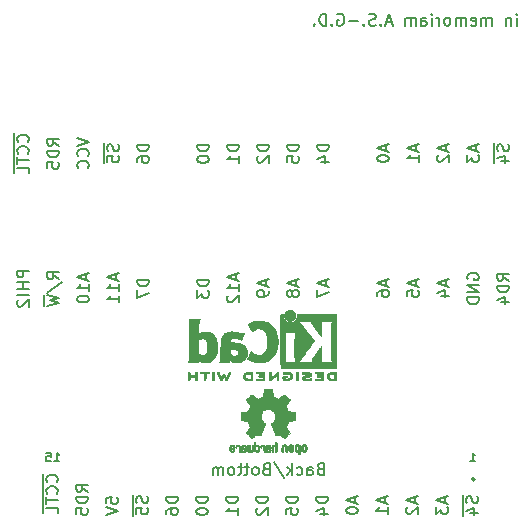
<source format=gbo>
%TF.GenerationSoftware,KiCad,Pcbnew,9.0.5*%
%TF.CreationDate,2025-10-10T12:12:08+02:00*%
%TF.ProjectId,CART-Breakout,43415254-2d42-4726-9561-6b6f75742e6b,rev?*%
%TF.SameCoordinates,Original*%
%TF.FileFunction,Legend,Bot*%
%TF.FilePolarity,Positive*%
%FSLAX46Y46*%
G04 Gerber Fmt 4.6, Leading zero omitted, Abs format (unit mm)*
G04 Created by KiCad (PCBNEW 9.0.5) date 2025-10-10 12:12:08*
%MOMM*%
%LPD*%
G01*
G04 APERTURE LIST*
%ADD10C,0.200000*%
%ADD11C,0.150000*%
%ADD12C,0.010000*%
G04 APERTURE END LIST*
D10*
X171902219Y-92043333D02*
X171426028Y-91710000D01*
X171902219Y-91471905D02*
X170902219Y-91471905D01*
X170902219Y-91471905D02*
X170902219Y-91852857D01*
X170902219Y-91852857D02*
X170949838Y-91948095D01*
X170949838Y-91948095D02*
X170997457Y-91995714D01*
X170997457Y-91995714D02*
X171092695Y-92043333D01*
X171092695Y-92043333D02*
X171235552Y-92043333D01*
X171235552Y-92043333D02*
X171330790Y-91995714D01*
X171330790Y-91995714D02*
X171378409Y-91948095D01*
X171378409Y-91948095D02*
X171426028Y-91852857D01*
X171426028Y-91852857D02*
X171426028Y-91471905D01*
X171902219Y-92471905D02*
X170902219Y-92471905D01*
X170902219Y-92471905D02*
X170902219Y-92710000D01*
X170902219Y-92710000D02*
X170949838Y-92852857D01*
X170949838Y-92852857D02*
X171045076Y-92948095D01*
X171045076Y-92948095D02*
X171140314Y-92995714D01*
X171140314Y-92995714D02*
X171330790Y-93043333D01*
X171330790Y-93043333D02*
X171473647Y-93043333D01*
X171473647Y-93043333D02*
X171664123Y-92995714D01*
X171664123Y-92995714D02*
X171759361Y-92948095D01*
X171759361Y-92948095D02*
X171854600Y-92852857D01*
X171854600Y-92852857D02*
X171902219Y-92710000D01*
X171902219Y-92710000D02*
X171902219Y-92471905D01*
X171235552Y-93900476D02*
X171902219Y-93900476D01*
X170854600Y-93662381D02*
X171568885Y-93424286D01*
X171568885Y-93424286D02*
X171568885Y-94043333D01*
X133802219Y-91924285D02*
X133326028Y-91590952D01*
X133802219Y-91352857D02*
X132802219Y-91352857D01*
X132802219Y-91352857D02*
X132802219Y-91733809D01*
X132802219Y-91733809D02*
X132849838Y-91829047D01*
X132849838Y-91829047D02*
X132897457Y-91876666D01*
X132897457Y-91876666D02*
X132992695Y-91924285D01*
X132992695Y-91924285D02*
X133135552Y-91924285D01*
X133135552Y-91924285D02*
X133230790Y-91876666D01*
X133230790Y-91876666D02*
X133278409Y-91829047D01*
X133278409Y-91829047D02*
X133326028Y-91733809D01*
X133326028Y-91733809D02*
X133326028Y-91352857D01*
X132754600Y-93067142D02*
X134040314Y-92210000D01*
X132802219Y-93305238D02*
X133802219Y-93543333D01*
X133802219Y-93543333D02*
X133087933Y-93733809D01*
X133087933Y-93733809D02*
X133802219Y-93924285D01*
X133802219Y-93924285D02*
X132802219Y-94162381D01*
X132524600Y-93262381D02*
X132524600Y-94205238D01*
X156376504Y-91995714D02*
X156376504Y-92471904D01*
X156662219Y-91900476D02*
X155662219Y-92233809D01*
X155662219Y-92233809D02*
X156662219Y-92567142D01*
X155662219Y-92805238D02*
X155662219Y-93471904D01*
X155662219Y-93471904D02*
X156662219Y-93043333D01*
X169076504Y-80565714D02*
X169076504Y-81041904D01*
X169362219Y-80470476D02*
X168362219Y-80803809D01*
X168362219Y-80803809D02*
X169362219Y-81137142D01*
X168362219Y-81375238D02*
X168362219Y-81994285D01*
X168362219Y-81994285D02*
X168743171Y-81660952D01*
X168743171Y-81660952D02*
X168743171Y-81803809D01*
X168743171Y-81803809D02*
X168790790Y-81899047D01*
X168790790Y-81899047D02*
X168838409Y-81946666D01*
X168838409Y-81946666D02*
X168933647Y-81994285D01*
X168933647Y-81994285D02*
X169171742Y-81994285D01*
X169171742Y-81994285D02*
X169266980Y-81946666D01*
X169266980Y-81946666D02*
X169314600Y-81899047D01*
X169314600Y-81899047D02*
X169362219Y-81803809D01*
X169362219Y-81803809D02*
X169362219Y-81518095D01*
X169362219Y-81518095D02*
X169314600Y-81422857D01*
X169314600Y-81422857D02*
X169266980Y-81375238D01*
X136056504Y-91519524D02*
X136056504Y-91995714D01*
X136342219Y-91424286D02*
X135342219Y-91757619D01*
X135342219Y-91757619D02*
X136342219Y-92090952D01*
X136342219Y-92948095D02*
X136342219Y-92376667D01*
X136342219Y-92662381D02*
X135342219Y-92662381D01*
X135342219Y-92662381D02*
X135485076Y-92567143D01*
X135485076Y-92567143D02*
X135580314Y-92471905D01*
X135580314Y-92471905D02*
X135627933Y-92376667D01*
X135342219Y-93567143D02*
X135342219Y-93662381D01*
X135342219Y-93662381D02*
X135389838Y-93757619D01*
X135389838Y-93757619D02*
X135437457Y-93805238D01*
X135437457Y-93805238D02*
X135532695Y-93852857D01*
X135532695Y-93852857D02*
X135723171Y-93900476D01*
X135723171Y-93900476D02*
X135961266Y-93900476D01*
X135961266Y-93900476D02*
X136151742Y-93852857D01*
X136151742Y-93852857D02*
X136246980Y-93805238D01*
X136246980Y-93805238D02*
X136294600Y-93757619D01*
X136294600Y-93757619D02*
X136342219Y-93662381D01*
X136342219Y-93662381D02*
X136342219Y-93567143D01*
X136342219Y-93567143D02*
X136294600Y-93471905D01*
X136294600Y-93471905D02*
X136246980Y-93424286D01*
X136246980Y-93424286D02*
X136151742Y-93376667D01*
X136151742Y-93376667D02*
X135961266Y-93329048D01*
X135961266Y-93329048D02*
X135723171Y-93329048D01*
X135723171Y-93329048D02*
X135532695Y-93376667D01*
X135532695Y-93376667D02*
X135437457Y-93424286D01*
X135437457Y-93424286D02*
X135389838Y-93471905D01*
X135389838Y-93471905D02*
X135342219Y-93567143D01*
D11*
X172571426Y-70454819D02*
X172571426Y-69788152D01*
X172571426Y-69454819D02*
X172619045Y-69502438D01*
X172619045Y-69502438D02*
X172571426Y-69550057D01*
X172571426Y-69550057D02*
X172523807Y-69502438D01*
X172523807Y-69502438D02*
X172571426Y-69454819D01*
X172571426Y-69454819D02*
X172571426Y-69550057D01*
X172095236Y-69788152D02*
X172095236Y-70454819D01*
X172095236Y-69883390D02*
X172047617Y-69835771D01*
X172047617Y-69835771D02*
X171952379Y-69788152D01*
X171952379Y-69788152D02*
X171809522Y-69788152D01*
X171809522Y-69788152D02*
X171714284Y-69835771D01*
X171714284Y-69835771D02*
X171666665Y-69931009D01*
X171666665Y-69931009D02*
X171666665Y-70454819D01*
X170428569Y-70454819D02*
X170428569Y-69788152D01*
X170428569Y-69883390D02*
X170380950Y-69835771D01*
X170380950Y-69835771D02*
X170285712Y-69788152D01*
X170285712Y-69788152D02*
X170142855Y-69788152D01*
X170142855Y-69788152D02*
X170047617Y-69835771D01*
X170047617Y-69835771D02*
X169999998Y-69931009D01*
X169999998Y-69931009D02*
X169999998Y-70454819D01*
X169999998Y-69931009D02*
X169952379Y-69835771D01*
X169952379Y-69835771D02*
X169857141Y-69788152D01*
X169857141Y-69788152D02*
X169714284Y-69788152D01*
X169714284Y-69788152D02*
X169619045Y-69835771D01*
X169619045Y-69835771D02*
X169571426Y-69931009D01*
X169571426Y-69931009D02*
X169571426Y-70454819D01*
X168714284Y-70407200D02*
X168809522Y-70454819D01*
X168809522Y-70454819D02*
X168999998Y-70454819D01*
X168999998Y-70454819D02*
X169095236Y-70407200D01*
X169095236Y-70407200D02*
X169142855Y-70311961D01*
X169142855Y-70311961D02*
X169142855Y-69931009D01*
X169142855Y-69931009D02*
X169095236Y-69835771D01*
X169095236Y-69835771D02*
X168999998Y-69788152D01*
X168999998Y-69788152D02*
X168809522Y-69788152D01*
X168809522Y-69788152D02*
X168714284Y-69835771D01*
X168714284Y-69835771D02*
X168666665Y-69931009D01*
X168666665Y-69931009D02*
X168666665Y-70026247D01*
X168666665Y-70026247D02*
X169142855Y-70121485D01*
X168238093Y-70454819D02*
X168238093Y-69788152D01*
X168238093Y-69883390D02*
X168190474Y-69835771D01*
X168190474Y-69835771D02*
X168095236Y-69788152D01*
X168095236Y-69788152D02*
X167952379Y-69788152D01*
X167952379Y-69788152D02*
X167857141Y-69835771D01*
X167857141Y-69835771D02*
X167809522Y-69931009D01*
X167809522Y-69931009D02*
X167809522Y-70454819D01*
X167809522Y-69931009D02*
X167761903Y-69835771D01*
X167761903Y-69835771D02*
X167666665Y-69788152D01*
X167666665Y-69788152D02*
X167523808Y-69788152D01*
X167523808Y-69788152D02*
X167428569Y-69835771D01*
X167428569Y-69835771D02*
X167380950Y-69931009D01*
X167380950Y-69931009D02*
X167380950Y-70454819D01*
X166761903Y-70454819D02*
X166857141Y-70407200D01*
X166857141Y-70407200D02*
X166904760Y-70359580D01*
X166904760Y-70359580D02*
X166952379Y-70264342D01*
X166952379Y-70264342D02*
X166952379Y-69978628D01*
X166952379Y-69978628D02*
X166904760Y-69883390D01*
X166904760Y-69883390D02*
X166857141Y-69835771D01*
X166857141Y-69835771D02*
X166761903Y-69788152D01*
X166761903Y-69788152D02*
X166619046Y-69788152D01*
X166619046Y-69788152D02*
X166523808Y-69835771D01*
X166523808Y-69835771D02*
X166476189Y-69883390D01*
X166476189Y-69883390D02*
X166428570Y-69978628D01*
X166428570Y-69978628D02*
X166428570Y-70264342D01*
X166428570Y-70264342D02*
X166476189Y-70359580D01*
X166476189Y-70359580D02*
X166523808Y-70407200D01*
X166523808Y-70407200D02*
X166619046Y-70454819D01*
X166619046Y-70454819D02*
X166761903Y-70454819D01*
X165999998Y-70454819D02*
X165999998Y-69788152D01*
X165999998Y-69978628D02*
X165952379Y-69883390D01*
X165952379Y-69883390D02*
X165904760Y-69835771D01*
X165904760Y-69835771D02*
X165809522Y-69788152D01*
X165809522Y-69788152D02*
X165714284Y-69788152D01*
X165380950Y-70454819D02*
X165380950Y-69788152D01*
X165380950Y-69454819D02*
X165428569Y-69502438D01*
X165428569Y-69502438D02*
X165380950Y-69550057D01*
X165380950Y-69550057D02*
X165333331Y-69502438D01*
X165333331Y-69502438D02*
X165380950Y-69454819D01*
X165380950Y-69454819D02*
X165380950Y-69550057D01*
X164476189Y-70454819D02*
X164476189Y-69931009D01*
X164476189Y-69931009D02*
X164523808Y-69835771D01*
X164523808Y-69835771D02*
X164619046Y-69788152D01*
X164619046Y-69788152D02*
X164809522Y-69788152D01*
X164809522Y-69788152D02*
X164904760Y-69835771D01*
X164476189Y-70407200D02*
X164571427Y-70454819D01*
X164571427Y-70454819D02*
X164809522Y-70454819D01*
X164809522Y-70454819D02*
X164904760Y-70407200D01*
X164904760Y-70407200D02*
X164952379Y-70311961D01*
X164952379Y-70311961D02*
X164952379Y-70216723D01*
X164952379Y-70216723D02*
X164904760Y-70121485D01*
X164904760Y-70121485D02*
X164809522Y-70073866D01*
X164809522Y-70073866D02*
X164571427Y-70073866D01*
X164571427Y-70073866D02*
X164476189Y-70026247D01*
X163999998Y-70454819D02*
X163999998Y-69788152D01*
X163999998Y-69883390D02*
X163952379Y-69835771D01*
X163952379Y-69835771D02*
X163857141Y-69788152D01*
X163857141Y-69788152D02*
X163714284Y-69788152D01*
X163714284Y-69788152D02*
X163619046Y-69835771D01*
X163619046Y-69835771D02*
X163571427Y-69931009D01*
X163571427Y-69931009D02*
X163571427Y-70454819D01*
X163571427Y-69931009D02*
X163523808Y-69835771D01*
X163523808Y-69835771D02*
X163428570Y-69788152D01*
X163428570Y-69788152D02*
X163285713Y-69788152D01*
X163285713Y-69788152D02*
X163190474Y-69835771D01*
X163190474Y-69835771D02*
X163142855Y-69931009D01*
X163142855Y-69931009D02*
X163142855Y-70454819D01*
X161952379Y-70169104D02*
X161476189Y-70169104D01*
X162047617Y-70454819D02*
X161714284Y-69454819D01*
X161714284Y-69454819D02*
X161380951Y-70454819D01*
X161047617Y-70359580D02*
X160999998Y-70407200D01*
X160999998Y-70407200D02*
X161047617Y-70454819D01*
X161047617Y-70454819D02*
X161095236Y-70407200D01*
X161095236Y-70407200D02*
X161047617Y-70359580D01*
X161047617Y-70359580D02*
X161047617Y-70454819D01*
X160619046Y-70407200D02*
X160476189Y-70454819D01*
X160476189Y-70454819D02*
X160238094Y-70454819D01*
X160238094Y-70454819D02*
X160142856Y-70407200D01*
X160142856Y-70407200D02*
X160095237Y-70359580D01*
X160095237Y-70359580D02*
X160047618Y-70264342D01*
X160047618Y-70264342D02*
X160047618Y-70169104D01*
X160047618Y-70169104D02*
X160095237Y-70073866D01*
X160095237Y-70073866D02*
X160142856Y-70026247D01*
X160142856Y-70026247D02*
X160238094Y-69978628D01*
X160238094Y-69978628D02*
X160428570Y-69931009D01*
X160428570Y-69931009D02*
X160523808Y-69883390D01*
X160523808Y-69883390D02*
X160571427Y-69835771D01*
X160571427Y-69835771D02*
X160619046Y-69740533D01*
X160619046Y-69740533D02*
X160619046Y-69645295D01*
X160619046Y-69645295D02*
X160571427Y-69550057D01*
X160571427Y-69550057D02*
X160523808Y-69502438D01*
X160523808Y-69502438D02*
X160428570Y-69454819D01*
X160428570Y-69454819D02*
X160190475Y-69454819D01*
X160190475Y-69454819D02*
X160047618Y-69502438D01*
X159619046Y-70359580D02*
X159571427Y-70407200D01*
X159571427Y-70407200D02*
X159619046Y-70454819D01*
X159619046Y-70454819D02*
X159666665Y-70407200D01*
X159666665Y-70407200D02*
X159619046Y-70359580D01*
X159619046Y-70359580D02*
X159619046Y-70454819D01*
X159142856Y-70073866D02*
X158380952Y-70073866D01*
X157380952Y-69502438D02*
X157476190Y-69454819D01*
X157476190Y-69454819D02*
X157619047Y-69454819D01*
X157619047Y-69454819D02*
X157761904Y-69502438D01*
X157761904Y-69502438D02*
X157857142Y-69597676D01*
X157857142Y-69597676D02*
X157904761Y-69692914D01*
X157904761Y-69692914D02*
X157952380Y-69883390D01*
X157952380Y-69883390D02*
X157952380Y-70026247D01*
X157952380Y-70026247D02*
X157904761Y-70216723D01*
X157904761Y-70216723D02*
X157857142Y-70311961D01*
X157857142Y-70311961D02*
X157761904Y-70407200D01*
X157761904Y-70407200D02*
X157619047Y-70454819D01*
X157619047Y-70454819D02*
X157523809Y-70454819D01*
X157523809Y-70454819D02*
X157380952Y-70407200D01*
X157380952Y-70407200D02*
X157333333Y-70359580D01*
X157333333Y-70359580D02*
X157333333Y-70026247D01*
X157333333Y-70026247D02*
X157523809Y-70026247D01*
X156904761Y-70359580D02*
X156857142Y-70407200D01*
X156857142Y-70407200D02*
X156904761Y-70454819D01*
X156904761Y-70454819D02*
X156952380Y-70407200D01*
X156952380Y-70407200D02*
X156904761Y-70359580D01*
X156904761Y-70359580D02*
X156904761Y-70454819D01*
X156428571Y-70454819D02*
X156428571Y-69454819D01*
X156428571Y-69454819D02*
X156190476Y-69454819D01*
X156190476Y-69454819D02*
X156047619Y-69502438D01*
X156047619Y-69502438D02*
X155952381Y-69597676D01*
X155952381Y-69597676D02*
X155904762Y-69692914D01*
X155904762Y-69692914D02*
X155857143Y-69883390D01*
X155857143Y-69883390D02*
X155857143Y-70026247D01*
X155857143Y-70026247D02*
X155904762Y-70216723D01*
X155904762Y-70216723D02*
X155952381Y-70311961D01*
X155952381Y-70311961D02*
X156047619Y-70407200D01*
X156047619Y-70407200D02*
X156190476Y-70454819D01*
X156190476Y-70454819D02*
X156428571Y-70454819D01*
X155428571Y-70359580D02*
X155380952Y-70407200D01*
X155380952Y-70407200D02*
X155428571Y-70454819D01*
X155428571Y-70454819D02*
X155476190Y-70407200D01*
X155476190Y-70407200D02*
X155428571Y-70359580D01*
X155428571Y-70359580D02*
X155428571Y-70454819D01*
D10*
X161456504Y-80565714D02*
X161456504Y-81041904D01*
X161742219Y-80470476D02*
X160742219Y-80803809D01*
X160742219Y-80803809D02*
X161742219Y-81137142D01*
X160742219Y-81660952D02*
X160742219Y-81756190D01*
X160742219Y-81756190D02*
X160789838Y-81851428D01*
X160789838Y-81851428D02*
X160837457Y-81899047D01*
X160837457Y-81899047D02*
X160932695Y-81946666D01*
X160932695Y-81946666D02*
X161123171Y-81994285D01*
X161123171Y-81994285D02*
X161361266Y-81994285D01*
X161361266Y-81994285D02*
X161551742Y-81946666D01*
X161551742Y-81946666D02*
X161646980Y-81899047D01*
X161646980Y-81899047D02*
X161694600Y-81851428D01*
X161694600Y-81851428D02*
X161742219Y-81756190D01*
X161742219Y-81756190D02*
X161742219Y-81660952D01*
X161742219Y-81660952D02*
X161694600Y-81565714D01*
X161694600Y-81565714D02*
X161646980Y-81518095D01*
X161646980Y-81518095D02*
X161551742Y-81470476D01*
X161551742Y-81470476D02*
X161361266Y-81422857D01*
X161361266Y-81422857D02*
X161123171Y-81422857D01*
X161123171Y-81422857D02*
X160932695Y-81470476D01*
X160932695Y-81470476D02*
X160837457Y-81518095D01*
X160837457Y-81518095D02*
X160789838Y-81565714D01*
X160789838Y-81565714D02*
X160742219Y-81660952D01*
X135342219Y-79946667D02*
X136342219Y-80280000D01*
X136342219Y-80280000D02*
X135342219Y-80613333D01*
X136246980Y-81518095D02*
X136294600Y-81470476D01*
X136294600Y-81470476D02*
X136342219Y-81327619D01*
X136342219Y-81327619D02*
X136342219Y-81232381D01*
X136342219Y-81232381D02*
X136294600Y-81089524D01*
X136294600Y-81089524D02*
X136199361Y-80994286D01*
X136199361Y-80994286D02*
X136104123Y-80946667D01*
X136104123Y-80946667D02*
X135913647Y-80899048D01*
X135913647Y-80899048D02*
X135770790Y-80899048D01*
X135770790Y-80899048D02*
X135580314Y-80946667D01*
X135580314Y-80946667D02*
X135485076Y-80994286D01*
X135485076Y-80994286D02*
X135389838Y-81089524D01*
X135389838Y-81089524D02*
X135342219Y-81232381D01*
X135342219Y-81232381D02*
X135342219Y-81327619D01*
X135342219Y-81327619D02*
X135389838Y-81470476D01*
X135389838Y-81470476D02*
X135437457Y-81518095D01*
X136246980Y-82518095D02*
X136294600Y-82470476D01*
X136294600Y-82470476D02*
X136342219Y-82327619D01*
X136342219Y-82327619D02*
X136342219Y-82232381D01*
X136342219Y-82232381D02*
X136294600Y-82089524D01*
X136294600Y-82089524D02*
X136199361Y-81994286D01*
X136199361Y-81994286D02*
X136104123Y-81946667D01*
X136104123Y-81946667D02*
X135913647Y-81899048D01*
X135913647Y-81899048D02*
X135770790Y-81899048D01*
X135770790Y-81899048D02*
X135580314Y-81946667D01*
X135580314Y-81946667D02*
X135485076Y-81994286D01*
X135485076Y-81994286D02*
X135389838Y-82089524D01*
X135389838Y-82089524D02*
X135342219Y-82232381D01*
X135342219Y-82232381D02*
X135342219Y-82327619D01*
X135342219Y-82327619D02*
X135389838Y-82470476D01*
X135389838Y-82470476D02*
X135437457Y-82518095D01*
X163996504Y-80565714D02*
X163996504Y-81041904D01*
X164282219Y-80470476D02*
X163282219Y-80803809D01*
X163282219Y-80803809D02*
X164282219Y-81137142D01*
X164282219Y-81994285D02*
X164282219Y-81422857D01*
X164282219Y-81708571D02*
X163282219Y-81708571D01*
X163282219Y-81708571D02*
X163425076Y-81613333D01*
X163425076Y-81613333D02*
X163520314Y-81518095D01*
X163520314Y-81518095D02*
X163567933Y-81422857D01*
X138834600Y-80518095D02*
X138882219Y-80660952D01*
X138882219Y-80660952D02*
X138882219Y-80899047D01*
X138882219Y-80899047D02*
X138834600Y-80994285D01*
X138834600Y-80994285D02*
X138786980Y-81041904D01*
X138786980Y-81041904D02*
X138691742Y-81089523D01*
X138691742Y-81089523D02*
X138596504Y-81089523D01*
X138596504Y-81089523D02*
X138501266Y-81041904D01*
X138501266Y-81041904D02*
X138453647Y-80994285D01*
X138453647Y-80994285D02*
X138406028Y-80899047D01*
X138406028Y-80899047D02*
X138358409Y-80708571D01*
X138358409Y-80708571D02*
X138310790Y-80613333D01*
X138310790Y-80613333D02*
X138263171Y-80565714D01*
X138263171Y-80565714D02*
X138167933Y-80518095D01*
X138167933Y-80518095D02*
X138072695Y-80518095D01*
X138072695Y-80518095D02*
X137977457Y-80565714D01*
X137977457Y-80565714D02*
X137929838Y-80613333D01*
X137929838Y-80613333D02*
X137882219Y-80708571D01*
X137882219Y-80708571D02*
X137882219Y-80946666D01*
X137882219Y-80946666D02*
X137929838Y-81089523D01*
X137882219Y-81994285D02*
X137882219Y-81518095D01*
X137882219Y-81518095D02*
X138358409Y-81470476D01*
X138358409Y-81470476D02*
X138310790Y-81518095D01*
X138310790Y-81518095D02*
X138263171Y-81613333D01*
X138263171Y-81613333D02*
X138263171Y-81851428D01*
X138263171Y-81851428D02*
X138310790Y-81946666D01*
X138310790Y-81946666D02*
X138358409Y-81994285D01*
X138358409Y-81994285D02*
X138453647Y-82041904D01*
X138453647Y-82041904D02*
X138691742Y-82041904D01*
X138691742Y-82041904D02*
X138786980Y-81994285D01*
X138786980Y-81994285D02*
X138834600Y-81946666D01*
X138834600Y-81946666D02*
X138882219Y-81851428D01*
X138882219Y-81851428D02*
X138882219Y-81613333D01*
X138882219Y-81613333D02*
X138834600Y-81518095D01*
X138834600Y-81518095D02*
X138786980Y-81470476D01*
X137604600Y-80427619D02*
X137604600Y-82132381D01*
X163996504Y-91995714D02*
X163996504Y-92471904D01*
X164282219Y-91900476D02*
X163282219Y-92233809D01*
X163282219Y-92233809D02*
X164282219Y-92567142D01*
X163282219Y-93376666D02*
X163282219Y-92900476D01*
X163282219Y-92900476D02*
X163758409Y-92852857D01*
X163758409Y-92852857D02*
X163710790Y-92900476D01*
X163710790Y-92900476D02*
X163663171Y-92995714D01*
X163663171Y-92995714D02*
X163663171Y-93233809D01*
X163663171Y-93233809D02*
X163710790Y-93329047D01*
X163710790Y-93329047D02*
X163758409Y-93376666D01*
X163758409Y-93376666D02*
X163853647Y-93424285D01*
X163853647Y-93424285D02*
X164091742Y-93424285D01*
X164091742Y-93424285D02*
X164186980Y-93376666D01*
X164186980Y-93376666D02*
X164234600Y-93329047D01*
X164234600Y-93329047D02*
X164282219Y-93233809D01*
X164282219Y-93233809D02*
X164282219Y-92995714D01*
X164282219Y-92995714D02*
X164234600Y-92900476D01*
X164234600Y-92900476D02*
X164186980Y-92852857D01*
X133802219Y-80613333D02*
X133326028Y-80280000D01*
X133802219Y-80041905D02*
X132802219Y-80041905D01*
X132802219Y-80041905D02*
X132802219Y-80422857D01*
X132802219Y-80422857D02*
X132849838Y-80518095D01*
X132849838Y-80518095D02*
X132897457Y-80565714D01*
X132897457Y-80565714D02*
X132992695Y-80613333D01*
X132992695Y-80613333D02*
X133135552Y-80613333D01*
X133135552Y-80613333D02*
X133230790Y-80565714D01*
X133230790Y-80565714D02*
X133278409Y-80518095D01*
X133278409Y-80518095D02*
X133326028Y-80422857D01*
X133326028Y-80422857D02*
X133326028Y-80041905D01*
X133802219Y-81041905D02*
X132802219Y-81041905D01*
X132802219Y-81041905D02*
X132802219Y-81280000D01*
X132802219Y-81280000D02*
X132849838Y-81422857D01*
X132849838Y-81422857D02*
X132945076Y-81518095D01*
X132945076Y-81518095D02*
X133040314Y-81565714D01*
X133040314Y-81565714D02*
X133230790Y-81613333D01*
X133230790Y-81613333D02*
X133373647Y-81613333D01*
X133373647Y-81613333D02*
X133564123Y-81565714D01*
X133564123Y-81565714D02*
X133659361Y-81518095D01*
X133659361Y-81518095D02*
X133754600Y-81422857D01*
X133754600Y-81422857D02*
X133802219Y-81280000D01*
X133802219Y-81280000D02*
X133802219Y-81041905D01*
X132802219Y-82518095D02*
X132802219Y-82041905D01*
X132802219Y-82041905D02*
X133278409Y-81994286D01*
X133278409Y-81994286D02*
X133230790Y-82041905D01*
X133230790Y-82041905D02*
X133183171Y-82137143D01*
X133183171Y-82137143D02*
X133183171Y-82375238D01*
X133183171Y-82375238D02*
X133230790Y-82470476D01*
X133230790Y-82470476D02*
X133278409Y-82518095D01*
X133278409Y-82518095D02*
X133373647Y-82565714D01*
X133373647Y-82565714D02*
X133611742Y-82565714D01*
X133611742Y-82565714D02*
X133706980Y-82518095D01*
X133706980Y-82518095D02*
X133754600Y-82470476D01*
X133754600Y-82470476D02*
X133802219Y-82375238D01*
X133802219Y-82375238D02*
X133802219Y-82137143D01*
X133802219Y-82137143D02*
X133754600Y-82041905D01*
X133754600Y-82041905D02*
X133706980Y-81994286D01*
X166536504Y-80565714D02*
X166536504Y-81041904D01*
X166822219Y-80470476D02*
X165822219Y-80803809D01*
X165822219Y-80803809D02*
X166822219Y-81137142D01*
X165917457Y-81422857D02*
X165869838Y-81470476D01*
X165869838Y-81470476D02*
X165822219Y-81565714D01*
X165822219Y-81565714D02*
X165822219Y-81803809D01*
X165822219Y-81803809D02*
X165869838Y-81899047D01*
X165869838Y-81899047D02*
X165917457Y-81946666D01*
X165917457Y-81946666D02*
X166012695Y-81994285D01*
X166012695Y-81994285D02*
X166107933Y-81994285D01*
X166107933Y-81994285D02*
X166250790Y-81946666D01*
X166250790Y-81946666D02*
X166822219Y-81375238D01*
X166822219Y-81375238D02*
X166822219Y-81994285D01*
X151582219Y-80541905D02*
X150582219Y-80541905D01*
X150582219Y-80541905D02*
X150582219Y-80780000D01*
X150582219Y-80780000D02*
X150629838Y-80922857D01*
X150629838Y-80922857D02*
X150725076Y-81018095D01*
X150725076Y-81018095D02*
X150820314Y-81065714D01*
X150820314Y-81065714D02*
X151010790Y-81113333D01*
X151010790Y-81113333D02*
X151153647Y-81113333D01*
X151153647Y-81113333D02*
X151344123Y-81065714D01*
X151344123Y-81065714D02*
X151439361Y-81018095D01*
X151439361Y-81018095D02*
X151534600Y-80922857D01*
X151534600Y-80922857D02*
X151582219Y-80780000D01*
X151582219Y-80780000D02*
X151582219Y-80541905D01*
X150677457Y-81494286D02*
X150629838Y-81541905D01*
X150629838Y-81541905D02*
X150582219Y-81637143D01*
X150582219Y-81637143D02*
X150582219Y-81875238D01*
X150582219Y-81875238D02*
X150629838Y-81970476D01*
X150629838Y-81970476D02*
X150677457Y-82018095D01*
X150677457Y-82018095D02*
X150772695Y-82065714D01*
X150772695Y-82065714D02*
X150867933Y-82065714D01*
X150867933Y-82065714D02*
X151010790Y-82018095D01*
X151010790Y-82018095D02*
X151582219Y-81446667D01*
X151582219Y-81446667D02*
X151582219Y-82065714D01*
X156662219Y-80541905D02*
X155662219Y-80541905D01*
X155662219Y-80541905D02*
X155662219Y-80780000D01*
X155662219Y-80780000D02*
X155709838Y-80922857D01*
X155709838Y-80922857D02*
X155805076Y-81018095D01*
X155805076Y-81018095D02*
X155900314Y-81065714D01*
X155900314Y-81065714D02*
X156090790Y-81113333D01*
X156090790Y-81113333D02*
X156233647Y-81113333D01*
X156233647Y-81113333D02*
X156424123Y-81065714D01*
X156424123Y-81065714D02*
X156519361Y-81018095D01*
X156519361Y-81018095D02*
X156614600Y-80922857D01*
X156614600Y-80922857D02*
X156662219Y-80780000D01*
X156662219Y-80780000D02*
X156662219Y-80541905D01*
X155995552Y-81970476D02*
X156662219Y-81970476D01*
X155614600Y-81732381D02*
X156328885Y-81494286D01*
X156328885Y-81494286D02*
X156328885Y-82113333D01*
X131166980Y-80303809D02*
X131214600Y-80256190D01*
X131214600Y-80256190D02*
X131262219Y-80113333D01*
X131262219Y-80113333D02*
X131262219Y-80018095D01*
X131262219Y-80018095D02*
X131214600Y-79875238D01*
X131214600Y-79875238D02*
X131119361Y-79780000D01*
X131119361Y-79780000D02*
X131024123Y-79732381D01*
X131024123Y-79732381D02*
X130833647Y-79684762D01*
X130833647Y-79684762D02*
X130690790Y-79684762D01*
X130690790Y-79684762D02*
X130500314Y-79732381D01*
X130500314Y-79732381D02*
X130405076Y-79780000D01*
X130405076Y-79780000D02*
X130309838Y-79875238D01*
X130309838Y-79875238D02*
X130262219Y-80018095D01*
X130262219Y-80018095D02*
X130262219Y-80113333D01*
X130262219Y-80113333D02*
X130309838Y-80256190D01*
X130309838Y-80256190D02*
X130357457Y-80303809D01*
X131166980Y-81303809D02*
X131214600Y-81256190D01*
X131214600Y-81256190D02*
X131262219Y-81113333D01*
X131262219Y-81113333D02*
X131262219Y-81018095D01*
X131262219Y-81018095D02*
X131214600Y-80875238D01*
X131214600Y-80875238D02*
X131119361Y-80780000D01*
X131119361Y-80780000D02*
X131024123Y-80732381D01*
X131024123Y-80732381D02*
X130833647Y-80684762D01*
X130833647Y-80684762D02*
X130690790Y-80684762D01*
X130690790Y-80684762D02*
X130500314Y-80732381D01*
X130500314Y-80732381D02*
X130405076Y-80780000D01*
X130405076Y-80780000D02*
X130309838Y-80875238D01*
X130309838Y-80875238D02*
X130262219Y-81018095D01*
X130262219Y-81018095D02*
X130262219Y-81113333D01*
X130262219Y-81113333D02*
X130309838Y-81256190D01*
X130309838Y-81256190D02*
X130357457Y-81303809D01*
X130262219Y-81589524D02*
X130262219Y-82160952D01*
X131262219Y-81875238D02*
X130262219Y-81875238D01*
X131262219Y-82970476D02*
X131262219Y-82494286D01*
X131262219Y-82494286D02*
X130262219Y-82494286D01*
X129984600Y-79594286D02*
X129984600Y-82965715D01*
X148756504Y-91519524D02*
X148756504Y-91995714D01*
X149042219Y-91424286D02*
X148042219Y-91757619D01*
X148042219Y-91757619D02*
X149042219Y-92090952D01*
X149042219Y-92948095D02*
X149042219Y-92376667D01*
X149042219Y-92662381D02*
X148042219Y-92662381D01*
X148042219Y-92662381D02*
X148185076Y-92567143D01*
X148185076Y-92567143D02*
X148280314Y-92471905D01*
X148280314Y-92471905D02*
X148327933Y-92376667D01*
X148137457Y-93329048D02*
X148089838Y-93376667D01*
X148089838Y-93376667D02*
X148042219Y-93471905D01*
X148042219Y-93471905D02*
X148042219Y-93710000D01*
X148042219Y-93710000D02*
X148089838Y-93805238D01*
X148089838Y-93805238D02*
X148137457Y-93852857D01*
X148137457Y-93852857D02*
X148232695Y-93900476D01*
X148232695Y-93900476D02*
X148327933Y-93900476D01*
X148327933Y-93900476D02*
X148470790Y-93852857D01*
X148470790Y-93852857D02*
X149042219Y-93281429D01*
X149042219Y-93281429D02*
X149042219Y-93900476D01*
X168409838Y-91948095D02*
X168362219Y-91852857D01*
X168362219Y-91852857D02*
X168362219Y-91710000D01*
X168362219Y-91710000D02*
X168409838Y-91567143D01*
X168409838Y-91567143D02*
X168505076Y-91471905D01*
X168505076Y-91471905D02*
X168600314Y-91424286D01*
X168600314Y-91424286D02*
X168790790Y-91376667D01*
X168790790Y-91376667D02*
X168933647Y-91376667D01*
X168933647Y-91376667D02*
X169124123Y-91424286D01*
X169124123Y-91424286D02*
X169219361Y-91471905D01*
X169219361Y-91471905D02*
X169314600Y-91567143D01*
X169314600Y-91567143D02*
X169362219Y-91710000D01*
X169362219Y-91710000D02*
X169362219Y-91805238D01*
X169362219Y-91805238D02*
X169314600Y-91948095D01*
X169314600Y-91948095D02*
X169266980Y-91995714D01*
X169266980Y-91995714D02*
X168933647Y-91995714D01*
X168933647Y-91995714D02*
X168933647Y-91805238D01*
X169362219Y-92424286D02*
X168362219Y-92424286D01*
X168362219Y-92424286D02*
X169362219Y-92995714D01*
X169362219Y-92995714D02*
X168362219Y-92995714D01*
X169362219Y-93471905D02*
X168362219Y-93471905D01*
X168362219Y-93471905D02*
X168362219Y-93710000D01*
X168362219Y-93710000D02*
X168409838Y-93852857D01*
X168409838Y-93852857D02*
X168505076Y-93948095D01*
X168505076Y-93948095D02*
X168600314Y-93995714D01*
X168600314Y-93995714D02*
X168790790Y-94043333D01*
X168790790Y-94043333D02*
X168933647Y-94043333D01*
X168933647Y-94043333D02*
X169124123Y-93995714D01*
X169124123Y-93995714D02*
X169219361Y-93948095D01*
X169219361Y-93948095D02*
X169314600Y-93852857D01*
X169314600Y-93852857D02*
X169362219Y-93710000D01*
X169362219Y-93710000D02*
X169362219Y-93471905D01*
X146502219Y-80541905D02*
X145502219Y-80541905D01*
X145502219Y-80541905D02*
X145502219Y-80780000D01*
X145502219Y-80780000D02*
X145549838Y-80922857D01*
X145549838Y-80922857D02*
X145645076Y-81018095D01*
X145645076Y-81018095D02*
X145740314Y-81065714D01*
X145740314Y-81065714D02*
X145930790Y-81113333D01*
X145930790Y-81113333D02*
X146073647Y-81113333D01*
X146073647Y-81113333D02*
X146264123Y-81065714D01*
X146264123Y-81065714D02*
X146359361Y-81018095D01*
X146359361Y-81018095D02*
X146454600Y-80922857D01*
X146454600Y-80922857D02*
X146502219Y-80780000D01*
X146502219Y-80780000D02*
X146502219Y-80541905D01*
X145502219Y-81732381D02*
X145502219Y-81827619D01*
X145502219Y-81827619D02*
X145549838Y-81922857D01*
X145549838Y-81922857D02*
X145597457Y-81970476D01*
X145597457Y-81970476D02*
X145692695Y-82018095D01*
X145692695Y-82018095D02*
X145883171Y-82065714D01*
X145883171Y-82065714D02*
X146121266Y-82065714D01*
X146121266Y-82065714D02*
X146311742Y-82018095D01*
X146311742Y-82018095D02*
X146406980Y-81970476D01*
X146406980Y-81970476D02*
X146454600Y-81922857D01*
X146454600Y-81922857D02*
X146502219Y-81827619D01*
X146502219Y-81827619D02*
X146502219Y-81732381D01*
X146502219Y-81732381D02*
X146454600Y-81637143D01*
X146454600Y-81637143D02*
X146406980Y-81589524D01*
X146406980Y-81589524D02*
X146311742Y-81541905D01*
X146311742Y-81541905D02*
X146121266Y-81494286D01*
X146121266Y-81494286D02*
X145883171Y-81494286D01*
X145883171Y-81494286D02*
X145692695Y-81541905D01*
X145692695Y-81541905D02*
X145597457Y-81589524D01*
X145597457Y-81589524D02*
X145549838Y-81637143D01*
X145549838Y-81637143D02*
X145502219Y-81732381D01*
X171854600Y-80518095D02*
X171902219Y-80660952D01*
X171902219Y-80660952D02*
X171902219Y-80899047D01*
X171902219Y-80899047D02*
X171854600Y-80994285D01*
X171854600Y-80994285D02*
X171806980Y-81041904D01*
X171806980Y-81041904D02*
X171711742Y-81089523D01*
X171711742Y-81089523D02*
X171616504Y-81089523D01*
X171616504Y-81089523D02*
X171521266Y-81041904D01*
X171521266Y-81041904D02*
X171473647Y-80994285D01*
X171473647Y-80994285D02*
X171426028Y-80899047D01*
X171426028Y-80899047D02*
X171378409Y-80708571D01*
X171378409Y-80708571D02*
X171330790Y-80613333D01*
X171330790Y-80613333D02*
X171283171Y-80565714D01*
X171283171Y-80565714D02*
X171187933Y-80518095D01*
X171187933Y-80518095D02*
X171092695Y-80518095D01*
X171092695Y-80518095D02*
X170997457Y-80565714D01*
X170997457Y-80565714D02*
X170949838Y-80613333D01*
X170949838Y-80613333D02*
X170902219Y-80708571D01*
X170902219Y-80708571D02*
X170902219Y-80946666D01*
X170902219Y-80946666D02*
X170949838Y-81089523D01*
X171235552Y-81946666D02*
X171902219Y-81946666D01*
X170854600Y-81708571D02*
X171568885Y-81470476D01*
X171568885Y-81470476D02*
X171568885Y-82089523D01*
X170624600Y-80427619D02*
X170624600Y-82132381D01*
X151296504Y-91995714D02*
X151296504Y-92471904D01*
X151582219Y-91900476D02*
X150582219Y-92233809D01*
X150582219Y-92233809D02*
X151582219Y-92567142D01*
X151582219Y-92948095D02*
X151582219Y-93138571D01*
X151582219Y-93138571D02*
X151534600Y-93233809D01*
X151534600Y-93233809D02*
X151486980Y-93281428D01*
X151486980Y-93281428D02*
X151344123Y-93376666D01*
X151344123Y-93376666D02*
X151153647Y-93424285D01*
X151153647Y-93424285D02*
X150772695Y-93424285D01*
X150772695Y-93424285D02*
X150677457Y-93376666D01*
X150677457Y-93376666D02*
X150629838Y-93329047D01*
X150629838Y-93329047D02*
X150582219Y-93233809D01*
X150582219Y-93233809D02*
X150582219Y-93043333D01*
X150582219Y-93043333D02*
X150629838Y-92948095D01*
X150629838Y-92948095D02*
X150677457Y-92900476D01*
X150677457Y-92900476D02*
X150772695Y-92852857D01*
X150772695Y-92852857D02*
X151010790Y-92852857D01*
X151010790Y-92852857D02*
X151106028Y-92900476D01*
X151106028Y-92900476D02*
X151153647Y-92948095D01*
X151153647Y-92948095D02*
X151201266Y-93043333D01*
X151201266Y-93043333D02*
X151201266Y-93233809D01*
X151201266Y-93233809D02*
X151153647Y-93329047D01*
X151153647Y-93329047D02*
X151106028Y-93376666D01*
X151106028Y-93376666D02*
X151010790Y-93424285D01*
X161456504Y-91995714D02*
X161456504Y-92471904D01*
X161742219Y-91900476D02*
X160742219Y-92233809D01*
X160742219Y-92233809D02*
X161742219Y-92567142D01*
X160742219Y-93329047D02*
X160742219Y-93138571D01*
X160742219Y-93138571D02*
X160789838Y-93043333D01*
X160789838Y-93043333D02*
X160837457Y-92995714D01*
X160837457Y-92995714D02*
X160980314Y-92900476D01*
X160980314Y-92900476D02*
X161170790Y-92852857D01*
X161170790Y-92852857D02*
X161551742Y-92852857D01*
X161551742Y-92852857D02*
X161646980Y-92900476D01*
X161646980Y-92900476D02*
X161694600Y-92948095D01*
X161694600Y-92948095D02*
X161742219Y-93043333D01*
X161742219Y-93043333D02*
X161742219Y-93233809D01*
X161742219Y-93233809D02*
X161694600Y-93329047D01*
X161694600Y-93329047D02*
X161646980Y-93376666D01*
X161646980Y-93376666D02*
X161551742Y-93424285D01*
X161551742Y-93424285D02*
X161313647Y-93424285D01*
X161313647Y-93424285D02*
X161218409Y-93376666D01*
X161218409Y-93376666D02*
X161170790Y-93329047D01*
X161170790Y-93329047D02*
X161123171Y-93233809D01*
X161123171Y-93233809D02*
X161123171Y-93043333D01*
X161123171Y-93043333D02*
X161170790Y-92948095D01*
X161170790Y-92948095D02*
X161218409Y-92900476D01*
X161218409Y-92900476D02*
X161313647Y-92852857D01*
X141422219Y-91971905D02*
X140422219Y-91971905D01*
X140422219Y-91971905D02*
X140422219Y-92210000D01*
X140422219Y-92210000D02*
X140469838Y-92352857D01*
X140469838Y-92352857D02*
X140565076Y-92448095D01*
X140565076Y-92448095D02*
X140660314Y-92495714D01*
X140660314Y-92495714D02*
X140850790Y-92543333D01*
X140850790Y-92543333D02*
X140993647Y-92543333D01*
X140993647Y-92543333D02*
X141184123Y-92495714D01*
X141184123Y-92495714D02*
X141279361Y-92448095D01*
X141279361Y-92448095D02*
X141374600Y-92352857D01*
X141374600Y-92352857D02*
X141422219Y-92210000D01*
X141422219Y-92210000D02*
X141422219Y-91971905D01*
X140422219Y-92876667D02*
X140422219Y-93543333D01*
X140422219Y-93543333D02*
X141422219Y-93114762D01*
X141422219Y-80541905D02*
X140422219Y-80541905D01*
X140422219Y-80541905D02*
X140422219Y-80780000D01*
X140422219Y-80780000D02*
X140469838Y-80922857D01*
X140469838Y-80922857D02*
X140565076Y-81018095D01*
X140565076Y-81018095D02*
X140660314Y-81065714D01*
X140660314Y-81065714D02*
X140850790Y-81113333D01*
X140850790Y-81113333D02*
X140993647Y-81113333D01*
X140993647Y-81113333D02*
X141184123Y-81065714D01*
X141184123Y-81065714D02*
X141279361Y-81018095D01*
X141279361Y-81018095D02*
X141374600Y-80922857D01*
X141374600Y-80922857D02*
X141422219Y-80780000D01*
X141422219Y-80780000D02*
X141422219Y-80541905D01*
X140422219Y-81970476D02*
X140422219Y-81780000D01*
X140422219Y-81780000D02*
X140469838Y-81684762D01*
X140469838Y-81684762D02*
X140517457Y-81637143D01*
X140517457Y-81637143D02*
X140660314Y-81541905D01*
X140660314Y-81541905D02*
X140850790Y-81494286D01*
X140850790Y-81494286D02*
X141231742Y-81494286D01*
X141231742Y-81494286D02*
X141326980Y-81541905D01*
X141326980Y-81541905D02*
X141374600Y-81589524D01*
X141374600Y-81589524D02*
X141422219Y-81684762D01*
X141422219Y-81684762D02*
X141422219Y-81875238D01*
X141422219Y-81875238D02*
X141374600Y-81970476D01*
X141374600Y-81970476D02*
X141326980Y-82018095D01*
X141326980Y-82018095D02*
X141231742Y-82065714D01*
X141231742Y-82065714D02*
X140993647Y-82065714D01*
X140993647Y-82065714D02*
X140898409Y-82018095D01*
X140898409Y-82018095D02*
X140850790Y-81970476D01*
X140850790Y-81970476D02*
X140803171Y-81875238D01*
X140803171Y-81875238D02*
X140803171Y-81684762D01*
X140803171Y-81684762D02*
X140850790Y-81589524D01*
X140850790Y-81589524D02*
X140898409Y-81541905D01*
X140898409Y-81541905D02*
X140993647Y-81494286D01*
X149042219Y-80541905D02*
X148042219Y-80541905D01*
X148042219Y-80541905D02*
X148042219Y-80780000D01*
X148042219Y-80780000D02*
X148089838Y-80922857D01*
X148089838Y-80922857D02*
X148185076Y-81018095D01*
X148185076Y-81018095D02*
X148280314Y-81065714D01*
X148280314Y-81065714D02*
X148470790Y-81113333D01*
X148470790Y-81113333D02*
X148613647Y-81113333D01*
X148613647Y-81113333D02*
X148804123Y-81065714D01*
X148804123Y-81065714D02*
X148899361Y-81018095D01*
X148899361Y-81018095D02*
X148994600Y-80922857D01*
X148994600Y-80922857D02*
X149042219Y-80780000D01*
X149042219Y-80780000D02*
X149042219Y-80541905D01*
X149042219Y-82065714D02*
X149042219Y-81494286D01*
X149042219Y-81780000D02*
X148042219Y-81780000D01*
X148042219Y-81780000D02*
X148185076Y-81684762D01*
X148185076Y-81684762D02*
X148280314Y-81589524D01*
X148280314Y-81589524D02*
X148327933Y-81494286D01*
X131262219Y-91210000D02*
X130262219Y-91210000D01*
X130262219Y-91210000D02*
X130262219Y-91590952D01*
X130262219Y-91590952D02*
X130309838Y-91686190D01*
X130309838Y-91686190D02*
X130357457Y-91733809D01*
X130357457Y-91733809D02*
X130452695Y-91781428D01*
X130452695Y-91781428D02*
X130595552Y-91781428D01*
X130595552Y-91781428D02*
X130690790Y-91733809D01*
X130690790Y-91733809D02*
X130738409Y-91686190D01*
X130738409Y-91686190D02*
X130786028Y-91590952D01*
X130786028Y-91590952D02*
X130786028Y-91210000D01*
X131262219Y-92210000D02*
X130262219Y-92210000D01*
X130738409Y-92210000D02*
X130738409Y-92781428D01*
X131262219Y-92781428D02*
X130262219Y-92781428D01*
X131262219Y-93257619D02*
X130262219Y-93257619D01*
X130357457Y-93686190D02*
X130309838Y-93733809D01*
X130309838Y-93733809D02*
X130262219Y-93829047D01*
X130262219Y-93829047D02*
X130262219Y-94067142D01*
X130262219Y-94067142D02*
X130309838Y-94162380D01*
X130309838Y-94162380D02*
X130357457Y-94209999D01*
X130357457Y-94209999D02*
X130452695Y-94257618D01*
X130452695Y-94257618D02*
X130547933Y-94257618D01*
X130547933Y-94257618D02*
X130690790Y-94209999D01*
X130690790Y-94209999D02*
X131262219Y-93638571D01*
X131262219Y-93638571D02*
X131262219Y-94257618D01*
X153836504Y-91995714D02*
X153836504Y-92471904D01*
X154122219Y-91900476D02*
X153122219Y-92233809D01*
X153122219Y-92233809D02*
X154122219Y-92567142D01*
X153550790Y-93043333D02*
X153503171Y-92948095D01*
X153503171Y-92948095D02*
X153455552Y-92900476D01*
X153455552Y-92900476D02*
X153360314Y-92852857D01*
X153360314Y-92852857D02*
X153312695Y-92852857D01*
X153312695Y-92852857D02*
X153217457Y-92900476D01*
X153217457Y-92900476D02*
X153169838Y-92948095D01*
X153169838Y-92948095D02*
X153122219Y-93043333D01*
X153122219Y-93043333D02*
X153122219Y-93233809D01*
X153122219Y-93233809D02*
X153169838Y-93329047D01*
X153169838Y-93329047D02*
X153217457Y-93376666D01*
X153217457Y-93376666D02*
X153312695Y-93424285D01*
X153312695Y-93424285D02*
X153360314Y-93424285D01*
X153360314Y-93424285D02*
X153455552Y-93376666D01*
X153455552Y-93376666D02*
X153503171Y-93329047D01*
X153503171Y-93329047D02*
X153550790Y-93233809D01*
X153550790Y-93233809D02*
X153550790Y-93043333D01*
X153550790Y-93043333D02*
X153598409Y-92948095D01*
X153598409Y-92948095D02*
X153646028Y-92900476D01*
X153646028Y-92900476D02*
X153741266Y-92852857D01*
X153741266Y-92852857D02*
X153931742Y-92852857D01*
X153931742Y-92852857D02*
X154026980Y-92900476D01*
X154026980Y-92900476D02*
X154074600Y-92948095D01*
X154074600Y-92948095D02*
X154122219Y-93043333D01*
X154122219Y-93043333D02*
X154122219Y-93233809D01*
X154122219Y-93233809D02*
X154074600Y-93329047D01*
X154074600Y-93329047D02*
X154026980Y-93376666D01*
X154026980Y-93376666D02*
X153931742Y-93424285D01*
X153931742Y-93424285D02*
X153741266Y-93424285D01*
X153741266Y-93424285D02*
X153646028Y-93376666D01*
X153646028Y-93376666D02*
X153598409Y-93329047D01*
X153598409Y-93329047D02*
X153550790Y-93233809D01*
X138596504Y-91519524D02*
X138596504Y-91995714D01*
X138882219Y-91424286D02*
X137882219Y-91757619D01*
X137882219Y-91757619D02*
X138882219Y-92090952D01*
X138882219Y-92948095D02*
X138882219Y-92376667D01*
X138882219Y-92662381D02*
X137882219Y-92662381D01*
X137882219Y-92662381D02*
X138025076Y-92567143D01*
X138025076Y-92567143D02*
X138120314Y-92471905D01*
X138120314Y-92471905D02*
X138167933Y-92376667D01*
X138882219Y-93900476D02*
X138882219Y-93329048D01*
X138882219Y-93614762D02*
X137882219Y-93614762D01*
X137882219Y-93614762D02*
X138025076Y-93519524D01*
X138025076Y-93519524D02*
X138120314Y-93424286D01*
X138120314Y-93424286D02*
X138167933Y-93329048D01*
X166536504Y-91995714D02*
X166536504Y-92471904D01*
X166822219Y-91900476D02*
X165822219Y-92233809D01*
X165822219Y-92233809D02*
X166822219Y-92567142D01*
X166155552Y-93329047D02*
X166822219Y-93329047D01*
X165774600Y-93090952D02*
X166488885Y-92852857D01*
X166488885Y-92852857D02*
X166488885Y-93471904D01*
X146502219Y-91971905D02*
X145502219Y-91971905D01*
X145502219Y-91971905D02*
X145502219Y-92210000D01*
X145502219Y-92210000D02*
X145549838Y-92352857D01*
X145549838Y-92352857D02*
X145645076Y-92448095D01*
X145645076Y-92448095D02*
X145740314Y-92495714D01*
X145740314Y-92495714D02*
X145930790Y-92543333D01*
X145930790Y-92543333D02*
X146073647Y-92543333D01*
X146073647Y-92543333D02*
X146264123Y-92495714D01*
X146264123Y-92495714D02*
X146359361Y-92448095D01*
X146359361Y-92448095D02*
X146454600Y-92352857D01*
X146454600Y-92352857D02*
X146502219Y-92210000D01*
X146502219Y-92210000D02*
X146502219Y-91971905D01*
X145502219Y-92876667D02*
X145502219Y-93495714D01*
X145502219Y-93495714D02*
X145883171Y-93162381D01*
X145883171Y-93162381D02*
X145883171Y-93305238D01*
X145883171Y-93305238D02*
X145930790Y-93400476D01*
X145930790Y-93400476D02*
X145978409Y-93448095D01*
X145978409Y-93448095D02*
X146073647Y-93495714D01*
X146073647Y-93495714D02*
X146311742Y-93495714D01*
X146311742Y-93495714D02*
X146406980Y-93448095D01*
X146406980Y-93448095D02*
X146454600Y-93400476D01*
X146454600Y-93400476D02*
X146502219Y-93305238D01*
X146502219Y-93305238D02*
X146502219Y-93019524D01*
X146502219Y-93019524D02*
X146454600Y-92924286D01*
X146454600Y-92924286D02*
X146406980Y-92876667D01*
X154122219Y-80541905D02*
X153122219Y-80541905D01*
X153122219Y-80541905D02*
X153122219Y-80780000D01*
X153122219Y-80780000D02*
X153169838Y-80922857D01*
X153169838Y-80922857D02*
X153265076Y-81018095D01*
X153265076Y-81018095D02*
X153360314Y-81065714D01*
X153360314Y-81065714D02*
X153550790Y-81113333D01*
X153550790Y-81113333D02*
X153693647Y-81113333D01*
X153693647Y-81113333D02*
X153884123Y-81065714D01*
X153884123Y-81065714D02*
X153979361Y-81018095D01*
X153979361Y-81018095D02*
X154074600Y-80922857D01*
X154074600Y-80922857D02*
X154122219Y-80780000D01*
X154122219Y-80780000D02*
X154122219Y-80541905D01*
X153122219Y-82018095D02*
X153122219Y-81541905D01*
X153122219Y-81541905D02*
X153598409Y-81494286D01*
X153598409Y-81494286D02*
X153550790Y-81541905D01*
X153550790Y-81541905D02*
X153503171Y-81637143D01*
X153503171Y-81637143D02*
X153503171Y-81875238D01*
X153503171Y-81875238D02*
X153550790Y-81970476D01*
X153550790Y-81970476D02*
X153598409Y-82018095D01*
X153598409Y-82018095D02*
X153693647Y-82065714D01*
X153693647Y-82065714D02*
X153931742Y-82065714D01*
X153931742Y-82065714D02*
X154026980Y-82018095D01*
X154026980Y-82018095D02*
X154074600Y-81970476D01*
X154074600Y-81970476D02*
X154122219Y-81875238D01*
X154122219Y-81875238D02*
X154122219Y-81637143D01*
X154122219Y-81637143D02*
X154074600Y-81541905D01*
X154074600Y-81541905D02*
X154026980Y-81494286D01*
D11*
X141297200Y-110326095D02*
X141344819Y-110468952D01*
X141344819Y-110468952D02*
X141344819Y-110707047D01*
X141344819Y-110707047D02*
X141297200Y-110802285D01*
X141297200Y-110802285D02*
X141249580Y-110849904D01*
X141249580Y-110849904D02*
X141154342Y-110897523D01*
X141154342Y-110897523D02*
X141059104Y-110897523D01*
X141059104Y-110897523D02*
X140963866Y-110849904D01*
X140963866Y-110849904D02*
X140916247Y-110802285D01*
X140916247Y-110802285D02*
X140868628Y-110707047D01*
X140868628Y-110707047D02*
X140821009Y-110516571D01*
X140821009Y-110516571D02*
X140773390Y-110421333D01*
X140773390Y-110421333D02*
X140725771Y-110373714D01*
X140725771Y-110373714D02*
X140630533Y-110326095D01*
X140630533Y-110326095D02*
X140535295Y-110326095D01*
X140535295Y-110326095D02*
X140440057Y-110373714D01*
X140440057Y-110373714D02*
X140392438Y-110421333D01*
X140392438Y-110421333D02*
X140344819Y-110516571D01*
X140344819Y-110516571D02*
X140344819Y-110754666D01*
X140344819Y-110754666D02*
X140392438Y-110897523D01*
X140344819Y-111802285D02*
X140344819Y-111326095D01*
X140344819Y-111326095D02*
X140821009Y-111278476D01*
X140821009Y-111278476D02*
X140773390Y-111326095D01*
X140773390Y-111326095D02*
X140725771Y-111421333D01*
X140725771Y-111421333D02*
X140725771Y-111659428D01*
X140725771Y-111659428D02*
X140773390Y-111754666D01*
X140773390Y-111754666D02*
X140821009Y-111802285D01*
X140821009Y-111802285D02*
X140916247Y-111849904D01*
X140916247Y-111849904D02*
X141154342Y-111849904D01*
X141154342Y-111849904D02*
X141249580Y-111802285D01*
X141249580Y-111802285D02*
X141297200Y-111754666D01*
X141297200Y-111754666D02*
X141344819Y-111659428D01*
X141344819Y-111659428D02*
X141344819Y-111421333D01*
X141344819Y-111421333D02*
X141297200Y-111326095D01*
X141297200Y-111326095D02*
X141249580Y-111278476D01*
X140067200Y-110235619D02*
X140067200Y-111940381D01*
X146424819Y-110349905D02*
X145424819Y-110349905D01*
X145424819Y-110349905D02*
X145424819Y-110588000D01*
X145424819Y-110588000D02*
X145472438Y-110730857D01*
X145472438Y-110730857D02*
X145567676Y-110826095D01*
X145567676Y-110826095D02*
X145662914Y-110873714D01*
X145662914Y-110873714D02*
X145853390Y-110921333D01*
X145853390Y-110921333D02*
X145996247Y-110921333D01*
X145996247Y-110921333D02*
X146186723Y-110873714D01*
X146186723Y-110873714D02*
X146281961Y-110826095D01*
X146281961Y-110826095D02*
X146377200Y-110730857D01*
X146377200Y-110730857D02*
X146424819Y-110588000D01*
X146424819Y-110588000D02*
X146424819Y-110349905D01*
X145424819Y-111540381D02*
X145424819Y-111635619D01*
X145424819Y-111635619D02*
X145472438Y-111730857D01*
X145472438Y-111730857D02*
X145520057Y-111778476D01*
X145520057Y-111778476D02*
X145615295Y-111826095D01*
X145615295Y-111826095D02*
X145805771Y-111873714D01*
X145805771Y-111873714D02*
X146043866Y-111873714D01*
X146043866Y-111873714D02*
X146234342Y-111826095D01*
X146234342Y-111826095D02*
X146329580Y-111778476D01*
X146329580Y-111778476D02*
X146377200Y-111730857D01*
X146377200Y-111730857D02*
X146424819Y-111635619D01*
X146424819Y-111635619D02*
X146424819Y-111540381D01*
X146424819Y-111540381D02*
X146377200Y-111445143D01*
X146377200Y-111445143D02*
X146329580Y-111397524D01*
X146329580Y-111397524D02*
X146234342Y-111349905D01*
X146234342Y-111349905D02*
X146043866Y-111302286D01*
X146043866Y-111302286D02*
X145805771Y-111302286D01*
X145805771Y-111302286D02*
X145615295Y-111349905D01*
X145615295Y-111349905D02*
X145520057Y-111397524D01*
X145520057Y-111397524D02*
X145472438Y-111445143D01*
X145472438Y-111445143D02*
X145424819Y-111540381D01*
X161379104Y-110373714D02*
X161379104Y-110849904D01*
X161664819Y-110278476D02*
X160664819Y-110611809D01*
X160664819Y-110611809D02*
X161664819Y-110945142D01*
X161664819Y-111802285D02*
X161664819Y-111230857D01*
X161664819Y-111516571D02*
X160664819Y-111516571D01*
X160664819Y-111516571D02*
X160807676Y-111421333D01*
X160807676Y-111421333D02*
X160902914Y-111326095D01*
X160902914Y-111326095D02*
X160950533Y-111230857D01*
X136264819Y-109913333D02*
X135788628Y-109580000D01*
X136264819Y-109341905D02*
X135264819Y-109341905D01*
X135264819Y-109341905D02*
X135264819Y-109722857D01*
X135264819Y-109722857D02*
X135312438Y-109818095D01*
X135312438Y-109818095D02*
X135360057Y-109865714D01*
X135360057Y-109865714D02*
X135455295Y-109913333D01*
X135455295Y-109913333D02*
X135598152Y-109913333D01*
X135598152Y-109913333D02*
X135693390Y-109865714D01*
X135693390Y-109865714D02*
X135741009Y-109818095D01*
X135741009Y-109818095D02*
X135788628Y-109722857D01*
X135788628Y-109722857D02*
X135788628Y-109341905D01*
X136264819Y-110341905D02*
X135264819Y-110341905D01*
X135264819Y-110341905D02*
X135264819Y-110580000D01*
X135264819Y-110580000D02*
X135312438Y-110722857D01*
X135312438Y-110722857D02*
X135407676Y-110818095D01*
X135407676Y-110818095D02*
X135502914Y-110865714D01*
X135502914Y-110865714D02*
X135693390Y-110913333D01*
X135693390Y-110913333D02*
X135836247Y-110913333D01*
X135836247Y-110913333D02*
X136026723Y-110865714D01*
X136026723Y-110865714D02*
X136121961Y-110818095D01*
X136121961Y-110818095D02*
X136217200Y-110722857D01*
X136217200Y-110722857D02*
X136264819Y-110580000D01*
X136264819Y-110580000D02*
X136264819Y-110341905D01*
X135264819Y-111818095D02*
X135264819Y-111341905D01*
X135264819Y-111341905D02*
X135741009Y-111294286D01*
X135741009Y-111294286D02*
X135693390Y-111341905D01*
X135693390Y-111341905D02*
X135645771Y-111437143D01*
X135645771Y-111437143D02*
X135645771Y-111675238D01*
X135645771Y-111675238D02*
X135693390Y-111770476D01*
X135693390Y-111770476D02*
X135741009Y-111818095D01*
X135741009Y-111818095D02*
X135836247Y-111865714D01*
X135836247Y-111865714D02*
X136074342Y-111865714D01*
X136074342Y-111865714D02*
X136169580Y-111818095D01*
X136169580Y-111818095D02*
X136217200Y-111770476D01*
X136217200Y-111770476D02*
X136264819Y-111675238D01*
X136264819Y-111675238D02*
X136264819Y-111437143D01*
X136264819Y-111437143D02*
X136217200Y-111341905D01*
X136217200Y-111341905D02*
X136169580Y-111294286D01*
X148964819Y-110349905D02*
X147964819Y-110349905D01*
X147964819Y-110349905D02*
X147964819Y-110588000D01*
X147964819Y-110588000D02*
X148012438Y-110730857D01*
X148012438Y-110730857D02*
X148107676Y-110826095D01*
X148107676Y-110826095D02*
X148202914Y-110873714D01*
X148202914Y-110873714D02*
X148393390Y-110921333D01*
X148393390Y-110921333D02*
X148536247Y-110921333D01*
X148536247Y-110921333D02*
X148726723Y-110873714D01*
X148726723Y-110873714D02*
X148821961Y-110826095D01*
X148821961Y-110826095D02*
X148917200Y-110730857D01*
X148917200Y-110730857D02*
X148964819Y-110588000D01*
X148964819Y-110588000D02*
X148964819Y-110349905D01*
X148964819Y-111873714D02*
X148964819Y-111302286D01*
X148964819Y-111588000D02*
X147964819Y-111588000D01*
X147964819Y-111588000D02*
X148107676Y-111492762D01*
X148107676Y-111492762D02*
X148202914Y-111397524D01*
X148202914Y-111397524D02*
X148250533Y-111302286D01*
X154044819Y-110349905D02*
X153044819Y-110349905D01*
X153044819Y-110349905D02*
X153044819Y-110588000D01*
X153044819Y-110588000D02*
X153092438Y-110730857D01*
X153092438Y-110730857D02*
X153187676Y-110826095D01*
X153187676Y-110826095D02*
X153282914Y-110873714D01*
X153282914Y-110873714D02*
X153473390Y-110921333D01*
X153473390Y-110921333D02*
X153616247Y-110921333D01*
X153616247Y-110921333D02*
X153806723Y-110873714D01*
X153806723Y-110873714D02*
X153901961Y-110826095D01*
X153901961Y-110826095D02*
X153997200Y-110730857D01*
X153997200Y-110730857D02*
X154044819Y-110588000D01*
X154044819Y-110588000D02*
X154044819Y-110349905D01*
X153044819Y-111826095D02*
X153044819Y-111349905D01*
X153044819Y-111349905D02*
X153521009Y-111302286D01*
X153521009Y-111302286D02*
X153473390Y-111349905D01*
X153473390Y-111349905D02*
X153425771Y-111445143D01*
X153425771Y-111445143D02*
X153425771Y-111683238D01*
X153425771Y-111683238D02*
X153473390Y-111778476D01*
X153473390Y-111778476D02*
X153521009Y-111826095D01*
X153521009Y-111826095D02*
X153616247Y-111873714D01*
X153616247Y-111873714D02*
X153854342Y-111873714D01*
X153854342Y-111873714D02*
X153949580Y-111826095D01*
X153949580Y-111826095D02*
X153997200Y-111778476D01*
X153997200Y-111778476D02*
X154044819Y-111683238D01*
X154044819Y-111683238D02*
X154044819Y-111445143D01*
X154044819Y-111445143D02*
X153997200Y-111349905D01*
X153997200Y-111349905D02*
X153949580Y-111302286D01*
X158839104Y-110373714D02*
X158839104Y-110849904D01*
X159124819Y-110278476D02*
X158124819Y-110611809D01*
X158124819Y-110611809D02*
X159124819Y-110945142D01*
X158124819Y-111468952D02*
X158124819Y-111564190D01*
X158124819Y-111564190D02*
X158172438Y-111659428D01*
X158172438Y-111659428D02*
X158220057Y-111707047D01*
X158220057Y-111707047D02*
X158315295Y-111754666D01*
X158315295Y-111754666D02*
X158505771Y-111802285D01*
X158505771Y-111802285D02*
X158743866Y-111802285D01*
X158743866Y-111802285D02*
X158934342Y-111754666D01*
X158934342Y-111754666D02*
X159029580Y-111707047D01*
X159029580Y-111707047D02*
X159077200Y-111659428D01*
X159077200Y-111659428D02*
X159124819Y-111564190D01*
X159124819Y-111564190D02*
X159124819Y-111468952D01*
X159124819Y-111468952D02*
X159077200Y-111373714D01*
X159077200Y-111373714D02*
X159029580Y-111326095D01*
X159029580Y-111326095D02*
X158934342Y-111278476D01*
X158934342Y-111278476D02*
X158743866Y-111230857D01*
X158743866Y-111230857D02*
X158505771Y-111230857D01*
X158505771Y-111230857D02*
X158315295Y-111278476D01*
X158315295Y-111278476D02*
X158220057Y-111326095D01*
X158220057Y-111326095D02*
X158172438Y-111373714D01*
X158172438Y-111373714D02*
X158124819Y-111468952D01*
X155938952Y-107971009D02*
X155796095Y-108018628D01*
X155796095Y-108018628D02*
X155748476Y-108066247D01*
X155748476Y-108066247D02*
X155700857Y-108161485D01*
X155700857Y-108161485D02*
X155700857Y-108304342D01*
X155700857Y-108304342D02*
X155748476Y-108399580D01*
X155748476Y-108399580D02*
X155796095Y-108447200D01*
X155796095Y-108447200D02*
X155891333Y-108494819D01*
X155891333Y-108494819D02*
X156272285Y-108494819D01*
X156272285Y-108494819D02*
X156272285Y-107494819D01*
X156272285Y-107494819D02*
X155938952Y-107494819D01*
X155938952Y-107494819D02*
X155843714Y-107542438D01*
X155843714Y-107542438D02*
X155796095Y-107590057D01*
X155796095Y-107590057D02*
X155748476Y-107685295D01*
X155748476Y-107685295D02*
X155748476Y-107780533D01*
X155748476Y-107780533D02*
X155796095Y-107875771D01*
X155796095Y-107875771D02*
X155843714Y-107923390D01*
X155843714Y-107923390D02*
X155938952Y-107971009D01*
X155938952Y-107971009D02*
X156272285Y-107971009D01*
X154843714Y-108494819D02*
X154843714Y-107971009D01*
X154843714Y-107971009D02*
X154891333Y-107875771D01*
X154891333Y-107875771D02*
X154986571Y-107828152D01*
X154986571Y-107828152D02*
X155177047Y-107828152D01*
X155177047Y-107828152D02*
X155272285Y-107875771D01*
X154843714Y-108447200D02*
X154938952Y-108494819D01*
X154938952Y-108494819D02*
X155177047Y-108494819D01*
X155177047Y-108494819D02*
X155272285Y-108447200D01*
X155272285Y-108447200D02*
X155319904Y-108351961D01*
X155319904Y-108351961D02*
X155319904Y-108256723D01*
X155319904Y-108256723D02*
X155272285Y-108161485D01*
X155272285Y-108161485D02*
X155177047Y-108113866D01*
X155177047Y-108113866D02*
X154938952Y-108113866D01*
X154938952Y-108113866D02*
X154843714Y-108066247D01*
X153938952Y-108447200D02*
X154034190Y-108494819D01*
X154034190Y-108494819D02*
X154224666Y-108494819D01*
X154224666Y-108494819D02*
X154319904Y-108447200D01*
X154319904Y-108447200D02*
X154367523Y-108399580D01*
X154367523Y-108399580D02*
X154415142Y-108304342D01*
X154415142Y-108304342D02*
X154415142Y-108018628D01*
X154415142Y-108018628D02*
X154367523Y-107923390D01*
X154367523Y-107923390D02*
X154319904Y-107875771D01*
X154319904Y-107875771D02*
X154224666Y-107828152D01*
X154224666Y-107828152D02*
X154034190Y-107828152D01*
X154034190Y-107828152D02*
X153938952Y-107875771D01*
X153510380Y-108494819D02*
X153510380Y-107494819D01*
X153415142Y-108113866D02*
X153129428Y-108494819D01*
X153129428Y-107828152D02*
X153510380Y-108209104D01*
X151986571Y-107447200D02*
X152843713Y-108732914D01*
X151319904Y-107971009D02*
X151177047Y-108018628D01*
X151177047Y-108018628D02*
X151129428Y-108066247D01*
X151129428Y-108066247D02*
X151081809Y-108161485D01*
X151081809Y-108161485D02*
X151081809Y-108304342D01*
X151081809Y-108304342D02*
X151129428Y-108399580D01*
X151129428Y-108399580D02*
X151177047Y-108447200D01*
X151177047Y-108447200D02*
X151272285Y-108494819D01*
X151272285Y-108494819D02*
X151653237Y-108494819D01*
X151653237Y-108494819D02*
X151653237Y-107494819D01*
X151653237Y-107494819D02*
X151319904Y-107494819D01*
X151319904Y-107494819D02*
X151224666Y-107542438D01*
X151224666Y-107542438D02*
X151177047Y-107590057D01*
X151177047Y-107590057D02*
X151129428Y-107685295D01*
X151129428Y-107685295D02*
X151129428Y-107780533D01*
X151129428Y-107780533D02*
X151177047Y-107875771D01*
X151177047Y-107875771D02*
X151224666Y-107923390D01*
X151224666Y-107923390D02*
X151319904Y-107971009D01*
X151319904Y-107971009D02*
X151653237Y-107971009D01*
X150510380Y-108494819D02*
X150605618Y-108447200D01*
X150605618Y-108447200D02*
X150653237Y-108399580D01*
X150653237Y-108399580D02*
X150700856Y-108304342D01*
X150700856Y-108304342D02*
X150700856Y-108018628D01*
X150700856Y-108018628D02*
X150653237Y-107923390D01*
X150653237Y-107923390D02*
X150605618Y-107875771D01*
X150605618Y-107875771D02*
X150510380Y-107828152D01*
X150510380Y-107828152D02*
X150367523Y-107828152D01*
X150367523Y-107828152D02*
X150272285Y-107875771D01*
X150272285Y-107875771D02*
X150224666Y-107923390D01*
X150224666Y-107923390D02*
X150177047Y-108018628D01*
X150177047Y-108018628D02*
X150177047Y-108304342D01*
X150177047Y-108304342D02*
X150224666Y-108399580D01*
X150224666Y-108399580D02*
X150272285Y-108447200D01*
X150272285Y-108447200D02*
X150367523Y-108494819D01*
X150367523Y-108494819D02*
X150510380Y-108494819D01*
X149891332Y-107828152D02*
X149510380Y-107828152D01*
X149748475Y-107494819D02*
X149748475Y-108351961D01*
X149748475Y-108351961D02*
X149700856Y-108447200D01*
X149700856Y-108447200D02*
X149605618Y-108494819D01*
X149605618Y-108494819D02*
X149510380Y-108494819D01*
X149319903Y-107828152D02*
X148938951Y-107828152D01*
X149177046Y-107494819D02*
X149177046Y-108351961D01*
X149177046Y-108351961D02*
X149129427Y-108447200D01*
X149129427Y-108447200D02*
X149034189Y-108494819D01*
X149034189Y-108494819D02*
X148938951Y-108494819D01*
X148462760Y-108494819D02*
X148557998Y-108447200D01*
X148557998Y-108447200D02*
X148605617Y-108399580D01*
X148605617Y-108399580D02*
X148653236Y-108304342D01*
X148653236Y-108304342D02*
X148653236Y-108018628D01*
X148653236Y-108018628D02*
X148605617Y-107923390D01*
X148605617Y-107923390D02*
X148557998Y-107875771D01*
X148557998Y-107875771D02*
X148462760Y-107828152D01*
X148462760Y-107828152D02*
X148319903Y-107828152D01*
X148319903Y-107828152D02*
X148224665Y-107875771D01*
X148224665Y-107875771D02*
X148177046Y-107923390D01*
X148177046Y-107923390D02*
X148129427Y-108018628D01*
X148129427Y-108018628D02*
X148129427Y-108304342D01*
X148129427Y-108304342D02*
X148177046Y-108399580D01*
X148177046Y-108399580D02*
X148224665Y-108447200D01*
X148224665Y-108447200D02*
X148319903Y-108494819D01*
X148319903Y-108494819D02*
X148462760Y-108494819D01*
X147700855Y-108494819D02*
X147700855Y-107828152D01*
X147700855Y-107923390D02*
X147653236Y-107875771D01*
X147653236Y-107875771D02*
X147557998Y-107828152D01*
X147557998Y-107828152D02*
X147415141Y-107828152D01*
X147415141Y-107828152D02*
X147319903Y-107875771D01*
X147319903Y-107875771D02*
X147272284Y-107971009D01*
X147272284Y-107971009D02*
X147272284Y-108494819D01*
X147272284Y-107971009D02*
X147224665Y-107875771D01*
X147224665Y-107875771D02*
X147129427Y-107828152D01*
X147129427Y-107828152D02*
X146986570Y-107828152D01*
X146986570Y-107828152D02*
X146891331Y-107875771D01*
X146891331Y-107875771D02*
X146843712Y-107971009D01*
X146843712Y-107971009D02*
X146843712Y-108494819D01*
X156584819Y-110349905D02*
X155584819Y-110349905D01*
X155584819Y-110349905D02*
X155584819Y-110588000D01*
X155584819Y-110588000D02*
X155632438Y-110730857D01*
X155632438Y-110730857D02*
X155727676Y-110826095D01*
X155727676Y-110826095D02*
X155822914Y-110873714D01*
X155822914Y-110873714D02*
X156013390Y-110921333D01*
X156013390Y-110921333D02*
X156156247Y-110921333D01*
X156156247Y-110921333D02*
X156346723Y-110873714D01*
X156346723Y-110873714D02*
X156441961Y-110826095D01*
X156441961Y-110826095D02*
X156537200Y-110730857D01*
X156537200Y-110730857D02*
X156584819Y-110588000D01*
X156584819Y-110588000D02*
X156584819Y-110349905D01*
X155918152Y-111778476D02*
X156584819Y-111778476D01*
X155537200Y-111540381D02*
X156251485Y-111302286D01*
X156251485Y-111302286D02*
X156251485Y-111921333D01*
X163919104Y-110373714D02*
X163919104Y-110849904D01*
X164204819Y-110278476D02*
X163204819Y-110611809D01*
X163204819Y-110611809D02*
X164204819Y-110945142D01*
X163300057Y-111230857D02*
X163252438Y-111278476D01*
X163252438Y-111278476D02*
X163204819Y-111373714D01*
X163204819Y-111373714D02*
X163204819Y-111611809D01*
X163204819Y-111611809D02*
X163252438Y-111707047D01*
X163252438Y-111707047D02*
X163300057Y-111754666D01*
X163300057Y-111754666D02*
X163395295Y-111802285D01*
X163395295Y-111802285D02*
X163490533Y-111802285D01*
X163490533Y-111802285D02*
X163633390Y-111754666D01*
X163633390Y-111754666D02*
X164204819Y-111183238D01*
X164204819Y-111183238D02*
X164204819Y-111802285D01*
X151504819Y-110349905D02*
X150504819Y-110349905D01*
X150504819Y-110349905D02*
X150504819Y-110588000D01*
X150504819Y-110588000D02*
X150552438Y-110730857D01*
X150552438Y-110730857D02*
X150647676Y-110826095D01*
X150647676Y-110826095D02*
X150742914Y-110873714D01*
X150742914Y-110873714D02*
X150933390Y-110921333D01*
X150933390Y-110921333D02*
X151076247Y-110921333D01*
X151076247Y-110921333D02*
X151266723Y-110873714D01*
X151266723Y-110873714D02*
X151361961Y-110826095D01*
X151361961Y-110826095D02*
X151457200Y-110730857D01*
X151457200Y-110730857D02*
X151504819Y-110588000D01*
X151504819Y-110588000D02*
X151504819Y-110349905D01*
X150600057Y-111302286D02*
X150552438Y-111349905D01*
X150552438Y-111349905D02*
X150504819Y-111445143D01*
X150504819Y-111445143D02*
X150504819Y-111683238D01*
X150504819Y-111683238D02*
X150552438Y-111778476D01*
X150552438Y-111778476D02*
X150600057Y-111826095D01*
X150600057Y-111826095D02*
X150695295Y-111873714D01*
X150695295Y-111873714D02*
X150790533Y-111873714D01*
X150790533Y-111873714D02*
X150933390Y-111826095D01*
X150933390Y-111826095D02*
X151504819Y-111254667D01*
X151504819Y-111254667D02*
X151504819Y-111873714D01*
X143884819Y-110349905D02*
X142884819Y-110349905D01*
X142884819Y-110349905D02*
X142884819Y-110588000D01*
X142884819Y-110588000D02*
X142932438Y-110730857D01*
X142932438Y-110730857D02*
X143027676Y-110826095D01*
X143027676Y-110826095D02*
X143122914Y-110873714D01*
X143122914Y-110873714D02*
X143313390Y-110921333D01*
X143313390Y-110921333D02*
X143456247Y-110921333D01*
X143456247Y-110921333D02*
X143646723Y-110873714D01*
X143646723Y-110873714D02*
X143741961Y-110826095D01*
X143741961Y-110826095D02*
X143837200Y-110730857D01*
X143837200Y-110730857D02*
X143884819Y-110588000D01*
X143884819Y-110588000D02*
X143884819Y-110349905D01*
X142884819Y-111778476D02*
X142884819Y-111588000D01*
X142884819Y-111588000D02*
X142932438Y-111492762D01*
X142932438Y-111492762D02*
X142980057Y-111445143D01*
X142980057Y-111445143D02*
X143122914Y-111349905D01*
X143122914Y-111349905D02*
X143313390Y-111302286D01*
X143313390Y-111302286D02*
X143694342Y-111302286D01*
X143694342Y-111302286D02*
X143789580Y-111349905D01*
X143789580Y-111349905D02*
X143837200Y-111397524D01*
X143837200Y-111397524D02*
X143884819Y-111492762D01*
X143884819Y-111492762D02*
X143884819Y-111683238D01*
X143884819Y-111683238D02*
X143837200Y-111778476D01*
X143837200Y-111778476D02*
X143789580Y-111826095D01*
X143789580Y-111826095D02*
X143694342Y-111873714D01*
X143694342Y-111873714D02*
X143456247Y-111873714D01*
X143456247Y-111873714D02*
X143361009Y-111826095D01*
X143361009Y-111826095D02*
X143313390Y-111778476D01*
X143313390Y-111778476D02*
X143265771Y-111683238D01*
X143265771Y-111683238D02*
X143265771Y-111492762D01*
X143265771Y-111492762D02*
X143313390Y-111397524D01*
X143313390Y-111397524D02*
X143361009Y-111349905D01*
X143361009Y-111349905D02*
X143456247Y-111302286D01*
X166459104Y-110373714D02*
X166459104Y-110849904D01*
X166744819Y-110278476D02*
X165744819Y-110611809D01*
X165744819Y-110611809D02*
X166744819Y-110945142D01*
X165744819Y-111183238D02*
X165744819Y-111802285D01*
X165744819Y-111802285D02*
X166125771Y-111468952D01*
X166125771Y-111468952D02*
X166125771Y-111611809D01*
X166125771Y-111611809D02*
X166173390Y-111707047D01*
X166173390Y-111707047D02*
X166221009Y-111754666D01*
X166221009Y-111754666D02*
X166316247Y-111802285D01*
X166316247Y-111802285D02*
X166554342Y-111802285D01*
X166554342Y-111802285D02*
X166649580Y-111754666D01*
X166649580Y-111754666D02*
X166697200Y-111707047D01*
X166697200Y-111707047D02*
X166744819Y-111611809D01*
X166744819Y-111611809D02*
X166744819Y-111326095D01*
X166744819Y-111326095D02*
X166697200Y-111230857D01*
X166697200Y-111230857D02*
X166649580Y-111183238D01*
X169237200Y-110326095D02*
X169284819Y-110468952D01*
X169284819Y-110468952D02*
X169284819Y-110707047D01*
X169284819Y-110707047D02*
X169237200Y-110802285D01*
X169237200Y-110802285D02*
X169189580Y-110849904D01*
X169189580Y-110849904D02*
X169094342Y-110897523D01*
X169094342Y-110897523D02*
X168999104Y-110897523D01*
X168999104Y-110897523D02*
X168903866Y-110849904D01*
X168903866Y-110849904D02*
X168856247Y-110802285D01*
X168856247Y-110802285D02*
X168808628Y-110707047D01*
X168808628Y-110707047D02*
X168761009Y-110516571D01*
X168761009Y-110516571D02*
X168713390Y-110421333D01*
X168713390Y-110421333D02*
X168665771Y-110373714D01*
X168665771Y-110373714D02*
X168570533Y-110326095D01*
X168570533Y-110326095D02*
X168475295Y-110326095D01*
X168475295Y-110326095D02*
X168380057Y-110373714D01*
X168380057Y-110373714D02*
X168332438Y-110421333D01*
X168332438Y-110421333D02*
X168284819Y-110516571D01*
X168284819Y-110516571D02*
X168284819Y-110754666D01*
X168284819Y-110754666D02*
X168332438Y-110897523D01*
X168618152Y-111754666D02*
X169284819Y-111754666D01*
X168237200Y-111516571D02*
X168951485Y-111278476D01*
X168951485Y-111278476D02*
X168951485Y-111897523D01*
X168007200Y-110235619D02*
X168007200Y-111940381D01*
X133629580Y-109095809D02*
X133677200Y-109048190D01*
X133677200Y-109048190D02*
X133724819Y-108905333D01*
X133724819Y-108905333D02*
X133724819Y-108810095D01*
X133724819Y-108810095D02*
X133677200Y-108667238D01*
X133677200Y-108667238D02*
X133581961Y-108572000D01*
X133581961Y-108572000D02*
X133486723Y-108524381D01*
X133486723Y-108524381D02*
X133296247Y-108476762D01*
X133296247Y-108476762D02*
X133153390Y-108476762D01*
X133153390Y-108476762D02*
X132962914Y-108524381D01*
X132962914Y-108524381D02*
X132867676Y-108572000D01*
X132867676Y-108572000D02*
X132772438Y-108667238D01*
X132772438Y-108667238D02*
X132724819Y-108810095D01*
X132724819Y-108810095D02*
X132724819Y-108905333D01*
X132724819Y-108905333D02*
X132772438Y-109048190D01*
X132772438Y-109048190D02*
X132820057Y-109095809D01*
X133629580Y-110095809D02*
X133677200Y-110048190D01*
X133677200Y-110048190D02*
X133724819Y-109905333D01*
X133724819Y-109905333D02*
X133724819Y-109810095D01*
X133724819Y-109810095D02*
X133677200Y-109667238D01*
X133677200Y-109667238D02*
X133581961Y-109572000D01*
X133581961Y-109572000D02*
X133486723Y-109524381D01*
X133486723Y-109524381D02*
X133296247Y-109476762D01*
X133296247Y-109476762D02*
X133153390Y-109476762D01*
X133153390Y-109476762D02*
X132962914Y-109524381D01*
X132962914Y-109524381D02*
X132867676Y-109572000D01*
X132867676Y-109572000D02*
X132772438Y-109667238D01*
X132772438Y-109667238D02*
X132724819Y-109810095D01*
X132724819Y-109810095D02*
X132724819Y-109905333D01*
X132724819Y-109905333D02*
X132772438Y-110048190D01*
X132772438Y-110048190D02*
X132820057Y-110095809D01*
X132724819Y-110381524D02*
X132724819Y-110952952D01*
X133724819Y-110667238D02*
X132724819Y-110667238D01*
X133724819Y-111762476D02*
X133724819Y-111286286D01*
X133724819Y-111286286D02*
X132724819Y-111286286D01*
X132447200Y-108386286D02*
X132447200Y-111757715D01*
X168615714Y-107363164D02*
X169044285Y-107363164D01*
X168830000Y-107363164D02*
X168830000Y-106613164D01*
X168830000Y-106613164D02*
X168901428Y-106720307D01*
X168901428Y-106720307D02*
X168972857Y-106791735D01*
X168972857Y-106791735D02*
X169044285Y-106827450D01*
X133412857Y-107363164D02*
X133841428Y-107363164D01*
X133627143Y-107363164D02*
X133627143Y-106613164D01*
X133627143Y-106613164D02*
X133698571Y-106720307D01*
X133698571Y-106720307D02*
X133770000Y-106791735D01*
X133770000Y-106791735D02*
X133841428Y-106827450D01*
X132734285Y-106613164D02*
X133091428Y-106613164D01*
X133091428Y-106613164D02*
X133127142Y-106970307D01*
X133127142Y-106970307D02*
X133091428Y-106934592D01*
X133091428Y-106934592D02*
X133020000Y-106898878D01*
X133020000Y-106898878D02*
X132841428Y-106898878D01*
X132841428Y-106898878D02*
X132770000Y-106934592D01*
X132770000Y-106934592D02*
X132734285Y-106970307D01*
X132734285Y-106970307D02*
X132698571Y-107041735D01*
X132698571Y-107041735D02*
X132698571Y-107220307D01*
X132698571Y-107220307D02*
X132734285Y-107291735D01*
X132734285Y-107291735D02*
X132770000Y-107327450D01*
X132770000Y-107327450D02*
X132841428Y-107363164D01*
X132841428Y-107363164D02*
X133020000Y-107363164D01*
X133020000Y-107363164D02*
X133091428Y-107327450D01*
X133091428Y-107327450D02*
X133127142Y-107291735D01*
X137804819Y-110897523D02*
X137804819Y-110421333D01*
X137804819Y-110421333D02*
X138281009Y-110373714D01*
X138281009Y-110373714D02*
X138233390Y-110421333D01*
X138233390Y-110421333D02*
X138185771Y-110516571D01*
X138185771Y-110516571D02*
X138185771Y-110754666D01*
X138185771Y-110754666D02*
X138233390Y-110849904D01*
X138233390Y-110849904D02*
X138281009Y-110897523D01*
X138281009Y-110897523D02*
X138376247Y-110945142D01*
X138376247Y-110945142D02*
X138614342Y-110945142D01*
X138614342Y-110945142D02*
X138709580Y-110897523D01*
X138709580Y-110897523D02*
X138757200Y-110849904D01*
X138757200Y-110849904D02*
X138804819Y-110754666D01*
X138804819Y-110754666D02*
X138804819Y-110516571D01*
X138804819Y-110516571D02*
X138757200Y-110421333D01*
X138757200Y-110421333D02*
X138709580Y-110373714D01*
X137804819Y-111230857D02*
X138804819Y-111564190D01*
X138804819Y-111564190D02*
X137804819Y-111897523D01*
%TO.C,CART1*%
X169035490Y-108865500D02*
G75*
G02*
X168751510Y-108865500I-141990J0D01*
G01*
X168751510Y-108865500D02*
G75*
G02*
X169035490Y-108865500I141990J0D01*
G01*
X168957000Y-108865500D02*
G75*
G02*
X168830000Y-108865500I-63500J0D01*
G01*
X168830000Y-108865500D02*
G75*
G02*
X168957000Y-108865500I63500J0D01*
G01*
D12*
%TO.C,L1*%
X148982829Y-105951097D02*
X149042753Y-105973355D01*
X149067673Y-105990080D01*
X149092910Y-106014043D01*
X149110912Y-106044526D01*
X149122858Y-106086023D01*
X149129930Y-106143032D01*
X149133308Y-106220047D01*
X149134171Y-106321565D01*
X149134002Y-106374027D01*
X149133153Y-106445715D01*
X149131711Y-106502925D01*
X149129814Y-106540809D01*
X149127597Y-106554514D01*
X149113172Y-106549981D01*
X149084054Y-106537670D01*
X149083181Y-106537272D01*
X149068060Y-106529356D01*
X149057891Y-106518495D01*
X149051691Y-106499471D01*
X149048478Y-106467069D01*
X149047270Y-106416071D01*
X149047086Y-106341261D01*
X149046714Y-106293804D01*
X149042750Y-106204615D01*
X149033673Y-106139287D01*
X149018524Y-106094393D01*
X148996345Y-106066507D01*
X148966175Y-106052203D01*
X148961990Y-106051206D01*
X148905480Y-106050427D01*
X148861410Y-106075744D01*
X148830972Y-106126502D01*
X148825544Y-106141175D01*
X148813171Y-106173649D01*
X148806905Y-106188572D01*
X148794036Y-106186516D01*
X148765933Y-106175357D01*
X148739721Y-106156927D01*
X148727771Y-106122098D01*
X148731336Y-106097151D01*
X148753235Y-106046547D01*
X148788644Y-105999128D01*
X148830052Y-105966334D01*
X148847400Y-105958752D01*
X148913089Y-105946076D01*
X148982829Y-105951097D01*
G36*
X148982829Y-105951097D02*
G01*
X149042753Y-105973355D01*
X149067673Y-105990080D01*
X149092910Y-106014043D01*
X149110912Y-106044526D01*
X149122858Y-106086023D01*
X149129930Y-106143032D01*
X149133308Y-106220047D01*
X149134171Y-106321565D01*
X149134002Y-106374027D01*
X149133153Y-106445715D01*
X149131711Y-106502925D01*
X149129814Y-106540809D01*
X149127597Y-106554514D01*
X149113172Y-106549981D01*
X149084054Y-106537670D01*
X149083181Y-106537272D01*
X149068060Y-106529356D01*
X149057891Y-106518495D01*
X149051691Y-106499471D01*
X149048478Y-106467069D01*
X149047270Y-106416071D01*
X149047086Y-106341261D01*
X149046714Y-106293804D01*
X149042750Y-106204615D01*
X149033673Y-106139287D01*
X149018524Y-106094393D01*
X148996345Y-106066507D01*
X148966175Y-106052203D01*
X148961990Y-106051206D01*
X148905480Y-106050427D01*
X148861410Y-106075744D01*
X148830972Y-106126502D01*
X148825544Y-106141175D01*
X148813171Y-106173649D01*
X148806905Y-106188572D01*
X148794036Y-106186516D01*
X148765933Y-106175357D01*
X148739721Y-106156927D01*
X148727771Y-106122098D01*
X148731336Y-106097151D01*
X148753235Y-106046547D01*
X148788644Y-105999128D01*
X148830052Y-105966334D01*
X148847400Y-105958752D01*
X148913089Y-105946076D01*
X148982829Y-105951097D01*
G37*
X152931020Y-105917822D02*
X152998810Y-105949680D01*
X153054366Y-106004770D01*
X153065881Y-106022016D01*
X153075432Y-106041562D01*
X153082206Y-106066198D01*
X153086819Y-106100711D01*
X153089888Y-106149889D01*
X153092029Y-106218519D01*
X153093859Y-106311389D01*
X153098404Y-106569007D01*
X153060225Y-106554491D01*
X153025268Y-106541156D01*
X152999097Y-106528323D01*
X152982013Y-106511780D01*
X152972086Y-106486465D01*
X152967386Y-106447316D01*
X152965982Y-106389268D01*
X152965943Y-106307261D01*
X152965744Y-106241895D01*
X152964559Y-106179173D01*
X152961729Y-106136334D01*
X152956609Y-106108220D01*
X152948553Y-106089675D01*
X152936914Y-106075543D01*
X152908303Y-106055600D01*
X152860239Y-106048083D01*
X152812688Y-106067079D01*
X152809550Y-106069511D01*
X152799769Y-106080748D01*
X152792553Y-106098770D01*
X152787299Y-106128026D01*
X152783402Y-106172962D01*
X152780256Y-106238028D01*
X152777257Y-106327670D01*
X152770000Y-106567697D01*
X152708314Y-106540044D01*
X152646629Y-106512391D01*
X152646629Y-106293246D01*
X152646884Y-106233711D01*
X152649086Y-106150892D01*
X152654661Y-106089227D01*
X152664941Y-106043748D01*
X152681258Y-106009484D01*
X152704943Y-105981466D01*
X152737328Y-105954723D01*
X152783907Y-105927780D01*
X152857287Y-105910191D01*
X152931020Y-105917822D01*
G36*
X152931020Y-105917822D02*
G01*
X152998810Y-105949680D01*
X153054366Y-106004770D01*
X153065881Y-106022016D01*
X153075432Y-106041562D01*
X153082206Y-106066198D01*
X153086819Y-106100711D01*
X153089888Y-106149889D01*
X153092029Y-106218519D01*
X153093859Y-106311389D01*
X153098404Y-106569007D01*
X153060225Y-106554491D01*
X153025268Y-106541156D01*
X152999097Y-106528323D01*
X152982013Y-106511780D01*
X152972086Y-106486465D01*
X152967386Y-106447316D01*
X152965982Y-106389268D01*
X152965943Y-106307261D01*
X152965744Y-106241895D01*
X152964559Y-106179173D01*
X152961729Y-106136334D01*
X152956609Y-106108220D01*
X152948553Y-106089675D01*
X152936914Y-106075543D01*
X152908303Y-106055600D01*
X152860239Y-106048083D01*
X152812688Y-106067079D01*
X152809550Y-106069511D01*
X152799769Y-106080748D01*
X152792553Y-106098770D01*
X152787299Y-106128026D01*
X152783402Y-106172962D01*
X152780256Y-106238028D01*
X152777257Y-106327670D01*
X152770000Y-106567697D01*
X152708314Y-106540044D01*
X152646629Y-106512391D01*
X152646629Y-106293246D01*
X152646884Y-106233711D01*
X152649086Y-106150892D01*
X152654661Y-106089227D01*
X152664941Y-106043748D01*
X152681258Y-106009484D01*
X152704943Y-105981466D01*
X152737328Y-105954723D01*
X152783907Y-105927780D01*
X152857287Y-105910191D01*
X152931020Y-105917822D01*
G37*
X151107691Y-105966467D02*
X151112273Y-105969003D01*
X151149704Y-105998057D01*
X151183170Y-106035410D01*
X151189007Y-106043852D01*
X151200165Y-106063553D01*
X151208136Y-106086935D01*
X151213618Y-106119067D01*
X151217307Y-106165019D01*
X151219899Y-106229859D01*
X151222092Y-106318657D01*
X151222402Y-106333669D01*
X151223400Y-106430999D01*
X151221994Y-106499934D01*
X151218164Y-106540948D01*
X151211889Y-106554514D01*
X151192898Y-106550452D01*
X151160638Y-106538144D01*
X151153041Y-106534545D01*
X151141176Y-106526398D01*
X151132994Y-106513004D01*
X151127643Y-106489608D01*
X151124269Y-106451455D01*
X151122019Y-106393790D01*
X151120040Y-106311857D01*
X151119498Y-106287907D01*
X151117403Y-106212266D01*
X151114683Y-106159328D01*
X151110515Y-106124075D01*
X151104079Y-106101487D01*
X151094550Y-106086544D01*
X151081106Y-106074227D01*
X151041305Y-106052634D01*
X150992341Y-106048476D01*
X150948529Y-106064999D01*
X150917008Y-106099210D01*
X150904914Y-106148114D01*
X150904578Y-106161407D01*
X150897972Y-106185472D01*
X150878470Y-106189144D01*
X150840283Y-106174813D01*
X150831438Y-106170217D01*
X150807534Y-106143186D01*
X150807061Y-106102994D01*
X150829836Y-106047409D01*
X150850727Y-106017117D01*
X150904142Y-105974084D01*
X150970074Y-105949755D01*
X151040574Y-105946443D01*
X151107691Y-105966467D01*
G36*
X151107691Y-105966467D02*
G01*
X151112273Y-105969003D01*
X151149704Y-105998057D01*
X151183170Y-106035410D01*
X151189007Y-106043852D01*
X151200165Y-106063553D01*
X151208136Y-106086935D01*
X151213618Y-106119067D01*
X151217307Y-106165019D01*
X151219899Y-106229859D01*
X151222092Y-106318657D01*
X151222402Y-106333669D01*
X151223400Y-106430999D01*
X151221994Y-106499934D01*
X151218164Y-106540948D01*
X151211889Y-106554514D01*
X151192898Y-106550452D01*
X151160638Y-106538144D01*
X151153041Y-106534545D01*
X151141176Y-106526398D01*
X151132994Y-106513004D01*
X151127643Y-106489608D01*
X151124269Y-106451455D01*
X151122019Y-106393790D01*
X151120040Y-106311857D01*
X151119498Y-106287907D01*
X151117403Y-106212266D01*
X151114683Y-106159328D01*
X151110515Y-106124075D01*
X151104079Y-106101487D01*
X151094550Y-106086544D01*
X151081106Y-106074227D01*
X151041305Y-106052634D01*
X150992341Y-106048476D01*
X150948529Y-106064999D01*
X150917008Y-106099210D01*
X150904914Y-106148114D01*
X150904578Y-106161407D01*
X150897972Y-106185472D01*
X150878470Y-106189144D01*
X150840283Y-106174813D01*
X150831438Y-106170217D01*
X150807534Y-106143186D01*
X150807061Y-106102994D01*
X150829836Y-106047409D01*
X150850727Y-106017117D01*
X150904142Y-105974084D01*
X150970074Y-105949755D01*
X151040574Y-105946443D01*
X151107691Y-105966467D01*
G37*
X150153941Y-105949282D02*
X150185774Y-105961758D01*
X150222743Y-105978602D01*
X150222743Y-106465196D01*
X150176812Y-106511127D01*
X150166320Y-106521427D01*
X150137255Y-106544320D01*
X150107943Y-106551735D01*
X150064326Y-106548321D01*
X150046568Y-106546114D01*
X150000767Y-106541445D01*
X149968743Y-106539585D01*
X149959244Y-106539869D01*
X149920274Y-106542948D01*
X149873160Y-106548321D01*
X149858085Y-106550168D01*
X149820110Y-106550893D01*
X149792325Y-106539429D01*
X149760674Y-106511127D01*
X149714743Y-106465196D01*
X149714743Y-106205055D01*
X149715101Y-106128180D01*
X149716216Y-106054886D01*
X149717952Y-105996850D01*
X149720167Y-105958663D01*
X149722721Y-105944914D01*
X149723256Y-105944951D01*
X149741808Y-105951793D01*
X149773153Y-105966868D01*
X149815608Y-105988822D01*
X149819604Y-106217240D01*
X149823600Y-106445657D01*
X149910686Y-106445657D01*
X149914657Y-106195286D01*
X149915916Y-106127227D01*
X149917718Y-106054482D01*
X149919671Y-105996730D01*
X149921612Y-105958648D01*
X149923377Y-105944914D01*
X149923885Y-105944962D01*
X149941482Y-105950015D01*
X149973834Y-105960849D01*
X150019543Y-105976783D01*
X150019765Y-106196706D01*
X150019988Y-106234909D01*
X150021531Y-106309146D01*
X150024292Y-106371145D01*
X150027977Y-106415308D01*
X150032292Y-106436041D01*
X150047732Y-106447131D01*
X150079241Y-106450556D01*
X150113886Y-106445657D01*
X150117857Y-106195286D01*
X150119278Y-106131663D01*
X150122225Y-106056356D01*
X150126079Y-105997286D01*
X150130542Y-105958718D01*
X150135317Y-105944914D01*
X150153941Y-105949282D01*
G36*
X150153941Y-105949282D02*
G01*
X150185774Y-105961758D01*
X150222743Y-105978602D01*
X150222743Y-106465196D01*
X150176812Y-106511127D01*
X150166320Y-106521427D01*
X150137255Y-106544320D01*
X150107943Y-106551735D01*
X150064326Y-106548321D01*
X150046568Y-106546114D01*
X150000767Y-106541445D01*
X149968743Y-106539585D01*
X149959244Y-106539869D01*
X149920274Y-106542948D01*
X149873160Y-106548321D01*
X149858085Y-106550168D01*
X149820110Y-106550893D01*
X149792325Y-106539429D01*
X149760674Y-106511127D01*
X149714743Y-106465196D01*
X149714743Y-106205055D01*
X149715101Y-106128180D01*
X149716216Y-106054886D01*
X149717952Y-105996850D01*
X149720167Y-105958663D01*
X149722721Y-105944914D01*
X149723256Y-105944951D01*
X149741808Y-105951793D01*
X149773153Y-105966868D01*
X149815608Y-105988822D01*
X149819604Y-106217240D01*
X149823600Y-106445657D01*
X149910686Y-106445657D01*
X149914657Y-106195286D01*
X149915916Y-106127227D01*
X149917718Y-106054482D01*
X149919671Y-105996730D01*
X149921612Y-105958648D01*
X149923377Y-105944914D01*
X149923885Y-105944962D01*
X149941482Y-105950015D01*
X149973834Y-105960849D01*
X150019543Y-105976783D01*
X150019765Y-106196706D01*
X150019988Y-106234909D01*
X150021531Y-106309146D01*
X150024292Y-106371145D01*
X150027977Y-106415308D01*
X150032292Y-106436041D01*
X150047732Y-106447131D01*
X150079241Y-106450556D01*
X150113886Y-106445657D01*
X150117857Y-106195286D01*
X150119278Y-106131663D01*
X150122225Y-106056356D01*
X150126079Y-105997286D01*
X150130542Y-105958718D01*
X150135317Y-105944914D01*
X150153941Y-105949282D01*
G37*
X152178543Y-105749444D02*
X152225714Y-105769342D01*
X152225714Y-106166509D01*
X152225519Y-106269498D01*
X152224998Y-106362141D01*
X152224199Y-106440700D01*
X152223172Y-106501439D01*
X152221963Y-106540623D01*
X152220623Y-106554514D01*
X152220099Y-106554468D01*
X152202287Y-106549420D01*
X152169823Y-106538580D01*
X152124114Y-106522646D01*
X152124114Y-106318173D01*
X152123824Y-106237832D01*
X152122474Y-106179562D01*
X152119369Y-106139909D01*
X152113812Y-106113618D01*
X152105107Y-106095436D01*
X152092556Y-106080107D01*
X152083999Y-106071955D01*
X152037728Y-106049375D01*
X151986728Y-106051375D01*
X151939993Y-106078073D01*
X151933189Y-106084698D01*
X151922293Y-106098456D01*
X151914836Y-106116642D01*
X151910169Y-106144177D01*
X151907642Y-106185981D01*
X151906602Y-106246973D01*
X151906400Y-106332073D01*
X151906303Y-106375234D01*
X151905674Y-106446224D01*
X151904556Y-106503076D01*
X151903063Y-106540828D01*
X151901309Y-106554514D01*
X151900785Y-106554468D01*
X151882973Y-106549420D01*
X151850509Y-106538580D01*
X151804800Y-106522646D01*
X151804823Y-106317237D01*
X151804857Y-106298951D01*
X151806778Y-106203626D01*
X151812678Y-106131543D01*
X151824001Y-106077813D01*
X151842187Y-106037549D01*
X151868679Y-106005861D01*
X151904918Y-105977861D01*
X151940263Y-105960333D01*
X151996773Y-105946785D01*
X152052356Y-105946015D01*
X152095086Y-105959195D01*
X152098298Y-105961015D01*
X152108205Y-105960820D01*
X152114975Y-105945572D01*
X152119861Y-105910613D01*
X152124114Y-105851289D01*
X152131371Y-105729547D01*
X152178543Y-105749444D01*
G36*
X152178543Y-105749444D02*
G01*
X152225714Y-105769342D01*
X152225714Y-106166509D01*
X152225519Y-106269498D01*
X152224998Y-106362141D01*
X152224199Y-106440700D01*
X152223172Y-106501439D01*
X152221963Y-106540623D01*
X152220623Y-106554514D01*
X152220099Y-106554468D01*
X152202287Y-106549420D01*
X152169823Y-106538580D01*
X152124114Y-106522646D01*
X152124114Y-106318173D01*
X152123824Y-106237832D01*
X152122474Y-106179562D01*
X152119369Y-106139909D01*
X152113812Y-106113618D01*
X152105107Y-106095436D01*
X152092556Y-106080107D01*
X152083999Y-106071955D01*
X152037728Y-106049375D01*
X151986728Y-106051375D01*
X151939993Y-106078073D01*
X151933189Y-106084698D01*
X151922293Y-106098456D01*
X151914836Y-106116642D01*
X151910169Y-106144177D01*
X151907642Y-106185981D01*
X151906602Y-106246973D01*
X151906400Y-106332073D01*
X151906303Y-106375234D01*
X151905674Y-106446224D01*
X151904556Y-106503076D01*
X151903063Y-106540828D01*
X151901309Y-106554514D01*
X151900785Y-106554468D01*
X151882973Y-106549420D01*
X151850509Y-106538580D01*
X151804800Y-106522646D01*
X151804823Y-106317237D01*
X151804857Y-106298951D01*
X151806778Y-106203626D01*
X151812678Y-106131543D01*
X151824001Y-106077813D01*
X151842187Y-106037549D01*
X151868679Y-106005861D01*
X151904918Y-105977861D01*
X151940263Y-105960333D01*
X151996773Y-105946785D01*
X152052356Y-105946015D01*
X152095086Y-105959195D01*
X152098298Y-105961015D01*
X152108205Y-105960820D01*
X152114975Y-105945572D01*
X152119861Y-105910613D01*
X152124114Y-105851289D01*
X152131371Y-105729547D01*
X152178543Y-105749444D01*
G37*
X154765714Y-106235200D02*
X154765701Y-106250935D01*
X154764914Y-106321119D01*
X154762210Y-106370022D01*
X154756606Y-106404178D01*
X154747119Y-106430124D01*
X154732768Y-106454397D01*
X154729237Y-106459433D01*
X154691878Y-106499143D01*
X154649311Y-106529092D01*
X154627452Y-106538810D01*
X154548908Y-106555020D01*
X154471231Y-106544535D01*
X154399645Y-106508707D01*
X154339374Y-106448887D01*
X154334286Y-106440873D01*
X154317730Y-106394342D01*
X154306573Y-106329552D01*
X154301160Y-106254727D01*
X154301768Y-106185513D01*
X154448248Y-106185513D01*
X154449402Y-106281399D01*
X154449866Y-106287569D01*
X154456629Y-106340478D01*
X154468671Y-106374029D01*
X154489005Y-106397016D01*
X154523097Y-106418548D01*
X154556814Y-106419680D01*
X154591543Y-106394857D01*
X154597584Y-106388325D01*
X154609417Y-106368779D01*
X154616404Y-106340386D01*
X154619727Y-106296430D01*
X154620571Y-106230192D01*
X154619125Y-106168150D01*
X154611907Y-106109042D01*
X154597006Y-106071686D01*
X154572636Y-106052152D01*
X154537008Y-106046514D01*
X154523440Y-106047635D01*
X154485430Y-106068194D01*
X154460312Y-106114299D01*
X154448248Y-106185513D01*
X154301768Y-106185513D01*
X154301833Y-106178096D01*
X154308937Y-106107882D01*
X154322815Y-106052312D01*
X154340649Y-106015301D01*
X154390855Y-105957733D01*
X154458885Y-105921962D01*
X154542158Y-105909665D01*
X154564398Y-105910331D01*
X154629891Y-105923947D01*
X154683687Y-105958249D01*
X154733057Y-106017338D01*
X154735995Y-106021722D01*
X154749287Y-106045299D01*
X154757932Y-106071949D01*
X154762904Y-106108159D01*
X154765174Y-106160413D01*
X154765678Y-106230192D01*
X154765714Y-106235200D01*
G36*
X154765714Y-106235200D02*
G01*
X154765701Y-106250935D01*
X154764914Y-106321119D01*
X154762210Y-106370022D01*
X154756606Y-106404178D01*
X154747119Y-106430124D01*
X154732768Y-106454397D01*
X154729237Y-106459433D01*
X154691878Y-106499143D01*
X154649311Y-106529092D01*
X154627452Y-106538810D01*
X154548908Y-106555020D01*
X154471231Y-106544535D01*
X154399645Y-106508707D01*
X154339374Y-106448887D01*
X154334286Y-106440873D01*
X154317730Y-106394342D01*
X154306573Y-106329552D01*
X154301160Y-106254727D01*
X154301768Y-106185513D01*
X154448248Y-106185513D01*
X154449402Y-106281399D01*
X154449866Y-106287569D01*
X154456629Y-106340478D01*
X154468671Y-106374029D01*
X154489005Y-106397016D01*
X154523097Y-106418548D01*
X154556814Y-106419680D01*
X154591543Y-106394857D01*
X154597584Y-106388325D01*
X154609417Y-106368779D01*
X154616404Y-106340386D01*
X154619727Y-106296430D01*
X154620571Y-106230192D01*
X154619125Y-106168150D01*
X154611907Y-106109042D01*
X154597006Y-106071686D01*
X154572636Y-106052152D01*
X154537008Y-106046514D01*
X154523440Y-106047635D01*
X154485430Y-106068194D01*
X154460312Y-106114299D01*
X154448248Y-106185513D01*
X154301768Y-106185513D01*
X154301833Y-106178096D01*
X154308937Y-106107882D01*
X154322815Y-106052312D01*
X154340649Y-106015301D01*
X154390855Y-105957733D01*
X154458885Y-105921962D01*
X154542158Y-105909665D01*
X154564398Y-105910331D01*
X154629891Y-105923947D01*
X154683687Y-105958249D01*
X154733057Y-106017338D01*
X154735995Y-106021722D01*
X154749287Y-106045299D01*
X154757932Y-106071949D01*
X154762904Y-106108159D01*
X154765174Y-106160413D01*
X154765678Y-106230192D01*
X154765714Y-106235200D01*
G37*
X148640590Y-106252622D02*
X148640307Y-106291305D01*
X148636762Y-106367521D01*
X148627483Y-106423294D01*
X148610375Y-106464613D01*
X148583344Y-106497467D01*
X148544292Y-106527846D01*
X148519445Y-106541660D01*
X148479615Y-106550965D01*
X148423665Y-106550230D01*
X148392385Y-106547283D01*
X148354653Y-106538283D01*
X148324494Y-106518720D01*
X148289408Y-106482267D01*
X148284720Y-106476943D01*
X148253177Y-106435969D01*
X148238128Y-106400283D01*
X148234286Y-106357966D01*
X148234286Y-106295779D01*
X148277742Y-106312182D01*
X148309424Y-106331356D01*
X148336962Y-106376347D01*
X148342711Y-106390752D01*
X148374855Y-106431546D01*
X148418611Y-106452081D01*
X148466254Y-106450235D01*
X148510057Y-106423886D01*
X148525111Y-106407455D01*
X148538763Y-106382667D01*
X148534493Y-106360144D01*
X148509916Y-106336964D01*
X148462651Y-106310202D01*
X148390314Y-106276934D01*
X148241543Y-106211816D01*
X148237595Y-106147308D01*
X148239079Y-106106220D01*
X148336010Y-106106220D01*
X148343368Y-106131657D01*
X148376848Y-106158814D01*
X148437614Y-106189714D01*
X148447669Y-106194190D01*
X148495751Y-106215017D01*
X148531726Y-106229665D01*
X148548444Y-106235200D01*
X148550977Y-106231126D01*
X148551993Y-106206247D01*
X148548369Y-106166257D01*
X148539242Y-106127152D01*
X148510773Y-106077884D01*
X148469678Y-106050122D01*
X148420590Y-106046364D01*
X148368144Y-106069109D01*
X148353609Y-106080481D01*
X148336010Y-106106220D01*
X148239079Y-106106220D01*
X148239338Y-106099064D01*
X148261281Y-106038096D01*
X148288979Y-106004497D01*
X148346405Y-105966966D01*
X148414527Y-105948006D01*
X148484947Y-105949507D01*
X148549267Y-105973355D01*
X148563426Y-105982513D01*
X148595904Y-106010849D01*
X148618116Y-106046695D01*
X148631804Y-106095384D01*
X148638715Y-106162249D01*
X148639628Y-106206247D01*
X148640590Y-106252622D01*
G36*
X148640590Y-106252622D02*
G01*
X148640307Y-106291305D01*
X148636762Y-106367521D01*
X148627483Y-106423294D01*
X148610375Y-106464613D01*
X148583344Y-106497467D01*
X148544292Y-106527846D01*
X148519445Y-106541660D01*
X148479615Y-106550965D01*
X148423665Y-106550230D01*
X148392385Y-106547283D01*
X148354653Y-106538283D01*
X148324494Y-106518720D01*
X148289408Y-106482267D01*
X148284720Y-106476943D01*
X148253177Y-106435969D01*
X148238128Y-106400283D01*
X148234286Y-106357966D01*
X148234286Y-106295779D01*
X148277742Y-106312182D01*
X148309424Y-106331356D01*
X148336962Y-106376347D01*
X148342711Y-106390752D01*
X148374855Y-106431546D01*
X148418611Y-106452081D01*
X148466254Y-106450235D01*
X148510057Y-106423886D01*
X148525111Y-106407455D01*
X148538763Y-106382667D01*
X148534493Y-106360144D01*
X148509916Y-106336964D01*
X148462651Y-106310202D01*
X148390314Y-106276934D01*
X148241543Y-106211816D01*
X148237595Y-106147308D01*
X148239079Y-106106220D01*
X148336010Y-106106220D01*
X148343368Y-106131657D01*
X148376848Y-106158814D01*
X148437614Y-106189714D01*
X148447669Y-106194190D01*
X148495751Y-106215017D01*
X148531726Y-106229665D01*
X148548444Y-106235200D01*
X148550977Y-106231126D01*
X148551993Y-106206247D01*
X148548369Y-106166257D01*
X148539242Y-106127152D01*
X148510773Y-106077884D01*
X148469678Y-106050122D01*
X148420590Y-106046364D01*
X148368144Y-106069109D01*
X148353609Y-106080481D01*
X148336010Y-106106220D01*
X148239079Y-106106220D01*
X148239338Y-106099064D01*
X148261281Y-106038096D01*
X148288979Y-106004497D01*
X148346405Y-105966966D01*
X148414527Y-105948006D01*
X148484947Y-105949507D01*
X148549267Y-105973355D01*
X148563426Y-105982513D01*
X148595904Y-106010849D01*
X148618116Y-106046695D01*
X148631804Y-106095384D01*
X148638715Y-106162249D01*
X148639628Y-106206247D01*
X148640590Y-106252622D01*
G37*
X150730698Y-106249714D02*
X150729537Y-106306313D01*
X150721345Y-106383462D01*
X150703519Y-106441276D01*
X150673975Y-106485422D01*
X150630625Y-106521568D01*
X150589332Y-106542463D01*
X150519987Y-106554090D01*
X150450736Y-106541377D01*
X150388145Y-106505945D01*
X150338779Y-106449418D01*
X150332818Y-106438995D01*
X150324945Y-106420733D01*
X150319106Y-106397429D01*
X150314999Y-106365085D01*
X150312325Y-106319704D01*
X150310781Y-106257287D01*
X150310734Y-106251748D01*
X150411429Y-106251748D01*
X150411772Y-106304577D01*
X150413942Y-106352362D01*
X150419307Y-106383209D01*
X150429217Y-106403935D01*
X150445021Y-106421356D01*
X150448724Y-106424705D01*
X150496299Y-106449419D01*
X150546635Y-106446890D01*
X150593517Y-106417288D01*
X150607477Y-106401953D01*
X150619160Y-106381622D01*
X150625686Y-106353514D01*
X150628524Y-106310550D01*
X150629143Y-106245647D01*
X150628837Y-106196122D01*
X150626722Y-106147782D01*
X150621390Y-106116587D01*
X150611460Y-106095647D01*
X150595550Y-106078073D01*
X150586204Y-106070159D01*
X150537776Y-106048843D01*
X150487040Y-106052198D01*
X150442987Y-106080107D01*
X150433504Y-106091173D01*
X150421939Y-106112009D01*
X150415252Y-106141106D01*
X150412173Y-106185381D01*
X150411429Y-106251748D01*
X150310734Y-106251748D01*
X150310067Y-106173837D01*
X150309883Y-106065358D01*
X150309829Y-105728601D01*
X150357000Y-105748362D01*
X150369472Y-105753770D01*
X150389324Y-105765985D01*
X150400687Y-105784482D01*
X150406933Y-105816829D01*
X150411429Y-105870593D01*
X150415535Y-105918866D01*
X150420963Y-105950557D01*
X150428739Y-105962383D01*
X150440457Y-105959212D01*
X150470318Y-105948067D01*
X150523684Y-105945304D01*
X150581093Y-105955625D01*
X150630625Y-105977861D01*
X150657876Y-105998443D01*
X150692865Y-106038600D01*
X150715274Y-106090086D01*
X150727190Y-106158568D01*
X150730542Y-106245647D01*
X150730698Y-106249714D01*
G36*
X150730698Y-106249714D02*
G01*
X150729537Y-106306313D01*
X150721345Y-106383462D01*
X150703519Y-106441276D01*
X150673975Y-106485422D01*
X150630625Y-106521568D01*
X150589332Y-106542463D01*
X150519987Y-106554090D01*
X150450736Y-106541377D01*
X150388145Y-106505945D01*
X150338779Y-106449418D01*
X150332818Y-106438995D01*
X150324945Y-106420733D01*
X150319106Y-106397429D01*
X150314999Y-106365085D01*
X150312325Y-106319704D01*
X150310781Y-106257287D01*
X150310734Y-106251748D01*
X150411429Y-106251748D01*
X150411772Y-106304577D01*
X150413942Y-106352362D01*
X150419307Y-106383209D01*
X150429217Y-106403935D01*
X150445021Y-106421356D01*
X150448724Y-106424705D01*
X150496299Y-106449419D01*
X150546635Y-106446890D01*
X150593517Y-106417288D01*
X150607477Y-106401953D01*
X150619160Y-106381622D01*
X150625686Y-106353514D01*
X150628524Y-106310550D01*
X150629143Y-106245647D01*
X150628837Y-106196122D01*
X150626722Y-106147782D01*
X150621390Y-106116587D01*
X150611460Y-106095647D01*
X150595550Y-106078073D01*
X150586204Y-106070159D01*
X150537776Y-106048843D01*
X150487040Y-106052198D01*
X150442987Y-106080107D01*
X150433504Y-106091173D01*
X150421939Y-106112009D01*
X150415252Y-106141106D01*
X150412173Y-106185381D01*
X150411429Y-106251748D01*
X150310734Y-106251748D01*
X150310067Y-106173837D01*
X150309883Y-106065358D01*
X150309829Y-105728601D01*
X150357000Y-105748362D01*
X150369472Y-105753770D01*
X150389324Y-105765985D01*
X150400687Y-105784482D01*
X150406933Y-105816829D01*
X150411429Y-105870593D01*
X150415535Y-105918866D01*
X150420963Y-105950557D01*
X150428739Y-105962383D01*
X150440457Y-105959212D01*
X150470318Y-105948067D01*
X150523684Y-105945304D01*
X150581093Y-105955625D01*
X150630625Y-105977861D01*
X150657876Y-105998443D01*
X150692865Y-106038600D01*
X150715274Y-106090086D01*
X150727190Y-106158568D01*
X150730542Y-106245647D01*
X150730698Y-106249714D01*
G37*
X153662299Y-106194055D02*
X153657684Y-106304078D01*
X153655078Y-106327387D01*
X153635660Y-106410352D01*
X153600573Y-106473448D01*
X153547212Y-106521808D01*
X153544196Y-106523804D01*
X153476362Y-106552185D01*
X153405535Y-106554711D01*
X153337289Y-106533097D01*
X153277196Y-106489062D01*
X153230829Y-106424322D01*
X153230050Y-106422761D01*
X153214643Y-106382558D01*
X153203357Y-106336866D01*
X153197370Y-106293972D01*
X153197861Y-106262160D01*
X153206007Y-106249714D01*
X153213244Y-106250471D01*
X153247851Y-106264235D01*
X153287078Y-106289546D01*
X153320448Y-106318845D01*
X153337483Y-106344572D01*
X153355192Y-106379471D01*
X153391485Y-106411212D01*
X153433630Y-106423886D01*
X153449077Y-106420221D01*
X153479569Y-106401774D01*
X153506128Y-106376166D01*
X153517486Y-106352934D01*
X153517482Y-106352848D01*
X153504596Y-106342179D01*
X153470241Y-106322933D01*
X153419593Y-106297813D01*
X153357829Y-106269524D01*
X153357489Y-106269374D01*
X153290388Y-106239498D01*
X153245411Y-106217973D01*
X153218145Y-106201437D01*
X153204178Y-106186531D01*
X153199097Y-106169893D01*
X153198490Y-106148162D01*
X153202712Y-106107013D01*
X153346000Y-106107013D01*
X153360791Y-106119949D01*
X153397644Y-106139333D01*
X153398725Y-106139881D01*
X153442205Y-106160587D01*
X153481102Y-106177105D01*
X153505778Y-106184093D01*
X153515676Y-106174753D01*
X153517486Y-106142748D01*
X153509966Y-106102915D01*
X153483897Y-106066717D01*
X153446154Y-106047950D01*
X153404077Y-106049845D01*
X153365005Y-106075632D01*
X153349647Y-106093451D01*
X153346000Y-106107013D01*
X153202712Y-106107013D01*
X153203833Y-106096086D01*
X153230251Y-106025335D01*
X153274473Y-105969735D01*
X153331697Y-105931239D01*
X153397120Y-105911797D01*
X153465937Y-105913359D01*
X153533347Y-105937878D01*
X153594544Y-105987302D01*
X153628450Y-106036212D01*
X153652806Y-106106027D01*
X153656767Y-106142748D01*
X153662299Y-106194055D01*
G36*
X153662299Y-106194055D02*
G01*
X153657684Y-106304078D01*
X153655078Y-106327387D01*
X153635660Y-106410352D01*
X153600573Y-106473448D01*
X153547212Y-106521808D01*
X153544196Y-106523804D01*
X153476362Y-106552185D01*
X153405535Y-106554711D01*
X153337289Y-106533097D01*
X153277196Y-106489062D01*
X153230829Y-106424322D01*
X153230050Y-106422761D01*
X153214643Y-106382558D01*
X153203357Y-106336866D01*
X153197370Y-106293972D01*
X153197861Y-106262160D01*
X153206007Y-106249714D01*
X153213244Y-106250471D01*
X153247851Y-106264235D01*
X153287078Y-106289546D01*
X153320448Y-106318845D01*
X153337483Y-106344572D01*
X153355192Y-106379471D01*
X153391485Y-106411212D01*
X153433630Y-106423886D01*
X153449077Y-106420221D01*
X153479569Y-106401774D01*
X153506128Y-106376166D01*
X153517486Y-106352934D01*
X153517482Y-106352848D01*
X153504596Y-106342179D01*
X153470241Y-106322933D01*
X153419593Y-106297813D01*
X153357829Y-106269524D01*
X153357489Y-106269374D01*
X153290388Y-106239498D01*
X153245411Y-106217973D01*
X153218145Y-106201437D01*
X153204178Y-106186531D01*
X153199097Y-106169893D01*
X153198490Y-106148162D01*
X153202712Y-106107013D01*
X153346000Y-106107013D01*
X153360791Y-106119949D01*
X153397644Y-106139333D01*
X153398725Y-106139881D01*
X153442205Y-106160587D01*
X153481102Y-106177105D01*
X153505778Y-106184093D01*
X153515676Y-106174753D01*
X153517486Y-106142748D01*
X153509966Y-106102915D01*
X153483897Y-106066717D01*
X153446154Y-106047950D01*
X153404077Y-106049845D01*
X153365005Y-106075632D01*
X153349647Y-106093451D01*
X153346000Y-106107013D01*
X153202712Y-106107013D01*
X153203833Y-106096086D01*
X153230251Y-106025335D01*
X153274473Y-105969735D01*
X153331697Y-105931239D01*
X153397120Y-105911797D01*
X153465937Y-105913359D01*
X153533347Y-105937878D01*
X153594544Y-105987302D01*
X153628450Y-106036212D01*
X153652806Y-106106027D01*
X153656767Y-106142748D01*
X153662299Y-106194055D01*
G37*
X151589483Y-105960569D02*
X151639376Y-105989661D01*
X151661325Y-106012327D01*
X151703504Y-106080082D01*
X151717714Y-106153950D01*
X151717714Y-106204770D01*
X151670999Y-106185128D01*
X151638692Y-106165308D01*
X151613231Y-106124160D01*
X151610616Y-106115675D01*
X151582478Y-106072451D01*
X151540067Y-106049103D01*
X151491370Y-106048100D01*
X151444373Y-106071914D01*
X151437357Y-106078056D01*
X151413893Y-106104745D01*
X151410019Y-106128014D01*
X151427768Y-106150862D01*
X151469179Y-106176287D01*
X151536286Y-106207288D01*
X151540824Y-106209252D01*
X151615322Y-106243990D01*
X151666203Y-106274763D01*
X151697525Y-106305488D01*
X151713343Y-106340082D01*
X151717714Y-106382462D01*
X151711986Y-106429446D01*
X151683062Y-106489585D01*
X151632178Y-106532788D01*
X151595374Y-106545759D01*
X151543434Y-106552856D01*
X151492999Y-106551340D01*
X151456983Y-106540632D01*
X151453158Y-106537966D01*
X151442998Y-106519337D01*
X151450048Y-106486505D01*
X151462297Y-106460735D01*
X151481939Y-106450006D01*
X151519191Y-106450539D01*
X151570908Y-106447462D01*
X151604701Y-106426212D01*
X151616114Y-106386877D01*
X151616104Y-106385747D01*
X151609187Y-106362913D01*
X151585659Y-106341963D01*
X151539914Y-106317815D01*
X151477704Y-106288741D01*
X151436499Y-106272925D01*
X151412712Y-106273944D01*
X151401597Y-106294837D01*
X151398408Y-106338641D01*
X151398400Y-106408393D01*
X151398044Y-106451452D01*
X151396413Y-106504626D01*
X151393761Y-106541022D01*
X151390422Y-106554514D01*
X151389530Y-106554423D01*
X151370237Y-106547110D01*
X151338284Y-106531678D01*
X151294124Y-106508842D01*
X151299371Y-106303078D01*
X151299736Y-106289432D01*
X151303904Y-106193651D01*
X151311268Y-106121462D01*
X151323330Y-106068058D01*
X151341593Y-106028633D01*
X151367560Y-105998380D01*
X151402733Y-105972493D01*
X151403384Y-105972087D01*
X151460256Y-105950968D01*
X151526033Y-105947400D01*
X151589483Y-105960569D01*
G36*
X151589483Y-105960569D02*
G01*
X151639376Y-105989661D01*
X151661325Y-106012327D01*
X151703504Y-106080082D01*
X151717714Y-106153950D01*
X151717714Y-106204770D01*
X151670999Y-106185128D01*
X151638692Y-106165308D01*
X151613231Y-106124160D01*
X151610616Y-106115675D01*
X151582478Y-106072451D01*
X151540067Y-106049103D01*
X151491370Y-106048100D01*
X151444373Y-106071914D01*
X151437357Y-106078056D01*
X151413893Y-106104745D01*
X151410019Y-106128014D01*
X151427768Y-106150862D01*
X151469179Y-106176287D01*
X151536286Y-106207288D01*
X151540824Y-106209252D01*
X151615322Y-106243990D01*
X151666203Y-106274763D01*
X151697525Y-106305488D01*
X151713343Y-106340082D01*
X151717714Y-106382462D01*
X151711986Y-106429446D01*
X151683062Y-106489585D01*
X151632178Y-106532788D01*
X151595374Y-106545759D01*
X151543434Y-106552856D01*
X151492999Y-106551340D01*
X151456983Y-106540632D01*
X151453158Y-106537966D01*
X151442998Y-106519337D01*
X151450048Y-106486505D01*
X151462297Y-106460735D01*
X151481939Y-106450006D01*
X151519191Y-106450539D01*
X151570908Y-106447462D01*
X151604701Y-106426212D01*
X151616114Y-106386877D01*
X151616104Y-106385747D01*
X151609187Y-106362913D01*
X151585659Y-106341963D01*
X151539914Y-106317815D01*
X151477704Y-106288741D01*
X151436499Y-106272925D01*
X151412712Y-106273944D01*
X151401597Y-106294837D01*
X151398408Y-106338641D01*
X151398400Y-106408393D01*
X151398044Y-106451452D01*
X151396413Y-106504626D01*
X151393761Y-106541022D01*
X151390422Y-106554514D01*
X151389530Y-106554423D01*
X151370237Y-106547110D01*
X151338284Y-106531678D01*
X151294124Y-106508842D01*
X151299371Y-106303078D01*
X151299736Y-106289432D01*
X151303904Y-106193651D01*
X151311268Y-106121462D01*
X151323330Y-106068058D01*
X151341593Y-106028633D01*
X151367560Y-105998380D01*
X151402733Y-105972493D01*
X151403384Y-105972087D01*
X151460256Y-105950968D01*
X151526033Y-105947400D01*
X151589483Y-105960569D01*
G37*
X149467495Y-105946220D02*
X149498599Y-105954121D01*
X149527559Y-105973817D01*
X149564831Y-106010484D01*
X149588801Y-106036378D01*
X149613770Y-106069997D01*
X149625031Y-106101506D01*
X149627657Y-106141485D01*
X149627657Y-106206917D01*
X149583035Y-106183842D01*
X149547673Y-106155724D01*
X149523451Y-106117848D01*
X149519291Y-106107551D01*
X149487594Y-106067637D01*
X149443554Y-106047624D01*
X149395531Y-106049572D01*
X149351886Y-106075543D01*
X149333420Y-106096635D01*
X149322663Y-106123619D01*
X149334178Y-106147634D01*
X149369981Y-106171791D01*
X149432090Y-106199199D01*
X149441515Y-106202985D01*
X149498058Y-106227759D01*
X149546580Y-106252189D01*
X149577451Y-106271486D01*
X149608371Y-106305953D01*
X149628927Y-106360957D01*
X149626744Y-106419983D01*
X149602424Y-106475845D01*
X149556568Y-106521355D01*
X149519438Y-106540727D01*
X149447711Y-106554292D01*
X149407852Y-106552462D01*
X149370953Y-106542568D01*
X149356797Y-106521806D01*
X149362091Y-106487613D01*
X149363631Y-106483092D01*
X149375842Y-106459116D01*
X149396174Y-106450042D01*
X149434908Y-106450649D01*
X149462257Y-106451474D01*
X149494257Y-106444392D01*
X149516182Y-106423219D01*
X149528670Y-106397152D01*
X149530062Y-106369845D01*
X149529998Y-106369685D01*
X149513807Y-106354930D01*
X149479155Y-106333457D01*
X149434321Y-106309458D01*
X149387582Y-106287125D01*
X149347217Y-106270652D01*
X149321504Y-106264229D01*
X149317679Y-106270518D01*
X149312864Y-106300115D01*
X149309566Y-106348447D01*
X149308343Y-106409372D01*
X149308058Y-106451542D01*
X149306718Y-106504653D01*
X149304528Y-106541025D01*
X149301769Y-106554514D01*
X149287344Y-106549981D01*
X149258226Y-106537670D01*
X149221257Y-106520826D01*
X149221257Y-106304721D01*
X149221493Y-106249327D01*
X149223729Y-106165207D01*
X149229423Y-106102800D01*
X149239903Y-106057358D01*
X149256497Y-106024133D01*
X149280531Y-105998378D01*
X149313333Y-105975344D01*
X149355124Y-105956335D01*
X149432287Y-105944914D01*
X149467495Y-105946220D01*
G36*
X149467495Y-105946220D02*
G01*
X149498599Y-105954121D01*
X149527559Y-105973817D01*
X149564831Y-106010484D01*
X149588801Y-106036378D01*
X149613770Y-106069997D01*
X149625031Y-106101506D01*
X149627657Y-106141485D01*
X149627657Y-106206917D01*
X149583035Y-106183842D01*
X149547673Y-106155724D01*
X149523451Y-106117848D01*
X149519291Y-106107551D01*
X149487594Y-106067637D01*
X149443554Y-106047624D01*
X149395531Y-106049572D01*
X149351886Y-106075543D01*
X149333420Y-106096635D01*
X149322663Y-106123619D01*
X149334178Y-106147634D01*
X149369981Y-106171791D01*
X149432090Y-106199199D01*
X149441515Y-106202985D01*
X149498058Y-106227759D01*
X149546580Y-106252189D01*
X149577451Y-106271486D01*
X149608371Y-106305953D01*
X149628927Y-106360957D01*
X149626744Y-106419983D01*
X149602424Y-106475845D01*
X149556568Y-106521355D01*
X149519438Y-106540727D01*
X149447711Y-106554292D01*
X149407852Y-106552462D01*
X149370953Y-106542568D01*
X149356797Y-106521806D01*
X149362091Y-106487613D01*
X149363631Y-106483092D01*
X149375842Y-106459116D01*
X149396174Y-106450042D01*
X149434908Y-106450649D01*
X149462257Y-106451474D01*
X149494257Y-106444392D01*
X149516182Y-106423219D01*
X149528670Y-106397152D01*
X149530062Y-106369845D01*
X149529998Y-106369685D01*
X149513807Y-106354930D01*
X149479155Y-106333457D01*
X149434321Y-106309458D01*
X149387582Y-106287125D01*
X149347217Y-106270652D01*
X149321504Y-106264229D01*
X149317679Y-106270518D01*
X149312864Y-106300115D01*
X149309566Y-106348447D01*
X149308343Y-106409372D01*
X149308058Y-106451542D01*
X149306718Y-106504653D01*
X149304528Y-106541025D01*
X149301769Y-106554514D01*
X149287344Y-106549981D01*
X149258226Y-106537670D01*
X149221257Y-106520826D01*
X149221257Y-106304721D01*
X149221493Y-106249327D01*
X149223729Y-106165207D01*
X149229423Y-106102800D01*
X149239903Y-106057358D01*
X149256497Y-106024133D01*
X149280531Y-105998378D01*
X149313333Y-105975344D01*
X149355124Y-105956335D01*
X149432287Y-105944914D01*
X149467495Y-105946220D01*
G37*
X154209815Y-106301524D02*
X154211252Y-106413000D01*
X154211651Y-106445339D01*
X154212929Y-106553455D01*
X154213185Y-106636186D01*
X154211634Y-106696426D01*
X154207490Y-106737073D01*
X154199964Y-106761023D01*
X154188271Y-106771171D01*
X154171624Y-106770414D01*
X154149236Y-106761648D01*
X154120321Y-106747769D01*
X154114142Y-106744808D01*
X154088413Y-106730311D01*
X154074976Y-106713065D01*
X154069834Y-106684308D01*
X154068990Y-106635283D01*
X154068952Y-106547257D01*
X153978276Y-106547257D01*
X153922498Y-106544815D01*
X153878640Y-106534908D01*
X153842218Y-106514886D01*
X153839503Y-106512929D01*
X153802546Y-106479869D01*
X153776826Y-106439931D01*
X153760606Y-106387657D01*
X153752148Y-106317588D01*
X153750083Y-106238430D01*
X153894857Y-106238430D01*
X153894882Y-106251697D01*
X153896261Y-106311584D01*
X153900687Y-106350732D01*
X153909461Y-106376153D01*
X153923886Y-106394857D01*
X153924784Y-106395750D01*
X153960237Y-106419952D01*
X153994596Y-106417567D01*
X154033403Y-106388260D01*
X154042895Y-106378244D01*
X154056876Y-106357708D01*
X154064760Y-106330997D01*
X154068245Y-106290499D01*
X154069029Y-106228603D01*
X154068350Y-106191130D01*
X154060983Y-106122980D01*
X154044168Y-106078330D01*
X154016234Y-106053926D01*
X153975509Y-106046514D01*
X153958350Y-106048094D01*
X153928660Y-106063766D01*
X153909031Y-106098691D01*
X153898188Y-106155901D01*
X153894857Y-106238430D01*
X153750083Y-106238430D01*
X153749714Y-106224267D01*
X153750253Y-106156169D01*
X153752707Y-106104587D01*
X153758158Y-106068816D01*
X153767686Y-106042015D01*
X153782371Y-106017338D01*
X153795852Y-105998480D01*
X153844799Y-105947568D01*
X153900256Y-105919918D01*
X153969928Y-105911165D01*
X154049664Y-105919890D01*
X154118595Y-105951185D01*
X154173113Y-106006381D01*
X154177223Y-106012224D01*
X154186808Y-106027753D01*
X154194151Y-106045498D01*
X154199612Y-106069290D01*
X154203550Y-106102958D01*
X154206323Y-106150333D01*
X154208292Y-106215245D01*
X154208528Y-106228603D01*
X154209815Y-106301524D01*
G36*
X154209815Y-106301524D02*
G01*
X154211252Y-106413000D01*
X154211651Y-106445339D01*
X154212929Y-106553455D01*
X154213185Y-106636186D01*
X154211634Y-106696426D01*
X154207490Y-106737073D01*
X154199964Y-106761023D01*
X154188271Y-106771171D01*
X154171624Y-106770414D01*
X154149236Y-106761648D01*
X154120321Y-106747769D01*
X154114142Y-106744808D01*
X154088413Y-106730311D01*
X154074976Y-106713065D01*
X154069834Y-106684308D01*
X154068990Y-106635283D01*
X154068952Y-106547257D01*
X153978276Y-106547257D01*
X153922498Y-106544815D01*
X153878640Y-106534908D01*
X153842218Y-106514886D01*
X153839503Y-106512929D01*
X153802546Y-106479869D01*
X153776826Y-106439931D01*
X153760606Y-106387657D01*
X153752148Y-106317588D01*
X153750083Y-106238430D01*
X153894857Y-106238430D01*
X153894882Y-106251697D01*
X153896261Y-106311584D01*
X153900687Y-106350732D01*
X153909461Y-106376153D01*
X153923886Y-106394857D01*
X153924784Y-106395750D01*
X153960237Y-106419952D01*
X153994596Y-106417567D01*
X154033403Y-106388260D01*
X154042895Y-106378244D01*
X154056876Y-106357708D01*
X154064760Y-106330997D01*
X154068245Y-106290499D01*
X154069029Y-106228603D01*
X154068350Y-106191130D01*
X154060983Y-106122980D01*
X154044168Y-106078330D01*
X154016234Y-106053926D01*
X153975509Y-106046514D01*
X153958350Y-106048094D01*
X153928660Y-106063766D01*
X153909031Y-106098691D01*
X153898188Y-106155901D01*
X153894857Y-106238430D01*
X153750083Y-106238430D01*
X153749714Y-106224267D01*
X153750253Y-106156169D01*
X153752707Y-106104587D01*
X153758158Y-106068816D01*
X153767686Y-106042015D01*
X153782371Y-106017338D01*
X153795852Y-105998480D01*
X153844799Y-105947568D01*
X153900256Y-105919918D01*
X153969928Y-105911165D01*
X154049664Y-105919890D01*
X154118595Y-105951185D01*
X154173113Y-106006381D01*
X154177223Y-106012224D01*
X154186808Y-106027753D01*
X154194151Y-106045498D01*
X154199612Y-106069290D01*
X154203550Y-106102958D01*
X154206323Y-106150333D01*
X154208292Y-106215245D01*
X154208528Y-106228603D01*
X154209815Y-106301524D01*
G37*
X151613933Y-101242371D02*
X151689856Y-101242865D01*
X151744491Y-101244135D01*
X151781500Y-101246547D01*
X151804547Y-101250467D01*
X151817296Y-101256262D01*
X151823411Y-101264299D01*
X151826556Y-101274943D01*
X151826646Y-101275325D01*
X151831814Y-101300347D01*
X151841209Y-101348681D01*
X151853867Y-101415260D01*
X151868825Y-101495014D01*
X151885119Y-101582875D01*
X151886448Y-101590064D01*
X151902691Y-101675340D01*
X151917805Y-101750242D01*
X151930808Y-101810219D01*
X151940715Y-101850717D01*
X151946544Y-101867184D01*
X151946575Y-101867210D01*
X151964943Y-101876320D01*
X152002640Y-101891457D01*
X152051543Y-101909358D01*
X152054297Y-101910330D01*
X152116817Y-101933959D01*
X152189543Y-101963595D01*
X152257294Y-101993062D01*
X152368703Y-102043626D01*
X152615399Y-101875160D01*
X152632775Y-101863311D01*
X152707202Y-101812947D01*
X152773614Y-101768612D01*
X152828039Y-101732916D01*
X152866506Y-101708471D01*
X152885042Y-101697889D01*
X152897743Y-101700315D01*
X152926579Y-101719110D01*
X152971143Y-101756330D01*
X153032670Y-101813020D01*
X153112398Y-101890227D01*
X153119532Y-101897255D01*
X153182796Y-101960222D01*
X153238990Y-102017268D01*
X153284677Y-102064817D01*
X153316414Y-102099297D01*
X153330764Y-102117131D01*
X153330810Y-102117217D01*
X153332633Y-102130795D01*
X153325910Y-102152820D01*
X153308946Y-102186304D01*
X153280044Y-102234261D01*
X153237508Y-102299704D01*
X153179644Y-102385645D01*
X153169783Y-102400151D01*
X153119913Y-102473635D01*
X153075905Y-102538687D01*
X153040380Y-102591417D01*
X153015959Y-102627936D01*
X153005264Y-102644356D01*
X153004458Y-102647834D01*
X153009518Y-102673785D01*
X153024677Y-102716159D01*
X153047463Y-102767728D01*
X153078429Y-102835170D01*
X153113004Y-102915195D01*
X153142366Y-102987629D01*
X153149645Y-103006377D01*
X153168710Y-103054246D01*
X153182715Y-103087596D01*
X153189041Y-103100114D01*
X153196025Y-103101050D01*
X153227413Y-103106461D01*
X153278787Y-103115806D01*
X153344802Y-103128069D01*
X153420113Y-103142232D01*
X153499375Y-103157280D01*
X153577243Y-103172195D01*
X153648370Y-103185961D01*
X153707412Y-103197562D01*
X153749022Y-103205980D01*
X153767857Y-103210199D01*
X153770980Y-103211389D01*
X153778591Y-103217805D01*
X153784254Y-103231465D01*
X153788251Y-103255999D01*
X153790866Y-103295038D01*
X153792384Y-103352213D01*
X153793086Y-103431154D01*
X153793257Y-103535492D01*
X153793257Y-103852799D01*
X153717057Y-103867839D01*
X153707840Y-103869642D01*
X153658891Y-103878980D01*
X153591205Y-103891669D01*
X153512478Y-103906273D01*
X153430400Y-103921355D01*
X153398078Y-103927422D01*
X153325855Y-103942181D01*
X153265666Y-103956137D01*
X153223040Y-103967952D01*
X153203510Y-103976287D01*
X153194660Y-103989905D01*
X153178548Y-104025938D01*
X153162065Y-104072572D01*
X153156263Y-104090034D01*
X153134906Y-104147358D01*
X153107359Y-104215201D01*
X153078107Y-104282355D01*
X153062463Y-104317430D01*
X153040174Y-104369822D01*
X153024857Y-104409058D01*
X153019162Y-104428563D01*
X153019478Y-104430036D01*
X153030281Y-104450729D01*
X153054638Y-104490665D01*
X153090081Y-104545972D01*
X153134136Y-104612781D01*
X153184332Y-104687220D01*
X153349501Y-104929623D01*
X153132503Y-105146983D01*
X153111516Y-105167899D01*
X153047342Y-105230505D01*
X152989990Y-105284495D01*
X152942820Y-105326826D01*
X152909192Y-105354457D01*
X152892467Y-105364343D01*
X152874303Y-105356821D01*
X152836265Y-105335227D01*
X152782726Y-105302151D01*
X152717884Y-105260191D01*
X152645940Y-105211943D01*
X152575275Y-105164291D01*
X152511526Y-105122328D01*
X152459513Y-105089165D01*
X152423279Y-105067378D01*
X152406867Y-105059543D01*
X152405905Y-105059614D01*
X152384103Y-105067338D01*
X152345440Y-105085323D01*
X152297612Y-105110013D01*
X152297110Y-105110284D01*
X152233587Y-105142099D01*
X152190060Y-105157642D01*
X152163052Y-105157685D01*
X152149090Y-105143000D01*
X152143180Y-105128544D01*
X152127229Y-105089831D01*
X152102660Y-105030316D01*
X152070779Y-104953165D01*
X152032893Y-104861541D01*
X151990310Y-104758607D01*
X151944337Y-104647526D01*
X151902667Y-104546472D01*
X151860268Y-104442780D01*
X151822756Y-104350119D01*
X151791388Y-104271642D01*
X151767425Y-104210500D01*
X151752123Y-104169843D01*
X151746743Y-104152825D01*
X151757018Y-104137219D01*
X151785563Y-104111162D01*
X151825971Y-104080887D01*
X151922979Y-104001684D01*
X152009793Y-103900475D01*
X152073322Y-103789116D01*
X152113177Y-103670893D01*
X152128965Y-103549095D01*
X152120296Y-103427010D01*
X152086778Y-103307925D01*
X152028021Y-103195129D01*
X151943632Y-103091911D01*
X151899631Y-103051713D01*
X151794211Y-102980638D01*
X151681410Y-102934301D01*
X151564525Y-102911599D01*
X151446853Y-102911428D01*
X151331690Y-102932687D01*
X151222335Y-102974270D01*
X151122083Y-103035076D01*
X151034233Y-103114001D01*
X150962080Y-103209941D01*
X150908922Y-103321795D01*
X150878057Y-103448457D01*
X150872392Y-103509507D01*
X150880185Y-103641776D01*
X150915284Y-103767266D01*
X150976649Y-103883759D01*
X151063243Y-103989039D01*
X151174029Y-104080887D01*
X151212931Y-104109930D01*
X151242104Y-104136272D01*
X151253257Y-104152800D01*
X151248810Y-104167209D01*
X151234378Y-104205815D01*
X151211173Y-104265201D01*
X151180452Y-104342215D01*
X151143474Y-104433703D01*
X151101496Y-104536516D01*
X151055778Y-104647502D01*
X151014178Y-104748072D01*
X150971222Y-104851947D01*
X150932829Y-104944819D01*
X150900305Y-105023525D01*
X150874958Y-105084899D01*
X150858095Y-105125779D01*
X150851025Y-105143000D01*
X150850943Y-105143204D01*
X150836798Y-105157745D01*
X150809659Y-105157579D01*
X150766023Y-105141927D01*
X150702388Y-105110013D01*
X150697379Y-105107326D01*
X150650125Y-105083150D01*
X150612811Y-105066037D01*
X150593133Y-105059543D01*
X150577005Y-105067218D01*
X150540959Y-105088871D01*
X150489092Y-105121928D01*
X150425445Y-105163810D01*
X150354060Y-105211943D01*
X150283724Y-105259131D01*
X150218670Y-105301267D01*
X150164820Y-105334578D01*
X150126374Y-105356469D01*
X150107534Y-105364343D01*
X150104325Y-105363343D01*
X150081954Y-105347584D01*
X150043733Y-105315033D01*
X149993021Y-105268733D01*
X149933181Y-105211726D01*
X149867571Y-105147058D01*
X149650648Y-104929772D01*
X149819601Y-104681253D01*
X149988553Y-104432733D01*
X149937183Y-104321595D01*
X149937031Y-104321266D01*
X149906183Y-104250418D01*
X149874661Y-104171523D01*
X149849266Y-104101600D01*
X149845423Y-104090322D01*
X149826047Y-104037967D01*
X149808574Y-103997283D01*
X149796388Y-103976287D01*
X149791426Y-103973322D01*
X149761634Y-103963375D01*
X149711047Y-103950505D01*
X149645194Y-103936053D01*
X149569600Y-103921355D01*
X149546957Y-103917210D01*
X149465038Y-103902116D01*
X149388600Y-103887899D01*
X149325337Y-103875995D01*
X149282943Y-103867839D01*
X149206743Y-103852799D01*
X149206743Y-103535492D01*
X149206760Y-103496476D01*
X149207082Y-103401292D01*
X149208033Y-103330255D01*
X149209896Y-103279734D01*
X149212955Y-103246098D01*
X149217494Y-103225718D01*
X149223795Y-103214962D01*
X149232143Y-103210199D01*
X149240224Y-103208270D01*
X149273172Y-103201445D01*
X149325736Y-103191022D01*
X149392569Y-103178018D01*
X149468328Y-103163449D01*
X149547665Y-103148333D01*
X149625237Y-103133685D01*
X149695698Y-103120523D01*
X149753702Y-103109863D01*
X149793904Y-103102721D01*
X149810959Y-103100114D01*
X149812112Y-103098541D01*
X149821385Y-103078119D01*
X149837432Y-103039045D01*
X149857635Y-102987629D01*
X149885672Y-102918353D01*
X149920186Y-102838290D01*
X149952538Y-102767728D01*
X149959952Y-102751889D01*
X149980755Y-102702293D01*
X149993219Y-102664038D01*
X149994863Y-102644356D01*
X149994015Y-102642962D01*
X149980548Y-102622420D01*
X149953850Y-102582516D01*
X149916539Y-102527140D01*
X149871234Y-102460177D01*
X149820552Y-102385517D01*
X149763445Y-102300692D01*
X149720607Y-102234800D01*
X149691460Y-102186478D01*
X149674317Y-102152733D01*
X149667495Y-102130572D01*
X149669306Y-102117002D01*
X149669915Y-102115984D01*
X149686297Y-102096210D01*
X149719695Y-102060175D01*
X149766671Y-102011451D01*
X149823786Y-101953612D01*
X149887603Y-101890227D01*
X149953802Y-101825905D01*
X150018648Y-101765447D01*
X150066299Y-101724655D01*
X150097990Y-101702484D01*
X150114958Y-101697889D01*
X150117175Y-101698921D01*
X150140524Y-101712837D01*
X150182912Y-101740030D01*
X150240369Y-101777889D01*
X150308923Y-101823803D01*
X150384601Y-101875160D01*
X150631298Y-102043626D01*
X150742706Y-101993062D01*
X150745943Y-101991597D01*
X150814343Y-101961965D01*
X150886907Y-101932493D01*
X150948457Y-101909358D01*
X150948729Y-101909262D01*
X150997595Y-101891367D01*
X151035212Y-101876253D01*
X151053457Y-101867184D01*
X151053752Y-101866855D01*
X151059946Y-101848282D01*
X151070139Y-101806045D01*
X151083348Y-101744696D01*
X151098590Y-101668789D01*
X151114881Y-101582875D01*
X151115449Y-101579796D01*
X151131713Y-101492128D01*
X151146608Y-101412741D01*
X151159171Y-101346701D01*
X151168438Y-101299079D01*
X151173444Y-101274943D01*
X151173764Y-101273605D01*
X151177060Y-101263273D01*
X151183738Y-101255506D01*
X151197462Y-101249940D01*
X151221895Y-101246207D01*
X151260702Y-101243942D01*
X151317546Y-101242778D01*
X151396090Y-101242348D01*
X151500000Y-101242286D01*
X151513056Y-101242286D01*
X151613933Y-101242371D01*
G36*
X151613933Y-101242371D02*
G01*
X151689856Y-101242865D01*
X151744491Y-101244135D01*
X151781500Y-101246547D01*
X151804547Y-101250467D01*
X151817296Y-101256262D01*
X151823411Y-101264299D01*
X151826556Y-101274943D01*
X151826646Y-101275325D01*
X151831814Y-101300347D01*
X151841209Y-101348681D01*
X151853867Y-101415260D01*
X151868825Y-101495014D01*
X151885119Y-101582875D01*
X151886448Y-101590064D01*
X151902691Y-101675340D01*
X151917805Y-101750242D01*
X151930808Y-101810219D01*
X151940715Y-101850717D01*
X151946544Y-101867184D01*
X151946575Y-101867210D01*
X151964943Y-101876320D01*
X152002640Y-101891457D01*
X152051543Y-101909358D01*
X152054297Y-101910330D01*
X152116817Y-101933959D01*
X152189543Y-101963595D01*
X152257294Y-101993062D01*
X152368703Y-102043626D01*
X152615399Y-101875160D01*
X152632775Y-101863311D01*
X152707202Y-101812947D01*
X152773614Y-101768612D01*
X152828039Y-101732916D01*
X152866506Y-101708471D01*
X152885042Y-101697889D01*
X152897743Y-101700315D01*
X152926579Y-101719110D01*
X152971143Y-101756330D01*
X153032670Y-101813020D01*
X153112398Y-101890227D01*
X153119532Y-101897255D01*
X153182796Y-101960222D01*
X153238990Y-102017268D01*
X153284677Y-102064817D01*
X153316414Y-102099297D01*
X153330764Y-102117131D01*
X153330810Y-102117217D01*
X153332633Y-102130795D01*
X153325910Y-102152820D01*
X153308946Y-102186304D01*
X153280044Y-102234261D01*
X153237508Y-102299704D01*
X153179644Y-102385645D01*
X153169783Y-102400151D01*
X153119913Y-102473635D01*
X153075905Y-102538687D01*
X153040380Y-102591417D01*
X153015959Y-102627936D01*
X153005264Y-102644356D01*
X153004458Y-102647834D01*
X153009518Y-102673785D01*
X153024677Y-102716159D01*
X153047463Y-102767728D01*
X153078429Y-102835170D01*
X153113004Y-102915195D01*
X153142366Y-102987629D01*
X153149645Y-103006377D01*
X153168710Y-103054246D01*
X153182715Y-103087596D01*
X153189041Y-103100114D01*
X153196025Y-103101050D01*
X153227413Y-103106461D01*
X153278787Y-103115806D01*
X153344802Y-103128069D01*
X153420113Y-103142232D01*
X153499375Y-103157280D01*
X153577243Y-103172195D01*
X153648370Y-103185961D01*
X153707412Y-103197562D01*
X153749022Y-103205980D01*
X153767857Y-103210199D01*
X153770980Y-103211389D01*
X153778591Y-103217805D01*
X153784254Y-103231465D01*
X153788251Y-103255999D01*
X153790866Y-103295038D01*
X153792384Y-103352213D01*
X153793086Y-103431154D01*
X153793257Y-103535492D01*
X153793257Y-103852799D01*
X153717057Y-103867839D01*
X153707840Y-103869642D01*
X153658891Y-103878980D01*
X153591205Y-103891669D01*
X153512478Y-103906273D01*
X153430400Y-103921355D01*
X153398078Y-103927422D01*
X153325855Y-103942181D01*
X153265666Y-103956137D01*
X153223040Y-103967952D01*
X153203510Y-103976287D01*
X153194660Y-103989905D01*
X153178548Y-104025938D01*
X153162065Y-104072572D01*
X153156263Y-104090034D01*
X153134906Y-104147358D01*
X153107359Y-104215201D01*
X153078107Y-104282355D01*
X153062463Y-104317430D01*
X153040174Y-104369822D01*
X153024857Y-104409058D01*
X153019162Y-104428563D01*
X153019478Y-104430036D01*
X153030281Y-104450729D01*
X153054638Y-104490665D01*
X153090081Y-104545972D01*
X153134136Y-104612781D01*
X153184332Y-104687220D01*
X153349501Y-104929623D01*
X153132503Y-105146983D01*
X153111516Y-105167899D01*
X153047342Y-105230505D01*
X152989990Y-105284495D01*
X152942820Y-105326826D01*
X152909192Y-105354457D01*
X152892467Y-105364343D01*
X152874303Y-105356821D01*
X152836265Y-105335227D01*
X152782726Y-105302151D01*
X152717884Y-105260191D01*
X152645940Y-105211943D01*
X152575275Y-105164291D01*
X152511526Y-105122328D01*
X152459513Y-105089165D01*
X152423279Y-105067378D01*
X152406867Y-105059543D01*
X152405905Y-105059614D01*
X152384103Y-105067338D01*
X152345440Y-105085323D01*
X152297612Y-105110013D01*
X152297110Y-105110284D01*
X152233587Y-105142099D01*
X152190060Y-105157642D01*
X152163052Y-105157685D01*
X152149090Y-105143000D01*
X152143180Y-105128544D01*
X152127229Y-105089831D01*
X152102660Y-105030316D01*
X152070779Y-104953165D01*
X152032893Y-104861541D01*
X151990310Y-104758607D01*
X151944337Y-104647526D01*
X151902667Y-104546472D01*
X151860268Y-104442780D01*
X151822756Y-104350119D01*
X151791388Y-104271642D01*
X151767425Y-104210500D01*
X151752123Y-104169843D01*
X151746743Y-104152825D01*
X151757018Y-104137219D01*
X151785563Y-104111162D01*
X151825971Y-104080887D01*
X151922979Y-104001684D01*
X152009793Y-103900475D01*
X152073322Y-103789116D01*
X152113177Y-103670893D01*
X152128965Y-103549095D01*
X152120296Y-103427010D01*
X152086778Y-103307925D01*
X152028021Y-103195129D01*
X151943632Y-103091911D01*
X151899631Y-103051713D01*
X151794211Y-102980638D01*
X151681410Y-102934301D01*
X151564525Y-102911599D01*
X151446853Y-102911428D01*
X151331690Y-102932687D01*
X151222335Y-102974270D01*
X151122083Y-103035076D01*
X151034233Y-103114001D01*
X150962080Y-103209941D01*
X150908922Y-103321795D01*
X150878057Y-103448457D01*
X150872392Y-103509507D01*
X150880185Y-103641776D01*
X150915284Y-103767266D01*
X150976649Y-103883759D01*
X151063243Y-103989039D01*
X151174029Y-104080887D01*
X151212931Y-104109930D01*
X151242104Y-104136272D01*
X151253257Y-104152800D01*
X151248810Y-104167209D01*
X151234378Y-104205815D01*
X151211173Y-104265201D01*
X151180452Y-104342215D01*
X151143474Y-104433703D01*
X151101496Y-104536516D01*
X151055778Y-104647502D01*
X151014178Y-104748072D01*
X150971222Y-104851947D01*
X150932829Y-104944819D01*
X150900305Y-105023525D01*
X150874958Y-105084899D01*
X150858095Y-105125779D01*
X150851025Y-105143000D01*
X150850943Y-105143204D01*
X150836798Y-105157745D01*
X150809659Y-105157579D01*
X150766023Y-105141927D01*
X150702388Y-105110013D01*
X150697379Y-105107326D01*
X150650125Y-105083150D01*
X150612811Y-105066037D01*
X150593133Y-105059543D01*
X150577005Y-105067218D01*
X150540959Y-105088871D01*
X150489092Y-105121928D01*
X150425445Y-105163810D01*
X150354060Y-105211943D01*
X150283724Y-105259131D01*
X150218670Y-105301267D01*
X150164820Y-105334578D01*
X150126374Y-105356469D01*
X150107534Y-105364343D01*
X150104325Y-105363343D01*
X150081954Y-105347584D01*
X150043733Y-105315033D01*
X149993021Y-105268733D01*
X149933181Y-105211726D01*
X149867571Y-105147058D01*
X149650648Y-104929772D01*
X149819601Y-104681253D01*
X149988553Y-104432733D01*
X149937183Y-104321595D01*
X149937031Y-104321266D01*
X149906183Y-104250418D01*
X149874661Y-104171523D01*
X149849266Y-104101600D01*
X149845423Y-104090322D01*
X149826047Y-104037967D01*
X149808574Y-103997283D01*
X149796388Y-103976287D01*
X149791426Y-103973322D01*
X149761634Y-103963375D01*
X149711047Y-103950505D01*
X149645194Y-103936053D01*
X149569600Y-103921355D01*
X149546957Y-103917210D01*
X149465038Y-103902116D01*
X149388600Y-103887899D01*
X149325337Y-103875995D01*
X149282943Y-103867839D01*
X149206743Y-103852799D01*
X149206743Y-103535492D01*
X149206760Y-103496476D01*
X149207082Y-103401292D01*
X149208033Y-103330255D01*
X149209896Y-103279734D01*
X149212955Y-103246098D01*
X149217494Y-103225718D01*
X149223795Y-103214962D01*
X149232143Y-103210199D01*
X149240224Y-103208270D01*
X149273172Y-103201445D01*
X149325736Y-103191022D01*
X149392569Y-103178018D01*
X149468328Y-103163449D01*
X149547665Y-103148333D01*
X149625237Y-103133685D01*
X149695698Y-103120523D01*
X149753702Y-103109863D01*
X149793904Y-103102721D01*
X149810959Y-103100114D01*
X149812112Y-103098541D01*
X149821385Y-103078119D01*
X149837432Y-103039045D01*
X149857635Y-102987629D01*
X149885672Y-102918353D01*
X149920186Y-102838290D01*
X149952538Y-102767728D01*
X149959952Y-102751889D01*
X149980755Y-102702293D01*
X149993219Y-102664038D01*
X149994863Y-102644356D01*
X149994015Y-102642962D01*
X149980548Y-102622420D01*
X149953850Y-102582516D01*
X149916539Y-102527140D01*
X149871234Y-102460177D01*
X149820552Y-102385517D01*
X149763445Y-102300692D01*
X149720607Y-102234800D01*
X149691460Y-102186478D01*
X149674317Y-102152733D01*
X149667495Y-102130572D01*
X149669306Y-102117002D01*
X149669915Y-102115984D01*
X149686297Y-102096210D01*
X149719695Y-102060175D01*
X149766671Y-102011451D01*
X149823786Y-101953612D01*
X149887603Y-101890227D01*
X149953802Y-101825905D01*
X150018648Y-101765447D01*
X150066299Y-101724655D01*
X150097990Y-101702484D01*
X150114958Y-101697889D01*
X150117175Y-101698921D01*
X150140524Y-101712837D01*
X150182912Y-101740030D01*
X150240369Y-101777889D01*
X150308923Y-101823803D01*
X150384601Y-101875160D01*
X150631298Y-102043626D01*
X150742706Y-101993062D01*
X150745943Y-101991597D01*
X150814343Y-101961965D01*
X150886907Y-101932493D01*
X150948457Y-101909358D01*
X150948729Y-101909262D01*
X150997595Y-101891367D01*
X151035212Y-101876253D01*
X151053457Y-101867184D01*
X151053752Y-101866855D01*
X151059946Y-101848282D01*
X151070139Y-101806045D01*
X151083348Y-101744696D01*
X151098590Y-101668789D01*
X151114881Y-101582875D01*
X151115449Y-101579796D01*
X151131713Y-101492128D01*
X151146608Y-101412741D01*
X151159171Y-101346701D01*
X151168438Y-101299079D01*
X151173444Y-101274943D01*
X151173764Y-101273605D01*
X151177060Y-101263273D01*
X151183738Y-101255506D01*
X151197462Y-101249940D01*
X151221895Y-101246207D01*
X151260702Y-101243942D01*
X151317546Y-101242778D01*
X151396090Y-101242348D01*
X151500000Y-101242286D01*
X151513056Y-101242286D01*
X151613933Y-101242371D01*
G37*
%TO.C,L2*%
X146855406Y-99774949D02*
X146881127Y-99790647D01*
X146907778Y-99812227D01*
X146907778Y-100459684D01*
X146881127Y-100481264D01*
X146849767Y-100498739D01*
X146813966Y-100499575D01*
X146782528Y-100479082D01*
X146778652Y-100474416D01*
X146773186Y-100464949D01*
X146768979Y-100451267D01*
X146765867Y-100430748D01*
X146763687Y-100400768D01*
X146762276Y-100358704D01*
X146761471Y-100301932D01*
X146761107Y-100227830D01*
X146761022Y-100133773D01*
X146761022Y-99812227D01*
X146787673Y-99790647D01*
X146811386Y-99775877D01*
X146834400Y-99769067D01*
X146855406Y-99774949D01*
G36*
X146855406Y-99774949D02*
G01*
X146881127Y-99790647D01*
X146907778Y-99812227D01*
X146907778Y-100459684D01*
X146881127Y-100481264D01*
X146849767Y-100498739D01*
X146813966Y-100499575D01*
X146782528Y-100479082D01*
X146778652Y-100474416D01*
X146773186Y-100464949D01*
X146768979Y-100451267D01*
X146765867Y-100430748D01*
X146763687Y-100400768D01*
X146762276Y-100358704D01*
X146761471Y-100301932D01*
X146761107Y-100227830D01*
X146761022Y-100133773D01*
X146761022Y-99812227D01*
X146787673Y-99790647D01*
X146811386Y-99775877D01*
X146834400Y-99769067D01*
X146855406Y-99774949D01*
G37*
X153986137Y-99773463D02*
X154020291Y-99796776D01*
X154048000Y-99824485D01*
X154048000Y-100137537D01*
X154047959Y-100221567D01*
X154047701Y-100295789D01*
X154047030Y-100352541D01*
X154045752Y-100394512D01*
X154043673Y-100424389D01*
X154040599Y-100444861D01*
X154036334Y-100458614D01*
X154030684Y-100468337D01*
X154023455Y-100476717D01*
X153991991Y-100498181D01*
X153956826Y-100499947D01*
X153923822Y-100480267D01*
X153918516Y-100474398D01*
X153913066Y-100465314D01*
X153908900Y-100451973D01*
X153905846Y-100431757D01*
X153903732Y-100402049D01*
X153902386Y-100360232D01*
X153901638Y-100303689D01*
X153901314Y-100229802D01*
X153901245Y-100135956D01*
X153901284Y-100060294D01*
X153901539Y-99982385D01*
X153902183Y-99922375D01*
X153903387Y-99877648D01*
X153905324Y-99845585D01*
X153908164Y-99823571D01*
X153912079Y-99808987D01*
X153917242Y-99799218D01*
X153923822Y-99791645D01*
X153953006Y-99772623D01*
X153986137Y-99773463D01*
G36*
X153986137Y-99773463D02*
G01*
X154020291Y-99796776D01*
X154048000Y-99824485D01*
X154048000Y-100137537D01*
X154047959Y-100221567D01*
X154047701Y-100295789D01*
X154047030Y-100352541D01*
X154045752Y-100394512D01*
X154043673Y-100424389D01*
X154040599Y-100444861D01*
X154036334Y-100458614D01*
X154030684Y-100468337D01*
X154023455Y-100476717D01*
X153991991Y-100498181D01*
X153956826Y-100499947D01*
X153923822Y-100480267D01*
X153918516Y-100474398D01*
X153913066Y-100465314D01*
X153908900Y-100451973D01*
X153905846Y-100431757D01*
X153903732Y-100402049D01*
X153902386Y-100360232D01*
X153901638Y-100303689D01*
X153901314Y-100229802D01*
X153901245Y-100135956D01*
X153901284Y-100060294D01*
X153901539Y-99982385D01*
X153902183Y-99922375D01*
X153903387Y-99877648D01*
X153905324Y-99845585D01*
X153908164Y-99823571D01*
X153912079Y-99808987D01*
X153917242Y-99799218D01*
X153923822Y-99791645D01*
X153953006Y-99772623D01*
X153986137Y-99773463D01*
G37*
X153454562Y-94532850D02*
X153537313Y-94560053D01*
X153612406Y-94605484D01*
X153684298Y-94671302D01*
X153722846Y-94715567D01*
X153762256Y-94773961D01*
X153787446Y-94834586D01*
X153800861Y-94903865D01*
X153804948Y-94988222D01*
X153804669Y-95034307D01*
X153802460Y-95075450D01*
X153796894Y-95107582D01*
X153786586Y-95138122D01*
X153770148Y-95174489D01*
X153756200Y-95201728D01*
X153697665Y-95287429D01*
X153625619Y-95356617D01*
X153541947Y-95407741D01*
X153448531Y-95439250D01*
X153415434Y-95446225D01*
X153374960Y-95453094D01*
X153341999Y-95454919D01*
X153307698Y-95451947D01*
X153263200Y-95444426D01*
X153211934Y-95432002D01*
X153121434Y-95394112D01*
X153042345Y-95339836D01*
X152976528Y-95271770D01*
X152925840Y-95192511D01*
X152892140Y-95104654D01*
X152877286Y-95010795D01*
X152883136Y-94913530D01*
X152909399Y-94817220D01*
X152954418Y-94728494D01*
X153015373Y-94653419D01*
X153090184Y-94593641D01*
X153176768Y-94550809D01*
X153273043Y-94526571D01*
X153376928Y-94522576D01*
X153454562Y-94532850D01*
G36*
X153454562Y-94532850D02*
G01*
X153537313Y-94560053D01*
X153612406Y-94605484D01*
X153684298Y-94671302D01*
X153722846Y-94715567D01*
X153762256Y-94773961D01*
X153787446Y-94834586D01*
X153800861Y-94903865D01*
X153804948Y-94988222D01*
X153804669Y-95034307D01*
X153802460Y-95075450D01*
X153796894Y-95107582D01*
X153786586Y-95138122D01*
X153770148Y-95174489D01*
X153756200Y-95201728D01*
X153697665Y-95287429D01*
X153625619Y-95356617D01*
X153541947Y-95407741D01*
X153448531Y-95439250D01*
X153415434Y-95446225D01*
X153374960Y-95453094D01*
X153341999Y-95454919D01*
X153307698Y-95451947D01*
X153263200Y-95444426D01*
X153211934Y-95432002D01*
X153121434Y-95394112D01*
X153042345Y-95339836D01*
X152976528Y-95271770D01*
X152925840Y-95192511D01*
X152892140Y-95104654D01*
X152877286Y-95010795D01*
X152883136Y-94913530D01*
X152909399Y-94817220D01*
X152954418Y-94728494D01*
X153015373Y-94653419D01*
X153090184Y-94593641D01*
X153176768Y-94550809D01*
X153273043Y-94526571D01*
X153376928Y-94522576D01*
X153454562Y-94532850D01*
G37*
X146155767Y-99769068D02*
X146249890Y-99769158D01*
X146324405Y-99769498D01*
X146381811Y-99770239D01*
X146424611Y-99771535D01*
X146455304Y-99773537D01*
X146476391Y-99776396D01*
X146490373Y-99780266D01*
X146499750Y-99785298D01*
X146507022Y-99791645D01*
X146525828Y-99824362D01*
X146527275Y-99861939D01*
X146510917Y-99895178D01*
X146509557Y-99896631D01*
X146498354Y-99904992D01*
X146481252Y-99910547D01*
X146454082Y-99913840D01*
X146412678Y-99915418D01*
X146352873Y-99915822D01*
X146213511Y-99915822D01*
X146213511Y-100179589D01*
X146213436Y-100255417D01*
X146213028Y-100322083D01*
X146212046Y-100371867D01*
X146210250Y-100407784D01*
X146207399Y-100432850D01*
X146203253Y-100450081D01*
X146197571Y-100462492D01*
X146190114Y-100473100D01*
X146187824Y-100475906D01*
X146156646Y-100498548D01*
X146122266Y-100500112D01*
X146089334Y-100480267D01*
X146082355Y-100472191D01*
X146076883Y-100461593D01*
X146072863Y-100445749D01*
X146070072Y-100421773D01*
X146068288Y-100386774D01*
X146067289Y-100337864D01*
X146066852Y-100272154D01*
X146066756Y-100186756D01*
X146066756Y-99915822D01*
X145920820Y-99915822D01*
X145909720Y-99915821D01*
X145853202Y-99915596D01*
X145814358Y-99914457D01*
X145788965Y-99911657D01*
X145772804Y-99906450D01*
X145761652Y-99898089D01*
X145751289Y-99885826D01*
X145735441Y-99855138D01*
X145738543Y-99821358D01*
X145764187Y-99788822D01*
X145769129Y-99785105D01*
X145779338Y-99780269D01*
X145794764Y-99776506D01*
X145817886Y-99773683D01*
X145851183Y-99771670D01*
X145897137Y-99770333D01*
X145958228Y-99769542D01*
X146036935Y-99769163D01*
X146135740Y-99769067D01*
X146155767Y-99769068D01*
G36*
X146155767Y-99769068D02*
G01*
X146249890Y-99769158D01*
X146324405Y-99769498D01*
X146381811Y-99770239D01*
X146424611Y-99771535D01*
X146455304Y-99773537D01*
X146476391Y-99776396D01*
X146490373Y-99780266D01*
X146499750Y-99785298D01*
X146507022Y-99791645D01*
X146525828Y-99824362D01*
X146527275Y-99861939D01*
X146510917Y-99895178D01*
X146509557Y-99896631D01*
X146498354Y-99904992D01*
X146481252Y-99910547D01*
X146454082Y-99913840D01*
X146412678Y-99915418D01*
X146352873Y-99915822D01*
X146213511Y-99915822D01*
X146213511Y-100179589D01*
X146213436Y-100255417D01*
X146213028Y-100322083D01*
X146212046Y-100371867D01*
X146210250Y-100407784D01*
X146207399Y-100432850D01*
X146203253Y-100450081D01*
X146197571Y-100462492D01*
X146190114Y-100473100D01*
X146187824Y-100475906D01*
X146156646Y-100498548D01*
X146122266Y-100500112D01*
X146089334Y-100480267D01*
X146082355Y-100472191D01*
X146076883Y-100461593D01*
X146072863Y-100445749D01*
X146070072Y-100421773D01*
X146068288Y-100386774D01*
X146067289Y-100337864D01*
X146066852Y-100272154D01*
X146066756Y-100186756D01*
X146066756Y-99915822D01*
X145920820Y-99915822D01*
X145909720Y-99915821D01*
X145853202Y-99915596D01*
X145814358Y-99914457D01*
X145788965Y-99911657D01*
X145772804Y-99906450D01*
X145761652Y-99898089D01*
X145751289Y-99885826D01*
X145735441Y-99855138D01*
X145738543Y-99821358D01*
X145764187Y-99788822D01*
X145769129Y-99785105D01*
X145779338Y-99780269D01*
X145794764Y-99776506D01*
X145817886Y-99773683D01*
X145851183Y-99771670D01*
X145897137Y-99770333D01*
X145958228Y-99769542D01*
X146036935Y-99769163D01*
X146135740Y-99769067D01*
X146155767Y-99769068D01*
G37*
X145479734Y-99791645D02*
X145485366Y-99797835D01*
X145490456Y-99806041D01*
X145494543Y-99817817D01*
X145497721Y-99835276D01*
X145500087Y-99860530D01*
X145501738Y-99895690D01*
X145502769Y-99942869D01*
X145503277Y-100004177D01*
X145503359Y-100081727D01*
X145503109Y-100177631D01*
X145502625Y-100294000D01*
X145502557Y-100308175D01*
X145501971Y-100369937D01*
X145500648Y-100413620D01*
X145498103Y-100443001D01*
X145493848Y-100461855D01*
X145487396Y-100473959D01*
X145478262Y-100483089D01*
X145444804Y-100500506D01*
X145409856Y-100497604D01*
X145378953Y-100473100D01*
X145369944Y-100459897D01*
X145362492Y-100441361D01*
X145358124Y-100415333D01*
X145356069Y-100376787D01*
X145355556Y-100320700D01*
X145355556Y-100198045D01*
X144858845Y-100198045D01*
X144858845Y-100332871D01*
X144858772Y-100368662D01*
X144858009Y-100414992D01*
X144855833Y-100445526D01*
X144851536Y-100464557D01*
X144844412Y-100476374D01*
X144833755Y-100485271D01*
X144801504Y-100500341D01*
X144766217Y-100497673D01*
X144735486Y-100473100D01*
X144730831Y-100466845D01*
X144724895Y-100456321D01*
X144720364Y-100442391D01*
X144717048Y-100422317D01*
X144714759Y-100393360D01*
X144713308Y-100352780D01*
X144712505Y-100297840D01*
X144712162Y-100225799D01*
X144712089Y-100133920D01*
X144712089Y-99824485D01*
X144739798Y-99796776D01*
X144771177Y-99774533D01*
X144804406Y-99771844D01*
X144836267Y-99791645D01*
X144844553Y-99801415D01*
X144851965Y-99817307D01*
X144856302Y-99841275D01*
X144858338Y-99878148D01*
X144858845Y-99932756D01*
X144858845Y-100051289D01*
X145355556Y-100051289D01*
X145355556Y-99935776D01*
X145355994Y-99884078D01*
X145357958Y-99849554D01*
X145362474Y-99826978D01*
X145370567Y-99811126D01*
X145383265Y-99796776D01*
X145414643Y-99774533D01*
X145447872Y-99771844D01*
X145479734Y-99791645D01*
G36*
X145479734Y-99791645D02*
G01*
X145485366Y-99797835D01*
X145490456Y-99806041D01*
X145494543Y-99817817D01*
X145497721Y-99835276D01*
X145500087Y-99860530D01*
X145501738Y-99895690D01*
X145502769Y-99942869D01*
X145503277Y-100004177D01*
X145503359Y-100081727D01*
X145503109Y-100177631D01*
X145502625Y-100294000D01*
X145502557Y-100308175D01*
X145501971Y-100369937D01*
X145500648Y-100413620D01*
X145498103Y-100443001D01*
X145493848Y-100461855D01*
X145487396Y-100473959D01*
X145478262Y-100483089D01*
X145444804Y-100500506D01*
X145409856Y-100497604D01*
X145378953Y-100473100D01*
X145369944Y-100459897D01*
X145362492Y-100441361D01*
X145358124Y-100415333D01*
X145356069Y-100376787D01*
X145355556Y-100320700D01*
X145355556Y-100198045D01*
X144858845Y-100198045D01*
X144858845Y-100332871D01*
X144858772Y-100368662D01*
X144858009Y-100414992D01*
X144855833Y-100445526D01*
X144851536Y-100464557D01*
X144844412Y-100476374D01*
X144833755Y-100485271D01*
X144801504Y-100500341D01*
X144766217Y-100497673D01*
X144735486Y-100473100D01*
X144730831Y-100466845D01*
X144724895Y-100456321D01*
X144720364Y-100442391D01*
X144717048Y-100422317D01*
X144714759Y-100393360D01*
X144713308Y-100352780D01*
X144712505Y-100297840D01*
X144712162Y-100225799D01*
X144712089Y-100133920D01*
X144712089Y-99824485D01*
X144739798Y-99796776D01*
X144771177Y-99774533D01*
X144804406Y-99771844D01*
X144836267Y-99791645D01*
X144844553Y-99801415D01*
X144851965Y-99817307D01*
X144856302Y-99841275D01*
X144858338Y-99878148D01*
X144858845Y-99932756D01*
X144858845Y-100051289D01*
X145355556Y-100051289D01*
X145355556Y-99935776D01*
X145355994Y-99884078D01*
X145357958Y-99849554D01*
X145362474Y-99826978D01*
X145370567Y-99811126D01*
X145383265Y-99796776D01*
X145414643Y-99774533D01*
X145447872Y-99771844D01*
X145479734Y-99791645D01*
G37*
X150185133Y-100380396D02*
X150183163Y-100413175D01*
X150180235Y-100436095D01*
X150176158Y-100451897D01*
X150170743Y-100463319D01*
X150163803Y-100473100D01*
X150140406Y-100502845D01*
X149974714Y-100502251D01*
X149939918Y-100501953D01*
X149841435Y-100498522D01*
X149760473Y-100490839D01*
X149693379Y-100478282D01*
X149636496Y-100460227D01*
X149586169Y-100436052D01*
X149582810Y-100434135D01*
X149524998Y-100397417D01*
X149482644Y-100360451D01*
X149449828Y-100316966D01*
X149420628Y-100260689D01*
X149416346Y-100251073D01*
X149393769Y-100187887D01*
X149388034Y-100142333D01*
X149537279Y-100142333D01*
X149542892Y-100167061D01*
X149548618Y-100182939D01*
X149581548Y-100242847D01*
X149628886Y-100288600D01*
X149692652Y-100321736D01*
X149774861Y-100343790D01*
X149777655Y-100344292D01*
X149823940Y-100350255D01*
X149880336Y-100354483D01*
X149935274Y-100356089D01*
X150029156Y-100356089D01*
X150029156Y-99915822D01*
X149941667Y-99916270D01*
X149874747Y-99918746D01*
X149782349Y-99929998D01*
X149703034Y-99949537D01*
X149641060Y-99976511D01*
X149610120Y-99997240D01*
X149582000Y-100027006D01*
X149558660Y-100069434D01*
X149551533Y-100085400D01*
X149539709Y-100117902D01*
X149537279Y-100142333D01*
X149388034Y-100142333D01*
X149386797Y-100132509D01*
X149395399Y-100077483D01*
X149419541Y-100015351D01*
X149420337Y-100013658D01*
X149460788Y-99944236D01*
X149511473Y-99887638D01*
X149574198Y-99843070D01*
X149650774Y-99809741D01*
X149743009Y-99786861D01*
X149852712Y-99773636D01*
X149981691Y-99769275D01*
X149985263Y-99769270D01*
X150045283Y-99769410D01*
X150087214Y-99770446D01*
X150115328Y-99773040D01*
X150133897Y-99777853D01*
X150147194Y-99785544D01*
X150159491Y-99796776D01*
X150187200Y-99824485D01*
X150187200Y-100133920D01*
X150187175Y-100195526D01*
X150186950Y-100274311D01*
X150186332Y-100335021D01*
X150185775Y-100356089D01*
X150185133Y-100380396D01*
G36*
X150185133Y-100380396D02*
G01*
X150183163Y-100413175D01*
X150180235Y-100436095D01*
X150176158Y-100451897D01*
X150170743Y-100463319D01*
X150163803Y-100473100D01*
X150140406Y-100502845D01*
X149974714Y-100502251D01*
X149939918Y-100501953D01*
X149841435Y-100498522D01*
X149760473Y-100490839D01*
X149693379Y-100478282D01*
X149636496Y-100460227D01*
X149586169Y-100436052D01*
X149582810Y-100434135D01*
X149524998Y-100397417D01*
X149482644Y-100360451D01*
X149449828Y-100316966D01*
X149420628Y-100260689D01*
X149416346Y-100251073D01*
X149393769Y-100187887D01*
X149388034Y-100142333D01*
X149537279Y-100142333D01*
X149542892Y-100167061D01*
X149548618Y-100182939D01*
X149581548Y-100242847D01*
X149628886Y-100288600D01*
X149692652Y-100321736D01*
X149774861Y-100343790D01*
X149777655Y-100344292D01*
X149823940Y-100350255D01*
X149880336Y-100354483D01*
X149935274Y-100356089D01*
X150029156Y-100356089D01*
X150029156Y-99915822D01*
X149941667Y-99916270D01*
X149874747Y-99918746D01*
X149782349Y-99929998D01*
X149703034Y-99949537D01*
X149641060Y-99976511D01*
X149610120Y-99997240D01*
X149582000Y-100027006D01*
X149558660Y-100069434D01*
X149551533Y-100085400D01*
X149539709Y-100117902D01*
X149537279Y-100142333D01*
X149388034Y-100142333D01*
X149386797Y-100132509D01*
X149395399Y-100077483D01*
X149419541Y-100015351D01*
X149420337Y-100013658D01*
X149460788Y-99944236D01*
X149511473Y-99887638D01*
X149574198Y-99843070D01*
X149650774Y-99809741D01*
X149743009Y-99786861D01*
X149852712Y-99773636D01*
X149981691Y-99769275D01*
X149985263Y-99769270D01*
X150045283Y-99769410D01*
X150087214Y-99770446D01*
X150115328Y-99773040D01*
X150133897Y-99777853D01*
X150147194Y-99785544D01*
X150159491Y-99796776D01*
X150187200Y-99824485D01*
X150187200Y-100133920D01*
X150187175Y-100195526D01*
X150186950Y-100274311D01*
X150186332Y-100335021D01*
X150185775Y-100356089D01*
X150185133Y-100380396D01*
G37*
X157276817Y-99954427D02*
X157276870Y-100035041D01*
X157276622Y-100135956D01*
X157276583Y-100211617D01*
X157276328Y-100289526D01*
X157275684Y-100349536D01*
X157274480Y-100394264D01*
X157272543Y-100426326D01*
X157269703Y-100448340D01*
X157265788Y-100462924D01*
X157260626Y-100472694D01*
X157254045Y-100480267D01*
X157247077Y-100486501D01*
X157234079Y-100493801D01*
X157214931Y-100498554D01*
X157185528Y-100501292D01*
X157141762Y-100502545D01*
X157079528Y-100502845D01*
X157030582Y-100502469D01*
X156923722Y-100498041D01*
X156834494Y-100487953D01*
X156759696Y-100471365D01*
X156696125Y-100447435D01*
X156640579Y-100415321D01*
X156589854Y-100374182D01*
X156583866Y-100368330D01*
X156546999Y-100319821D01*
X156515899Y-100259013D01*
X156494417Y-100194769D01*
X156489136Y-100156026D01*
X156636353Y-100156026D01*
X156654635Y-100206961D01*
X156684305Y-100252878D01*
X156731002Y-100295287D01*
X156792392Y-100325090D01*
X156871538Y-100344226D01*
X156873028Y-100344464D01*
X156921999Y-100350256D01*
X156980693Y-100354396D01*
X157036734Y-100356004D01*
X157129867Y-100356089D01*
X157129867Y-99915822D01*
X157053667Y-99915808D01*
X157050639Y-99915817D01*
X156999519Y-99917782D01*
X156939416Y-99922507D01*
X156882708Y-99929035D01*
X156832750Y-99938331D01*
X156757998Y-99964600D01*
X156700489Y-100003899D01*
X156658988Y-100056933D01*
X156637771Y-100108200D01*
X156636353Y-100156026D01*
X156489136Y-100156026D01*
X156486400Y-100135956D01*
X156487679Y-100114739D01*
X156499991Y-100057323D01*
X156522520Y-99997413D01*
X156551750Y-99943363D01*
X156584167Y-99903532D01*
X156603708Y-99886510D01*
X156658420Y-99847322D01*
X156718723Y-99817193D01*
X156787919Y-99795232D01*
X156869311Y-99780550D01*
X156966200Y-99772259D01*
X157081889Y-99769467D01*
X157121371Y-99769066D01*
X157167082Y-99768653D01*
X157202883Y-99770457D01*
X157229974Y-99776739D01*
X157249556Y-99789759D01*
X157262830Y-99811778D01*
X157270998Y-99845055D01*
X157275260Y-99891851D01*
X157275857Y-99915822D01*
X157276817Y-99954427D01*
G36*
X157276817Y-99954427D02*
G01*
X157276870Y-100035041D01*
X157276622Y-100135956D01*
X157276583Y-100211617D01*
X157276328Y-100289526D01*
X157275684Y-100349536D01*
X157274480Y-100394264D01*
X157272543Y-100426326D01*
X157269703Y-100448340D01*
X157265788Y-100462924D01*
X157260626Y-100472694D01*
X157254045Y-100480267D01*
X157247077Y-100486501D01*
X157234079Y-100493801D01*
X157214931Y-100498554D01*
X157185528Y-100501292D01*
X157141762Y-100502545D01*
X157079528Y-100502845D01*
X157030582Y-100502469D01*
X156923722Y-100498041D01*
X156834494Y-100487953D01*
X156759696Y-100471365D01*
X156696125Y-100447435D01*
X156640579Y-100415321D01*
X156589854Y-100374182D01*
X156583866Y-100368330D01*
X156546999Y-100319821D01*
X156515899Y-100259013D01*
X156494417Y-100194769D01*
X156489136Y-100156026D01*
X156636353Y-100156026D01*
X156654635Y-100206961D01*
X156684305Y-100252878D01*
X156731002Y-100295287D01*
X156792392Y-100325090D01*
X156871538Y-100344226D01*
X156873028Y-100344464D01*
X156921999Y-100350256D01*
X156980693Y-100354396D01*
X157036734Y-100356004D01*
X157129867Y-100356089D01*
X157129867Y-99915822D01*
X157053667Y-99915808D01*
X157050639Y-99915817D01*
X156999519Y-99917782D01*
X156939416Y-99922507D01*
X156882708Y-99929035D01*
X156832750Y-99938331D01*
X156757998Y-99964600D01*
X156700489Y-100003899D01*
X156658988Y-100056933D01*
X156637771Y-100108200D01*
X156636353Y-100156026D01*
X156489136Y-100156026D01*
X156486400Y-100135956D01*
X156487679Y-100114739D01*
X156499991Y-100057323D01*
X156522520Y-99997413D01*
X156551750Y-99943363D01*
X156584167Y-99903532D01*
X156603708Y-99886510D01*
X156658420Y-99847322D01*
X156718723Y-99817193D01*
X156787919Y-99795232D01*
X156869311Y-99780550D01*
X156966200Y-99772259D01*
X157081889Y-99769467D01*
X157121371Y-99769066D01*
X157167082Y-99768653D01*
X157202883Y-99770457D01*
X157229974Y-99776739D01*
X157249556Y-99789759D01*
X157262830Y-99811778D01*
X157270998Y-99845055D01*
X157275260Y-99891851D01*
X157275857Y-99915822D01*
X157276817Y-99954427D01*
G37*
X152331893Y-99767892D02*
X152343301Y-99774029D01*
X152353850Y-99784691D01*
X152365136Y-99798811D01*
X152369589Y-99804772D01*
X152375588Y-99815268D01*
X152380167Y-99829093D01*
X152383519Y-99848998D01*
X152385833Y-99877732D01*
X152387301Y-99918045D01*
X152388113Y-99972687D01*
X152388460Y-100044407D01*
X152388534Y-100135956D01*
X152388511Y-100194486D01*
X152388292Y-100273573D01*
X152387683Y-100334516D01*
X152386492Y-100380062D01*
X152384529Y-100412963D01*
X152381603Y-100435968D01*
X152377523Y-100451826D01*
X152372097Y-100463286D01*
X152365136Y-100473100D01*
X152334708Y-100497493D01*
X152299765Y-100500372D01*
X152262784Y-100481282D01*
X152258600Y-100477807D01*
X152250424Y-100469279D01*
X152244364Y-100457728D01*
X152239981Y-100439896D01*
X152236839Y-100412524D01*
X152234502Y-100372354D01*
X152232531Y-100316128D01*
X152230489Y-100240589D01*
X152224845Y-100021458D01*
X151959556Y-100262099D01*
X151885722Y-100328875D01*
X151820542Y-100386991D01*
X151768348Y-100431949D01*
X151727273Y-100464871D01*
X151695455Y-100486879D01*
X151671026Y-100499094D01*
X151652124Y-100502639D01*
X151636883Y-100498636D01*
X151623439Y-100488207D01*
X151609927Y-100472474D01*
X151603682Y-100463991D01*
X151598050Y-100453413D01*
X151593839Y-100439255D01*
X151590887Y-100418803D01*
X151589032Y-100389342D01*
X151588113Y-100348161D01*
X151587968Y-100292544D01*
X151588435Y-100219779D01*
X151589352Y-100127151D01*
X151592667Y-99812199D01*
X151619318Y-99790633D01*
X151645383Y-99774441D01*
X151678241Y-99771670D01*
X151712772Y-99790623D01*
X151717084Y-99794208D01*
X151725216Y-99802737D01*
X151731245Y-99814329D01*
X151735606Y-99832235D01*
X151738734Y-99859706D01*
X151741063Y-99899994D01*
X151743029Y-99956351D01*
X151745067Y-100032029D01*
X151750711Y-100251878D01*
X151931334Y-100088084D01*
X152018072Y-100009451D01*
X152093843Y-99941058D01*
X152155980Y-99885708D01*
X152206078Y-99842338D01*
X152245735Y-99809881D01*
X152276548Y-99787273D01*
X152300114Y-99773448D01*
X152318030Y-99767343D01*
X152331893Y-99767892D01*
G36*
X152331893Y-99767892D02*
G01*
X152343301Y-99774029D01*
X152353850Y-99784691D01*
X152365136Y-99798811D01*
X152369589Y-99804772D01*
X152375588Y-99815268D01*
X152380167Y-99829093D01*
X152383519Y-99848998D01*
X152385833Y-99877732D01*
X152387301Y-99918045D01*
X152388113Y-99972687D01*
X152388460Y-100044407D01*
X152388534Y-100135956D01*
X152388511Y-100194486D01*
X152388292Y-100273573D01*
X152387683Y-100334516D01*
X152386492Y-100380062D01*
X152384529Y-100412963D01*
X152381603Y-100435968D01*
X152377523Y-100451826D01*
X152372097Y-100463286D01*
X152365136Y-100473100D01*
X152334708Y-100497493D01*
X152299765Y-100500372D01*
X152262784Y-100481282D01*
X152258600Y-100477807D01*
X152250424Y-100469279D01*
X152244364Y-100457728D01*
X152239981Y-100439896D01*
X152236839Y-100412524D01*
X152234502Y-100372354D01*
X152232531Y-100316128D01*
X152230489Y-100240589D01*
X152224845Y-100021458D01*
X151959556Y-100262099D01*
X151885722Y-100328875D01*
X151820542Y-100386991D01*
X151768348Y-100431949D01*
X151727273Y-100464871D01*
X151695455Y-100486879D01*
X151671026Y-100499094D01*
X151652124Y-100502639D01*
X151636883Y-100498636D01*
X151623439Y-100488207D01*
X151609927Y-100472474D01*
X151603682Y-100463991D01*
X151598050Y-100453413D01*
X151593839Y-100439255D01*
X151590887Y-100418803D01*
X151589032Y-100389342D01*
X151588113Y-100348161D01*
X151587968Y-100292544D01*
X151588435Y-100219779D01*
X151589352Y-100127151D01*
X151592667Y-99812199D01*
X151619318Y-99790633D01*
X151645383Y-99774441D01*
X151678241Y-99771670D01*
X151712772Y-99790623D01*
X151717084Y-99794208D01*
X151725216Y-99802737D01*
X151731245Y-99814329D01*
X151735606Y-99832235D01*
X151738734Y-99859706D01*
X151741063Y-99899994D01*
X151743029Y-99956351D01*
X151745067Y-100032029D01*
X151750711Y-100251878D01*
X151931334Y-100088084D01*
X152018072Y-100009451D01*
X152093843Y-99941058D01*
X152155980Y-99885708D01*
X152206078Y-99842338D01*
X152245735Y-99809881D01*
X152276548Y-99787273D01*
X152300114Y-99773448D01*
X152318030Y-99767343D01*
X152331893Y-99767892D01*
G37*
X153129150Y-99774179D02*
X153235157Y-99790494D01*
X153328969Y-99818545D01*
X153407765Y-99857452D01*
X153468719Y-99906334D01*
X153494789Y-99939195D01*
X153524297Y-99988394D01*
X153549568Y-100042252D01*
X153567218Y-100093419D01*
X153573858Y-100134544D01*
X153572298Y-100154259D01*
X153559357Y-100205592D01*
X153536194Y-100262118D01*
X153506302Y-100316035D01*
X153473173Y-100359539D01*
X153462977Y-100369887D01*
X153395892Y-100421662D01*
X153315766Y-100461554D01*
X153229556Y-100485956D01*
X153174592Y-100494068D01*
X153081139Y-100500673D01*
X152991358Y-100498586D01*
X152908869Y-100488340D01*
X152837286Y-100470470D01*
X152780228Y-100445508D01*
X152741311Y-100413988D01*
X152739936Y-100412012D01*
X152732848Y-100386786D01*
X152728609Y-100339535D01*
X152727200Y-100270071D01*
X152728060Y-100207838D01*
X152732780Y-100160456D01*
X152744470Y-100128353D01*
X152766239Y-100108800D01*
X152801198Y-100099070D01*
X152852456Y-100096433D01*
X152923123Y-100098161D01*
X152971743Y-100101173D01*
X153021939Y-100109366D01*
X153054433Y-100123419D01*
X153071892Y-100144654D01*
X153076983Y-100174394D01*
X153076877Y-100178936D01*
X153068175Y-100213730D01*
X153044165Y-100237147D01*
X153002900Y-100250347D01*
X152942431Y-100254489D01*
X152873956Y-100254489D01*
X152873956Y-100292841D01*
X152874006Y-100301976D01*
X152876227Y-100319227D01*
X152885494Y-100329521D01*
X152906875Y-100336459D01*
X152945436Y-100343641D01*
X152950910Y-100344575D01*
X153047860Y-100354478D01*
X153137852Y-100351559D01*
X153218760Y-100336829D01*
X153288459Y-100311299D01*
X153344824Y-100275978D01*
X153385729Y-100231879D01*
X153409051Y-100180012D01*
X153412663Y-100121388D01*
X153407145Y-100092494D01*
X153380461Y-100036604D01*
X153334273Y-99990945D01*
X153269291Y-99956108D01*
X153186229Y-99932690D01*
X153161555Y-99928241D01*
X153072226Y-99917742D01*
X152992419Y-99918971D01*
X152914326Y-99931906D01*
X152879183Y-99938696D01*
X152833745Y-99939713D01*
X152802430Y-99927182D01*
X152782277Y-99900395D01*
X152775893Y-99872148D01*
X152785379Y-99840924D01*
X152794708Y-99827499D01*
X152828943Y-99803967D01*
X152881565Y-99786095D01*
X152950081Y-99774599D01*
X153032000Y-99770192D01*
X153129150Y-99774179D01*
G36*
X153129150Y-99774179D02*
G01*
X153235157Y-99790494D01*
X153328969Y-99818545D01*
X153407765Y-99857452D01*
X153468719Y-99906334D01*
X153494789Y-99939195D01*
X153524297Y-99988394D01*
X153549568Y-100042252D01*
X153567218Y-100093419D01*
X153573858Y-100134544D01*
X153572298Y-100154259D01*
X153559357Y-100205592D01*
X153536194Y-100262118D01*
X153506302Y-100316035D01*
X153473173Y-100359539D01*
X153462977Y-100369887D01*
X153395892Y-100421662D01*
X153315766Y-100461554D01*
X153229556Y-100485956D01*
X153174592Y-100494068D01*
X153081139Y-100500673D01*
X152991358Y-100498586D01*
X152908869Y-100488340D01*
X152837286Y-100470470D01*
X152780228Y-100445508D01*
X152741311Y-100413988D01*
X152739936Y-100412012D01*
X152732848Y-100386786D01*
X152728609Y-100339535D01*
X152727200Y-100270071D01*
X152728060Y-100207838D01*
X152732780Y-100160456D01*
X152744470Y-100128353D01*
X152766239Y-100108800D01*
X152801198Y-100099070D01*
X152852456Y-100096433D01*
X152923123Y-100098161D01*
X152971743Y-100101173D01*
X153021939Y-100109366D01*
X153054433Y-100123419D01*
X153071892Y-100144654D01*
X153076983Y-100174394D01*
X153076877Y-100178936D01*
X153068175Y-100213730D01*
X153044165Y-100237147D01*
X153002900Y-100250347D01*
X152942431Y-100254489D01*
X152873956Y-100254489D01*
X152873956Y-100292841D01*
X152874006Y-100301976D01*
X152876227Y-100319227D01*
X152885494Y-100329521D01*
X152906875Y-100336459D01*
X152945436Y-100343641D01*
X152950910Y-100344575D01*
X153047860Y-100354478D01*
X153137852Y-100351559D01*
X153218760Y-100336829D01*
X153288459Y-100311299D01*
X153344824Y-100275978D01*
X153385729Y-100231879D01*
X153409051Y-100180012D01*
X153412663Y-100121388D01*
X153407145Y-100092494D01*
X153380461Y-100036604D01*
X153334273Y-99990945D01*
X153269291Y-99956108D01*
X153186229Y-99932690D01*
X153161555Y-99928241D01*
X153072226Y-99917742D01*
X152992419Y-99918971D01*
X152914326Y-99931906D01*
X152879183Y-99938696D01*
X152833745Y-99939713D01*
X152802430Y-99927182D01*
X152782277Y-99900395D01*
X152775893Y-99872148D01*
X152785379Y-99840924D01*
X152794708Y-99827499D01*
X152828943Y-99803967D01*
X152881565Y-99786095D01*
X152950081Y-99774599D01*
X153032000Y-99770192D01*
X153129150Y-99774179D01*
G37*
X151179803Y-99798811D02*
X151184752Y-99805495D01*
X151190596Y-99816066D01*
X151195057Y-99830153D01*
X151198321Y-99850478D01*
X151200574Y-99879765D01*
X151202002Y-99920737D01*
X151202792Y-99976117D01*
X151203129Y-100048628D01*
X151203200Y-100140994D01*
X151203171Y-100206911D01*
X151202939Y-100285228D01*
X151202319Y-100345496D01*
X151201126Y-100390393D01*
X151199179Y-100422602D01*
X151196294Y-100444800D01*
X151192288Y-100459669D01*
X151186979Y-100469889D01*
X151180183Y-100478138D01*
X151175668Y-100482795D01*
X151167438Y-100489282D01*
X151156078Y-100494194D01*
X151138810Y-100497749D01*
X151112855Y-100500167D01*
X151075436Y-100501667D01*
X151023773Y-100502467D01*
X150955089Y-100502787D01*
X150866606Y-100502845D01*
X150846931Y-100502838D01*
X150759906Y-100502572D01*
X150692254Y-100501806D01*
X150641299Y-100500392D01*
X150604367Y-100498180D01*
X150578783Y-100495022D01*
X150561871Y-100490769D01*
X150550957Y-100485271D01*
X150540464Y-100475285D01*
X150527203Y-100444168D01*
X150528386Y-100408280D01*
X150544550Y-100376733D01*
X150546739Y-100374457D01*
X150555427Y-100368189D01*
X150568769Y-100363523D01*
X150589752Y-100360227D01*
X150621363Y-100358068D01*
X150666590Y-100356814D01*
X150728420Y-100356231D01*
X150809839Y-100356089D01*
X151056445Y-100356089D01*
X151056445Y-100198045D01*
X150894006Y-100198045D01*
X150858338Y-100197964D01*
X150802568Y-100197167D01*
X150763430Y-100195162D01*
X150736976Y-100191521D01*
X150719259Y-100185812D01*
X150706329Y-100177607D01*
X150702686Y-100174423D01*
X150684278Y-100143448D01*
X150683644Y-100107112D01*
X150701183Y-100073493D01*
X150701245Y-100073424D01*
X150710916Y-100064798D01*
X150724209Y-100058742D01*
X150744917Y-100054811D01*
X150776828Y-100052556D01*
X150823734Y-100051531D01*
X150889424Y-100051289D01*
X151057571Y-100051289D01*
X151054186Y-99986378D01*
X151050800Y-99921467D01*
X150808723Y-99918414D01*
X150783707Y-99918086D01*
X150702087Y-99916606D01*
X150639768Y-99914222D01*
X150594154Y-99910227D01*
X150562652Y-99903913D01*
X150542667Y-99894574D01*
X150531604Y-99881503D01*
X150526869Y-99863992D01*
X150525867Y-99841335D01*
X150525873Y-99838970D01*
X150527027Y-99818939D01*
X150531824Y-99803146D01*
X150542632Y-99791090D01*
X150561817Y-99782267D01*
X150591745Y-99776175D01*
X150634783Y-99772311D01*
X150693299Y-99770174D01*
X150769657Y-99769260D01*
X150866226Y-99769067D01*
X151156406Y-99769067D01*
X151179803Y-99798811D01*
G36*
X151179803Y-99798811D02*
G01*
X151184752Y-99805495D01*
X151190596Y-99816066D01*
X151195057Y-99830153D01*
X151198321Y-99850478D01*
X151200574Y-99879765D01*
X151202002Y-99920737D01*
X151202792Y-99976117D01*
X151203129Y-100048628D01*
X151203200Y-100140994D01*
X151203171Y-100206911D01*
X151202939Y-100285228D01*
X151202319Y-100345496D01*
X151201126Y-100390393D01*
X151199179Y-100422602D01*
X151196294Y-100444800D01*
X151192288Y-100459669D01*
X151186979Y-100469889D01*
X151180183Y-100478138D01*
X151175668Y-100482795D01*
X151167438Y-100489282D01*
X151156078Y-100494194D01*
X151138810Y-100497749D01*
X151112855Y-100500167D01*
X151075436Y-100501667D01*
X151023773Y-100502467D01*
X150955089Y-100502787D01*
X150866606Y-100502845D01*
X150846931Y-100502838D01*
X150759906Y-100502572D01*
X150692254Y-100501806D01*
X150641299Y-100500392D01*
X150604367Y-100498180D01*
X150578783Y-100495022D01*
X150561871Y-100490769D01*
X150550957Y-100485271D01*
X150540464Y-100475285D01*
X150527203Y-100444168D01*
X150528386Y-100408280D01*
X150544550Y-100376733D01*
X150546739Y-100374457D01*
X150555427Y-100368189D01*
X150568769Y-100363523D01*
X150589752Y-100360227D01*
X150621363Y-100358068D01*
X150666590Y-100356814D01*
X150728420Y-100356231D01*
X150809839Y-100356089D01*
X151056445Y-100356089D01*
X151056445Y-100198045D01*
X150894006Y-100198045D01*
X150858338Y-100197964D01*
X150802568Y-100197167D01*
X150763430Y-100195162D01*
X150736976Y-100191521D01*
X150719259Y-100185812D01*
X150706329Y-100177607D01*
X150702686Y-100174423D01*
X150684278Y-100143448D01*
X150683644Y-100107112D01*
X150701183Y-100073493D01*
X150701245Y-100073424D01*
X150710916Y-100064798D01*
X150724209Y-100058742D01*
X150744917Y-100054811D01*
X150776828Y-100052556D01*
X150823734Y-100051531D01*
X150889424Y-100051289D01*
X151057571Y-100051289D01*
X151054186Y-99986378D01*
X151050800Y-99921467D01*
X150808723Y-99918414D01*
X150783707Y-99918086D01*
X150702087Y-99916606D01*
X150639768Y-99914222D01*
X150594154Y-99910227D01*
X150562652Y-99903913D01*
X150542667Y-99894574D01*
X150531604Y-99881503D01*
X150526869Y-99863992D01*
X150525867Y-99841335D01*
X150525873Y-99838970D01*
X150527027Y-99818939D01*
X150531824Y-99803146D01*
X150542632Y-99791090D01*
X150561817Y-99782267D01*
X150591745Y-99776175D01*
X150634783Y-99772311D01*
X150693299Y-99770174D01*
X150769657Y-99769260D01*
X150866226Y-99769067D01*
X151156406Y-99769067D01*
X151179803Y-99798811D01*
G37*
X155856734Y-99769083D02*
X155933831Y-99769275D01*
X155992777Y-99769860D01*
X156036364Y-99771051D01*
X156067383Y-99773064D01*
X156088625Y-99776112D01*
X156102882Y-99780409D01*
X156112945Y-99786172D01*
X156121606Y-99793612D01*
X156123391Y-99795293D01*
X156130635Y-99802832D01*
X156136277Y-99811850D01*
X156140517Y-99824984D01*
X156143556Y-99844872D01*
X156145594Y-99874151D01*
X156146830Y-99915458D01*
X156147465Y-99971431D01*
X156147700Y-100044707D01*
X156147734Y-100137923D01*
X156147697Y-100210713D01*
X156147448Y-100288889D01*
X156146812Y-100349103D01*
X156145615Y-100393982D01*
X156143684Y-100426152D01*
X156140846Y-100448239D01*
X156136927Y-100462870D01*
X156131755Y-100472670D01*
X156125156Y-100480267D01*
X156121822Y-100483444D01*
X156113300Y-100489554D01*
X156101298Y-100494229D01*
X156083087Y-100497659D01*
X156055940Y-100500036D01*
X156017129Y-100501552D01*
X155963924Y-100502398D01*
X155893598Y-100502765D01*
X155803422Y-100502845D01*
X155761314Y-100502833D01*
X155680167Y-100502651D01*
X155617675Y-100502098D01*
X155571109Y-100500982D01*
X155537741Y-100499113D01*
X155514844Y-100496298D01*
X155499688Y-100492346D01*
X155489546Y-100487066D01*
X155481689Y-100480267D01*
X155466963Y-100458667D01*
X155459111Y-100429467D01*
X155464610Y-100405560D01*
X155481689Y-100378667D01*
X155486668Y-100374059D01*
X155496443Y-100367772D01*
X155510559Y-100363146D01*
X155532054Y-100359930D01*
X155563968Y-100357870D01*
X155609342Y-100356712D01*
X155671213Y-100356202D01*
X155752622Y-100356089D01*
X156000978Y-100356089D01*
X156000978Y-100198045D01*
X155839801Y-100198045D01*
X155803983Y-100197899D01*
X155738359Y-100196176D01*
X155691118Y-100191741D01*
X155659383Y-100183637D01*
X155640277Y-100170906D01*
X155630923Y-100152592D01*
X155628445Y-100127738D01*
X155629242Y-100107482D01*
X155634494Y-100085656D01*
X155647288Y-100070304D01*
X155670628Y-100060309D01*
X155707517Y-100054553D01*
X155760959Y-100051919D01*
X155833958Y-100051289D01*
X156002105Y-100051289D01*
X155998719Y-99986378D01*
X155995334Y-99921467D01*
X155747617Y-99918418D01*
X155685026Y-99917539D01*
X155616565Y-99916095D01*
X155565661Y-99914164D01*
X155529408Y-99911514D01*
X155504901Y-99907910D01*
X155489235Y-99903121D01*
X155479506Y-99896913D01*
X155473491Y-99890510D01*
X155460482Y-99858828D01*
X155464043Y-99823142D01*
X155483818Y-99792084D01*
X155487069Y-99789161D01*
X155496049Y-99782810D01*
X155508153Y-99777957D01*
X155526159Y-99774403D01*
X155552847Y-99771946D01*
X155590997Y-99770385D01*
X155643386Y-99769518D01*
X155712794Y-99769146D01*
X155802001Y-99769067D01*
X155856734Y-99769083D01*
G36*
X155856734Y-99769083D02*
G01*
X155933831Y-99769275D01*
X155992777Y-99769860D01*
X156036364Y-99771051D01*
X156067383Y-99773064D01*
X156088625Y-99776112D01*
X156102882Y-99780409D01*
X156112945Y-99786172D01*
X156121606Y-99793612D01*
X156123391Y-99795293D01*
X156130635Y-99802832D01*
X156136277Y-99811850D01*
X156140517Y-99824984D01*
X156143556Y-99844872D01*
X156145594Y-99874151D01*
X156146830Y-99915458D01*
X156147465Y-99971431D01*
X156147700Y-100044707D01*
X156147734Y-100137923D01*
X156147697Y-100210713D01*
X156147448Y-100288889D01*
X156146812Y-100349103D01*
X156145615Y-100393982D01*
X156143684Y-100426152D01*
X156140846Y-100448239D01*
X156136927Y-100462870D01*
X156131755Y-100472670D01*
X156125156Y-100480267D01*
X156121822Y-100483444D01*
X156113300Y-100489554D01*
X156101298Y-100494229D01*
X156083087Y-100497659D01*
X156055940Y-100500036D01*
X156017129Y-100501552D01*
X155963924Y-100502398D01*
X155893598Y-100502765D01*
X155803422Y-100502845D01*
X155761314Y-100502833D01*
X155680167Y-100502651D01*
X155617675Y-100502098D01*
X155571109Y-100500982D01*
X155537741Y-100499113D01*
X155514844Y-100496298D01*
X155499688Y-100492346D01*
X155489546Y-100487066D01*
X155481689Y-100480267D01*
X155466963Y-100458667D01*
X155459111Y-100429467D01*
X155464610Y-100405560D01*
X155481689Y-100378667D01*
X155486668Y-100374059D01*
X155496443Y-100367772D01*
X155510559Y-100363146D01*
X155532054Y-100359930D01*
X155563968Y-100357870D01*
X155609342Y-100356712D01*
X155671213Y-100356202D01*
X155752622Y-100356089D01*
X156000978Y-100356089D01*
X156000978Y-100198045D01*
X155839801Y-100198045D01*
X155803983Y-100197899D01*
X155738359Y-100196176D01*
X155691118Y-100191741D01*
X155659383Y-100183637D01*
X155640277Y-100170906D01*
X155630923Y-100152592D01*
X155628445Y-100127738D01*
X155629242Y-100107482D01*
X155634494Y-100085656D01*
X155647288Y-100070304D01*
X155670628Y-100060309D01*
X155707517Y-100054553D01*
X155760959Y-100051919D01*
X155833958Y-100051289D01*
X156002105Y-100051289D01*
X155998719Y-99986378D01*
X155995334Y-99921467D01*
X155747617Y-99918418D01*
X155685026Y-99917539D01*
X155616565Y-99916095D01*
X155565661Y-99914164D01*
X155529408Y-99911514D01*
X155504901Y-99907910D01*
X155489235Y-99903121D01*
X155479506Y-99896913D01*
X155473491Y-99890510D01*
X155460482Y-99858828D01*
X155464043Y-99823142D01*
X155483818Y-99792084D01*
X155487069Y-99789161D01*
X155496049Y-99782810D01*
X155508153Y-99777957D01*
X155526159Y-99774403D01*
X155552847Y-99771946D01*
X155590997Y-99770385D01*
X155643386Y-99769518D01*
X155712794Y-99769146D01*
X155802001Y-99769067D01*
X155856734Y-99769083D01*
G37*
X147289702Y-99778478D02*
X147307663Y-99796989D01*
X147328263Y-99828071D01*
X147353095Y-99873756D01*
X147383750Y-99936078D01*
X147421820Y-100017071D01*
X147436454Y-100048454D01*
X147466203Y-100111638D01*
X147492297Y-100166244D01*
X147513292Y-100209290D01*
X147527739Y-100237793D01*
X147534191Y-100248770D01*
X147535550Y-100248189D01*
X147545542Y-100234242D01*
X147562833Y-100204704D01*
X147585430Y-100163087D01*
X147611338Y-100112903D01*
X147627311Y-100081414D01*
X147656261Y-100026061D01*
X147678749Y-99987044D01*
X147696965Y-99961566D01*
X147713096Y-99946831D01*
X147729330Y-99940042D01*
X147747857Y-99938400D01*
X147758360Y-99938875D01*
X147774476Y-99943082D01*
X147789790Y-99953946D01*
X147806388Y-99974219D01*
X147826357Y-100006654D01*
X147851783Y-100054004D01*
X147884752Y-100119022D01*
X147894485Y-100138277D01*
X147918943Y-100184946D01*
X147939178Y-100221109D01*
X147953311Y-100243497D01*
X147959460Y-100248845D01*
X147960827Y-100245573D01*
X147970202Y-100224664D01*
X147987062Y-100187725D01*
X148009979Y-100137874D01*
X148037520Y-100078226D01*
X148068255Y-100011898D01*
X148094970Y-99954677D01*
X148124593Y-99892688D01*
X148147664Y-99846949D01*
X148165643Y-99814908D01*
X148179990Y-99794014D01*
X148192166Y-99781718D01*
X148203632Y-99775466D01*
X148213042Y-99772574D01*
X148238147Y-99772425D01*
X148265290Y-99787768D01*
X148266590Y-99788753D01*
X148288674Y-99811388D01*
X148299723Y-99833613D01*
X148299769Y-99834253D01*
X148295228Y-99851915D01*
X148282364Y-99886481D01*
X148262605Y-99934826D01*
X148237381Y-99993825D01*
X148208119Y-100060355D01*
X148176250Y-100131291D01*
X148143201Y-100203507D01*
X148110401Y-100273880D01*
X148079280Y-100339285D01*
X148051265Y-100396597D01*
X148027786Y-100442692D01*
X148010272Y-100474446D01*
X148000151Y-100488733D01*
X147965743Y-100502102D01*
X147924046Y-100495741D01*
X147918681Y-100491044D01*
X147902852Y-100468893D01*
X147880650Y-100432132D01*
X147854233Y-100384415D01*
X147825760Y-100329393D01*
X147745986Y-100170150D01*
X147672799Y-100316742D01*
X147663103Y-100336032D01*
X147636125Y-100388380D01*
X147612096Y-100433170D01*
X147593332Y-100466154D01*
X147582146Y-100483089D01*
X147581000Y-100484332D01*
X147552879Y-100499619D01*
X147517817Y-100501302D01*
X147486776Y-100488733D01*
X147484350Y-100485884D01*
X147472090Y-100465259D01*
X147452352Y-100427708D01*
X147426448Y-100375880D01*
X147395685Y-100312423D01*
X147361375Y-100239985D01*
X147324825Y-100161216D01*
X147304585Y-100117093D01*
X147267812Y-100036365D01*
X147239355Y-99972687D01*
X147218331Y-99923752D01*
X147203854Y-99887257D01*
X147195039Y-99860895D01*
X147191004Y-99842361D01*
X147190862Y-99829352D01*
X147193730Y-99819561D01*
X147208387Y-99798678D01*
X147234990Y-99778377D01*
X147235745Y-99778035D01*
X147255335Y-99771034D01*
X147272790Y-99770504D01*
X147289702Y-99778478D01*
G36*
X147289702Y-99778478D02*
G01*
X147307663Y-99796989D01*
X147328263Y-99828071D01*
X147353095Y-99873756D01*
X147383750Y-99936078D01*
X147421820Y-100017071D01*
X147436454Y-100048454D01*
X147466203Y-100111638D01*
X147492297Y-100166244D01*
X147513292Y-100209290D01*
X147527739Y-100237793D01*
X147534191Y-100248770D01*
X147535550Y-100248189D01*
X147545542Y-100234242D01*
X147562833Y-100204704D01*
X147585430Y-100163087D01*
X147611338Y-100112903D01*
X147627311Y-100081414D01*
X147656261Y-100026061D01*
X147678749Y-99987044D01*
X147696965Y-99961566D01*
X147713096Y-99946831D01*
X147729330Y-99940042D01*
X147747857Y-99938400D01*
X147758360Y-99938875D01*
X147774476Y-99943082D01*
X147789790Y-99953946D01*
X147806388Y-99974219D01*
X147826357Y-100006654D01*
X147851783Y-100054004D01*
X147884752Y-100119022D01*
X147894485Y-100138277D01*
X147918943Y-100184946D01*
X147939178Y-100221109D01*
X147953311Y-100243497D01*
X147959460Y-100248845D01*
X147960827Y-100245573D01*
X147970202Y-100224664D01*
X147987062Y-100187725D01*
X148009979Y-100137874D01*
X148037520Y-100078226D01*
X148068255Y-100011898D01*
X148094970Y-99954677D01*
X148124593Y-99892688D01*
X148147664Y-99846949D01*
X148165643Y-99814908D01*
X148179990Y-99794014D01*
X148192166Y-99781718D01*
X148203632Y-99775466D01*
X148213042Y-99772574D01*
X148238147Y-99772425D01*
X148265290Y-99787768D01*
X148266590Y-99788753D01*
X148288674Y-99811388D01*
X148299723Y-99833613D01*
X148299769Y-99834253D01*
X148295228Y-99851915D01*
X148282364Y-99886481D01*
X148262605Y-99934826D01*
X148237381Y-99993825D01*
X148208119Y-100060355D01*
X148176250Y-100131291D01*
X148143201Y-100203507D01*
X148110401Y-100273880D01*
X148079280Y-100339285D01*
X148051265Y-100396597D01*
X148027786Y-100442692D01*
X148010272Y-100474446D01*
X148000151Y-100488733D01*
X147965743Y-100502102D01*
X147924046Y-100495741D01*
X147918681Y-100491044D01*
X147902852Y-100468893D01*
X147880650Y-100432132D01*
X147854233Y-100384415D01*
X147825760Y-100329393D01*
X147745986Y-100170150D01*
X147672799Y-100316742D01*
X147663103Y-100336032D01*
X147636125Y-100388380D01*
X147612096Y-100433170D01*
X147593332Y-100466154D01*
X147582146Y-100483089D01*
X147581000Y-100484332D01*
X147552879Y-100499619D01*
X147517817Y-100501302D01*
X147486776Y-100488733D01*
X147484350Y-100485884D01*
X147472090Y-100465259D01*
X147452352Y-100427708D01*
X147426448Y-100375880D01*
X147395685Y-100312423D01*
X147361375Y-100239985D01*
X147324825Y-100161216D01*
X147304585Y-100117093D01*
X147267812Y-100036365D01*
X147239355Y-99972687D01*
X147218331Y-99923752D01*
X147203854Y-99887257D01*
X147195039Y-99860895D01*
X147191004Y-99842361D01*
X147190862Y-99829352D01*
X147193730Y-99819561D01*
X147208387Y-99798678D01*
X147234990Y-99778377D01*
X147235745Y-99778035D01*
X147255335Y-99771034D01*
X147272790Y-99770504D01*
X147289702Y-99778478D01*
G37*
X154840853Y-99769936D02*
X154907100Y-99775366D01*
X154962400Y-99784964D01*
X155013283Y-99799825D01*
X155084595Y-99832958D01*
X155135752Y-99875640D01*
X155166575Y-99927705D01*
X155176889Y-99988983D01*
X155175952Y-100020232D01*
X155170160Y-100045029D01*
X155155353Y-100066699D01*
X155127380Y-100094049D01*
X155119402Y-100101378D01*
X155095692Y-100122281D01*
X155073298Y-100139251D01*
X155049265Y-100153205D01*
X155020637Y-100165056D01*
X154984460Y-100175720D01*
X154937780Y-100186111D01*
X154877641Y-100197146D01*
X154801090Y-100209738D01*
X154705171Y-100224804D01*
X154686808Y-100227838D01*
X154624478Y-100241458D01*
X154579260Y-100257192D01*
X154552976Y-100274263D01*
X154547447Y-100291897D01*
X154550068Y-100296168D01*
X154568000Y-100311233D01*
X154596126Y-100327867D01*
X154608926Y-100333857D01*
X154630224Y-100341050D01*
X154656610Y-100345827D01*
X154692454Y-100348646D01*
X154742128Y-100349964D01*
X154810000Y-100350237D01*
X154827785Y-100350164D01*
X154895406Y-100349053D01*
X154960345Y-100346828D01*
X155015970Y-100343762D01*
X155055651Y-100340127D01*
X155091162Y-100336059D01*
X155120415Y-100335276D01*
X155139315Y-100339876D01*
X155154429Y-100350551D01*
X155158085Y-100354144D01*
X155174427Y-100385918D01*
X155173107Y-100421572D01*
X155154150Y-100452190D01*
X155133780Y-100463796D01*
X155097796Y-100476491D01*
X155055372Y-100486541D01*
X155051922Y-100487140D01*
X155009252Y-100492356D01*
X154951866Y-100496730D01*
X154886849Y-100499818D01*
X154821289Y-100501177D01*
X154805057Y-100501218D01*
X154706744Y-100498741D01*
X154626692Y-100490735D01*
X154561513Y-100476203D01*
X154507817Y-100454149D01*
X154462216Y-100423576D01*
X154421323Y-100383486D01*
X154401202Y-100357259D01*
X154389576Y-100327712D01*
X154386667Y-100287995D01*
X154386808Y-100276026D01*
X154390681Y-100243345D01*
X154403065Y-100216819D01*
X154428230Y-100185971D01*
X154449442Y-100163831D01*
X154475838Y-100141285D01*
X154505555Y-100122917D01*
X154541785Y-100107661D01*
X154587717Y-100094449D01*
X154646544Y-100082214D01*
X154721456Y-100069889D01*
X154815645Y-100056406D01*
X154860957Y-100049396D01*
X154928911Y-100034837D01*
X154978047Y-100018337D01*
X155007614Y-100000439D01*
X155016864Y-99981685D01*
X155005048Y-99962615D01*
X154971416Y-99943771D01*
X154968370Y-99942557D01*
X154922011Y-99930479D01*
X154859361Y-99922279D01*
X154785927Y-99918119D01*
X154707217Y-99918161D01*
X154628739Y-99922569D01*
X154556000Y-99931505D01*
X154552073Y-99932154D01*
X154503257Y-99939861D01*
X154471005Y-99943473D01*
X154450008Y-99942876D01*
X154434954Y-99937954D01*
X154420534Y-99928596D01*
X154419364Y-99927725D01*
X154394847Y-99897351D01*
X154390054Y-99861850D01*
X154405860Y-99827269D01*
X154410406Y-99822813D01*
X154440020Y-99807673D01*
X154487002Y-99794550D01*
X154547306Y-99783750D01*
X154616888Y-99775581D01*
X154691703Y-99770351D01*
X154767706Y-99768367D01*
X154840853Y-99769936D01*
G36*
X154840853Y-99769936D02*
G01*
X154907100Y-99775366D01*
X154962400Y-99784964D01*
X155013283Y-99799825D01*
X155084595Y-99832958D01*
X155135752Y-99875640D01*
X155166575Y-99927705D01*
X155176889Y-99988983D01*
X155175952Y-100020232D01*
X155170160Y-100045029D01*
X155155353Y-100066699D01*
X155127380Y-100094049D01*
X155119402Y-100101378D01*
X155095692Y-100122281D01*
X155073298Y-100139251D01*
X155049265Y-100153205D01*
X155020637Y-100165056D01*
X154984460Y-100175720D01*
X154937780Y-100186111D01*
X154877641Y-100197146D01*
X154801090Y-100209738D01*
X154705171Y-100224804D01*
X154686808Y-100227838D01*
X154624478Y-100241458D01*
X154579260Y-100257192D01*
X154552976Y-100274263D01*
X154547447Y-100291897D01*
X154550068Y-100296168D01*
X154568000Y-100311233D01*
X154596126Y-100327867D01*
X154608926Y-100333857D01*
X154630224Y-100341050D01*
X154656610Y-100345827D01*
X154692454Y-100348646D01*
X154742128Y-100349964D01*
X154810000Y-100350237D01*
X154827785Y-100350164D01*
X154895406Y-100349053D01*
X154960345Y-100346828D01*
X155015970Y-100343762D01*
X155055651Y-100340127D01*
X155091162Y-100336059D01*
X155120415Y-100335276D01*
X155139315Y-100339876D01*
X155154429Y-100350551D01*
X155158085Y-100354144D01*
X155174427Y-100385918D01*
X155173107Y-100421572D01*
X155154150Y-100452190D01*
X155133780Y-100463796D01*
X155097796Y-100476491D01*
X155055372Y-100486541D01*
X155051922Y-100487140D01*
X155009252Y-100492356D01*
X154951866Y-100496730D01*
X154886849Y-100499818D01*
X154821289Y-100501177D01*
X154805057Y-100501218D01*
X154706744Y-100498741D01*
X154626692Y-100490735D01*
X154561513Y-100476203D01*
X154507817Y-100454149D01*
X154462216Y-100423576D01*
X154421323Y-100383486D01*
X154401202Y-100357259D01*
X154389576Y-100327712D01*
X154386667Y-100287995D01*
X154386808Y-100276026D01*
X154390681Y-100243345D01*
X154403065Y-100216819D01*
X154428230Y-100185971D01*
X154449442Y-100163831D01*
X154475838Y-100141285D01*
X154505555Y-100122917D01*
X154541785Y-100107661D01*
X154587717Y-100094449D01*
X154646544Y-100082214D01*
X154721456Y-100069889D01*
X154815645Y-100056406D01*
X154860957Y-100049396D01*
X154928911Y-100034837D01*
X154978047Y-100018337D01*
X155007614Y-100000439D01*
X155016864Y-99981685D01*
X155005048Y-99962615D01*
X154971416Y-99943771D01*
X154968370Y-99942557D01*
X154922011Y-99930479D01*
X154859361Y-99922279D01*
X154785927Y-99918119D01*
X154707217Y-99918161D01*
X154628739Y-99922569D01*
X154556000Y-99931505D01*
X154552073Y-99932154D01*
X154503257Y-99939861D01*
X154471005Y-99943473D01*
X154450008Y-99942876D01*
X154434954Y-99937954D01*
X154420534Y-99928596D01*
X154419364Y-99927725D01*
X154394847Y-99897351D01*
X154390054Y-99861850D01*
X154405860Y-99827269D01*
X154410406Y-99822813D01*
X154440020Y-99807673D01*
X154487002Y-99794550D01*
X154547306Y-99783750D01*
X154616888Y-99775581D01*
X154691703Y-99770351D01*
X154767706Y-99768367D01*
X154840853Y-99769936D01*
G37*
X150988711Y-95462033D02*
X151084268Y-95479523D01*
X151248558Y-95524564D01*
X151402589Y-95587656D01*
X151548509Y-95669915D01*
X151688466Y-95772457D01*
X151824608Y-95896399D01*
X151868473Y-95941661D01*
X151980758Y-96073865D01*
X152073972Y-96211832D01*
X152150719Y-96359750D01*
X152213603Y-96521803D01*
X152217420Y-96533391D01*
X152267507Y-96719392D01*
X152300899Y-96915521D01*
X152317584Y-97117568D01*
X152317551Y-97321325D01*
X152300791Y-97522581D01*
X152267292Y-97717128D01*
X152217044Y-97900756D01*
X152173190Y-98018053D01*
X152095348Y-98180951D01*
X152001828Y-98334866D01*
X151894822Y-98476671D01*
X151776519Y-98603239D01*
X151649111Y-98711441D01*
X151571606Y-98764120D01*
X151444725Y-98833750D01*
X151307243Y-98892468D01*
X151165716Y-98937587D01*
X151026702Y-98966422D01*
X151012597Y-98968106D01*
X150969153Y-98971434D01*
X150911723Y-98974275D01*
X150846122Y-98976373D01*
X150778167Y-98977468D01*
X150651378Y-98975140D01*
X150503673Y-98962136D01*
X150365779Y-98937133D01*
X150232014Y-98899318D01*
X150208562Y-98890889D01*
X150160612Y-98871408D01*
X150104140Y-98846473D01*
X150042379Y-98817722D01*
X149978563Y-98786790D01*
X149915926Y-98755315D01*
X149857703Y-98724934D01*
X149807127Y-98697283D01*
X149767433Y-98673999D01*
X149741854Y-98656718D01*
X149733625Y-98647079D01*
X149735076Y-98643984D01*
X149746250Y-98624079D01*
X149767134Y-98588420D01*
X149796265Y-98539459D01*
X149832181Y-98479646D01*
X149873420Y-98411433D01*
X149918517Y-98337271D01*
X150099785Y-98040008D01*
X150146315Y-98084539D01*
X150237723Y-98162865D01*
X150351334Y-98237439D01*
X150469122Y-98291474D01*
X150589559Y-98324290D01*
X150711117Y-98335211D01*
X150752585Y-98333868D01*
X150870080Y-98315612D01*
X150980089Y-98276617D01*
X151081430Y-98217670D01*
X151172921Y-98139557D01*
X151253380Y-98043064D01*
X151321627Y-97928978D01*
X151337908Y-97894724D01*
X151383982Y-97771240D01*
X151419106Y-97632918D01*
X151443197Y-97483561D01*
X151456173Y-97326973D01*
X151457949Y-97166956D01*
X151448443Y-97007314D01*
X151427572Y-96851850D01*
X151395252Y-96704366D01*
X151351399Y-96568667D01*
X151313982Y-96482076D01*
X151249185Y-96368688D01*
X151173772Y-96275070D01*
X151087418Y-96200959D01*
X150989795Y-96146094D01*
X150880577Y-96110212D01*
X150759439Y-96093051D01*
X150690038Y-96091880D01*
X150567168Y-96106141D01*
X150451664Y-96141241D01*
X150344953Y-96196682D01*
X150248464Y-96271964D01*
X150232720Y-96286440D01*
X150202150Y-96312962D01*
X150179809Y-96330138D01*
X150169691Y-96334787D01*
X150167706Y-96332597D01*
X150153241Y-96313721D01*
X150129400Y-96280397D01*
X150098029Y-96235380D01*
X150060974Y-96181425D01*
X150020083Y-96121285D01*
X149977202Y-96057718D01*
X149934178Y-95993476D01*
X149892857Y-95931315D01*
X149855086Y-95873991D01*
X149822712Y-95824257D01*
X149797582Y-95784868D01*
X149781542Y-95758580D01*
X149776439Y-95748147D01*
X149781050Y-95743941D01*
X149800267Y-95738933D01*
X149809838Y-95736386D01*
X149837809Y-95725249D01*
X149879448Y-95706802D01*
X149930995Y-95682725D01*
X149988690Y-95654699D01*
X149999957Y-95649154D01*
X150177687Y-95569889D01*
X150347490Y-95510385D01*
X150511430Y-95470245D01*
X150671571Y-95449071D01*
X150829977Y-95446466D01*
X150988711Y-95462033D01*
G36*
X150988711Y-95462033D02*
G01*
X151084268Y-95479523D01*
X151248558Y-95524564D01*
X151402589Y-95587656D01*
X151548509Y-95669915D01*
X151688466Y-95772457D01*
X151824608Y-95896399D01*
X151868473Y-95941661D01*
X151980758Y-96073865D01*
X152073972Y-96211832D01*
X152150719Y-96359750D01*
X152213603Y-96521803D01*
X152217420Y-96533391D01*
X152267507Y-96719392D01*
X152300899Y-96915521D01*
X152317584Y-97117568D01*
X152317551Y-97321325D01*
X152300791Y-97522581D01*
X152267292Y-97717128D01*
X152217044Y-97900756D01*
X152173190Y-98018053D01*
X152095348Y-98180951D01*
X152001828Y-98334866D01*
X151894822Y-98476671D01*
X151776519Y-98603239D01*
X151649111Y-98711441D01*
X151571606Y-98764120D01*
X151444725Y-98833750D01*
X151307243Y-98892468D01*
X151165716Y-98937587D01*
X151026702Y-98966422D01*
X151012597Y-98968106D01*
X150969153Y-98971434D01*
X150911723Y-98974275D01*
X150846122Y-98976373D01*
X150778167Y-98977468D01*
X150651378Y-98975140D01*
X150503673Y-98962136D01*
X150365779Y-98937133D01*
X150232014Y-98899318D01*
X150208562Y-98890889D01*
X150160612Y-98871408D01*
X150104140Y-98846473D01*
X150042379Y-98817722D01*
X149978563Y-98786790D01*
X149915926Y-98755315D01*
X149857703Y-98724934D01*
X149807127Y-98697283D01*
X149767433Y-98673999D01*
X149741854Y-98656718D01*
X149733625Y-98647079D01*
X149735076Y-98643984D01*
X149746250Y-98624079D01*
X149767134Y-98588420D01*
X149796265Y-98539459D01*
X149832181Y-98479646D01*
X149873420Y-98411433D01*
X149918517Y-98337271D01*
X150099785Y-98040008D01*
X150146315Y-98084539D01*
X150237723Y-98162865D01*
X150351334Y-98237439D01*
X150469122Y-98291474D01*
X150589559Y-98324290D01*
X150711117Y-98335211D01*
X150752585Y-98333868D01*
X150870080Y-98315612D01*
X150980089Y-98276617D01*
X151081430Y-98217670D01*
X151172921Y-98139557D01*
X151253380Y-98043064D01*
X151321627Y-97928978D01*
X151337908Y-97894724D01*
X151383982Y-97771240D01*
X151419106Y-97632918D01*
X151443197Y-97483561D01*
X151456173Y-97326973D01*
X151457949Y-97166956D01*
X151448443Y-97007314D01*
X151427572Y-96851850D01*
X151395252Y-96704366D01*
X151351399Y-96568667D01*
X151313982Y-96482076D01*
X151249185Y-96368688D01*
X151173772Y-96275070D01*
X151087418Y-96200959D01*
X150989795Y-96146094D01*
X150880577Y-96110212D01*
X150759439Y-96093051D01*
X150690038Y-96091880D01*
X150567168Y-96106141D01*
X150451664Y-96141241D01*
X150344953Y-96196682D01*
X150248464Y-96271964D01*
X150232720Y-96286440D01*
X150202150Y-96312962D01*
X150179809Y-96330138D01*
X150169691Y-96334787D01*
X150167706Y-96332597D01*
X150153241Y-96313721D01*
X150129400Y-96280397D01*
X150098029Y-96235380D01*
X150060974Y-96181425D01*
X150020083Y-96121285D01*
X149977202Y-96057718D01*
X149934178Y-95993476D01*
X149892857Y-95931315D01*
X149855086Y-95873991D01*
X149822712Y-95824257D01*
X149797582Y-95784868D01*
X149781542Y-95758580D01*
X149776439Y-95748147D01*
X149781050Y-95743941D01*
X149800267Y-95738933D01*
X149809838Y-95736386D01*
X149837809Y-95725249D01*
X149879448Y-95706802D01*
X149930995Y-95682725D01*
X149988690Y-95654699D01*
X149999957Y-95649154D01*
X150177687Y-95569889D01*
X150347490Y-95510385D01*
X150511430Y-95470245D01*
X150671571Y-95449071D01*
X150829977Y-95446466D01*
X150988711Y-95462033D01*
G37*
X147185994Y-97742711D02*
X147185268Y-97820158D01*
X147176689Y-97971594D01*
X147157833Y-98108283D01*
X147127837Y-98234276D01*
X147085836Y-98353625D01*
X147030969Y-98470381D01*
X146964167Y-98581179D01*
X146873363Y-98694739D01*
X146769708Y-98790211D01*
X146653887Y-98867073D01*
X146526586Y-98924797D01*
X146388489Y-98962858D01*
X146350793Y-98968666D01*
X146271752Y-98974396D01*
X146183629Y-98974583D01*
X146094236Y-98969539D01*
X146011384Y-98959578D01*
X145942887Y-98945012D01*
X145912035Y-98935364D01*
X145834730Y-98905123D01*
X145757679Y-98867617D01*
X145688200Y-98826614D01*
X145633615Y-98785879D01*
X145610916Y-98766505D01*
X145588201Y-98748662D01*
X145576779Y-98741778D01*
X145575537Y-98743424D01*
X145572728Y-98761205D01*
X145570776Y-98794370D01*
X145570045Y-98837733D01*
X145570045Y-98933689D01*
X144711896Y-98933689D01*
X144746161Y-98872974D01*
X144751355Y-98863868D01*
X144759715Y-98849249D01*
X144767288Y-98835173D01*
X144774112Y-98820540D01*
X144780227Y-98804249D01*
X144785673Y-98785198D01*
X144790487Y-98762286D01*
X144794708Y-98734413D01*
X144798377Y-98700478D01*
X144801531Y-98659379D01*
X144804211Y-98610015D01*
X144806454Y-98551286D01*
X144808299Y-98482090D01*
X144809787Y-98401326D01*
X144810955Y-98307894D01*
X144811844Y-98200692D01*
X144812491Y-98078620D01*
X144812936Y-97940576D01*
X144813218Y-97785459D01*
X144813375Y-97612168D01*
X144813448Y-97419603D01*
X144813474Y-97206662D01*
X144813485Y-97070530D01*
X145615200Y-97070530D01*
X145615200Y-98220721D01*
X145685756Y-98267089D01*
X145726417Y-98290791D01*
X145780546Y-98316639D01*
X145829689Y-98334829D01*
X145893165Y-98350551D01*
X145989331Y-98361541D01*
X146073900Y-98353365D01*
X146147219Y-98325805D01*
X146209637Y-98278642D01*
X146261502Y-98211658D01*
X146303160Y-98124633D01*
X146334962Y-98017350D01*
X146337545Y-98005009D01*
X146346000Y-97943772D01*
X146351663Y-97866692D01*
X146354576Y-97779002D01*
X146354783Y-97685934D01*
X146352330Y-97592720D01*
X146347261Y-97504594D01*
X146339619Y-97426788D01*
X146329448Y-97364533D01*
X146328167Y-97358666D01*
X146299126Y-97248121D01*
X146264610Y-97157575D01*
X146223456Y-97084953D01*
X146174499Y-97028181D01*
X146116574Y-96985184D01*
X146084620Y-96969615D01*
X146011784Y-96950722D01*
X145930443Y-96947465D01*
X145845319Y-96959389D01*
X145761133Y-96986040D01*
X145682608Y-97026962D01*
X145615200Y-97070530D01*
X144813485Y-97070530D01*
X144813493Y-96972245D01*
X144813689Y-95287378D01*
X145719017Y-95287378D01*
X145694585Y-95324067D01*
X145688318Y-95333647D01*
X145662208Y-95379981D01*
X145644469Y-95427102D01*
X145632908Y-95482251D01*
X145625331Y-95552667D01*
X145624839Y-95559650D01*
X145623062Y-95597641D01*
X145621444Y-95651576D01*
X145619999Y-95718703D01*
X145618740Y-95796271D01*
X145617680Y-95881528D01*
X145616829Y-95971724D01*
X145616203Y-96064107D01*
X145615812Y-96155925D01*
X145615670Y-96244427D01*
X145615790Y-96326862D01*
X145616183Y-96400479D01*
X145616862Y-96462526D01*
X145617841Y-96510251D01*
X145619132Y-96540904D01*
X145620747Y-96551733D01*
X145628957Y-96547333D01*
X145650647Y-96532362D01*
X145680014Y-96510448D01*
X145728879Y-96476236D01*
X145817125Y-96429714D01*
X145915916Y-96396046D01*
X146028510Y-96374231D01*
X146158164Y-96363265D01*
X146250670Y-96362219D01*
X146372011Y-96372014D01*
X146482099Y-96396174D01*
X146585389Y-96435785D01*
X146686338Y-96491932D01*
X146731503Y-96522883D01*
X146836911Y-96614115D01*
X146928538Y-96723106D01*
X147006332Y-96849726D01*
X147070241Y-96993845D01*
X147120214Y-97155332D01*
X147156198Y-97334059D01*
X147178143Y-97529895D01*
X147183900Y-97685934D01*
X147185994Y-97742711D01*
G36*
X147185994Y-97742711D02*
G01*
X147185268Y-97820158D01*
X147176689Y-97971594D01*
X147157833Y-98108283D01*
X147127837Y-98234276D01*
X147085836Y-98353625D01*
X147030969Y-98470381D01*
X146964167Y-98581179D01*
X146873363Y-98694739D01*
X146769708Y-98790211D01*
X146653887Y-98867073D01*
X146526586Y-98924797D01*
X146388489Y-98962858D01*
X146350793Y-98968666D01*
X146271752Y-98974396D01*
X146183629Y-98974583D01*
X146094236Y-98969539D01*
X146011384Y-98959578D01*
X145942887Y-98945012D01*
X145912035Y-98935364D01*
X145834730Y-98905123D01*
X145757679Y-98867617D01*
X145688200Y-98826614D01*
X145633615Y-98785879D01*
X145610916Y-98766505D01*
X145588201Y-98748662D01*
X145576779Y-98741778D01*
X145575537Y-98743424D01*
X145572728Y-98761205D01*
X145570776Y-98794370D01*
X145570045Y-98837733D01*
X145570045Y-98933689D01*
X144711896Y-98933689D01*
X144746161Y-98872974D01*
X144751355Y-98863868D01*
X144759715Y-98849249D01*
X144767288Y-98835173D01*
X144774112Y-98820540D01*
X144780227Y-98804249D01*
X144785673Y-98785198D01*
X144790487Y-98762286D01*
X144794708Y-98734413D01*
X144798377Y-98700478D01*
X144801531Y-98659379D01*
X144804211Y-98610015D01*
X144806454Y-98551286D01*
X144808299Y-98482090D01*
X144809787Y-98401326D01*
X144810955Y-98307894D01*
X144811844Y-98200692D01*
X144812491Y-98078620D01*
X144812936Y-97940576D01*
X144813218Y-97785459D01*
X144813375Y-97612168D01*
X144813448Y-97419603D01*
X144813474Y-97206662D01*
X144813485Y-97070530D01*
X145615200Y-97070530D01*
X145615200Y-98220721D01*
X145685756Y-98267089D01*
X145726417Y-98290791D01*
X145780546Y-98316639D01*
X145829689Y-98334829D01*
X145893165Y-98350551D01*
X145989331Y-98361541D01*
X146073900Y-98353365D01*
X146147219Y-98325805D01*
X146209637Y-98278642D01*
X146261502Y-98211658D01*
X146303160Y-98124633D01*
X146334962Y-98017350D01*
X146337545Y-98005009D01*
X146346000Y-97943772D01*
X146351663Y-97866692D01*
X146354576Y-97779002D01*
X146354783Y-97685934D01*
X146352330Y-97592720D01*
X146347261Y-97504594D01*
X146339619Y-97426788D01*
X146329448Y-97364533D01*
X146328167Y-97358666D01*
X146299126Y-97248121D01*
X146264610Y-97157575D01*
X146223456Y-97084953D01*
X146174499Y-97028181D01*
X146116574Y-96985184D01*
X146084620Y-96969615D01*
X146011784Y-96950722D01*
X145930443Y-96947465D01*
X145845319Y-96959389D01*
X145761133Y-96986040D01*
X145682608Y-97026962D01*
X145615200Y-97070530D01*
X144813485Y-97070530D01*
X144813493Y-96972245D01*
X144813689Y-95287378D01*
X145719017Y-95287378D01*
X145694585Y-95324067D01*
X145688318Y-95333647D01*
X145662208Y-95379981D01*
X145644469Y-95427102D01*
X145632908Y-95482251D01*
X145625331Y-95552667D01*
X145624839Y-95559650D01*
X145623062Y-95597641D01*
X145621444Y-95651576D01*
X145619999Y-95718703D01*
X145618740Y-95796271D01*
X145617680Y-95881528D01*
X145616829Y-95971724D01*
X145616203Y-96064107D01*
X145615812Y-96155925D01*
X145615670Y-96244427D01*
X145615790Y-96326862D01*
X145616183Y-96400479D01*
X145616862Y-96462526D01*
X145617841Y-96510251D01*
X145619132Y-96540904D01*
X145620747Y-96551733D01*
X145628957Y-96547333D01*
X145650647Y-96532362D01*
X145680014Y-96510448D01*
X145728879Y-96476236D01*
X145817125Y-96429714D01*
X145915916Y-96396046D01*
X146028510Y-96374231D01*
X146158164Y-96363265D01*
X146250670Y-96362219D01*
X146372011Y-96372014D01*
X146482099Y-96396174D01*
X146585389Y-96435785D01*
X146686338Y-96491932D01*
X146731503Y-96522883D01*
X146836911Y-96614115D01*
X146928538Y-96723106D01*
X147006332Y-96849726D01*
X147070241Y-96993845D01*
X147120214Y-97155332D01*
X147156198Y-97334059D01*
X147178143Y-97529895D01*
X147183900Y-97685934D01*
X147185994Y-97742711D01*
G37*
X149727755Y-98143467D02*
X149727261Y-98177363D01*
X149723632Y-98252202D01*
X149716022Y-98314401D01*
X149703688Y-98370984D01*
X149659313Y-98497076D01*
X149596400Y-98611679D01*
X149516238Y-98712568D01*
X149419740Y-98798924D01*
X149307822Y-98869932D01*
X149181397Y-98924776D01*
X149041378Y-98962638D01*
X149005149Y-98968351D01*
X148926155Y-98974313D01*
X148837841Y-98974646D01*
X148748075Y-98969659D01*
X148664722Y-98959666D01*
X148595651Y-98944978D01*
X148509187Y-98914749D01*
X148399286Y-98860057D01*
X148301956Y-98792543D01*
X148239867Y-98741556D01*
X148236605Y-98837622D01*
X148233343Y-98933689D01*
X147810450Y-98933689D01*
X147799543Y-98933686D01*
X147705056Y-98933380D01*
X147618331Y-98932616D01*
X147541837Y-98931451D01*
X147478043Y-98929942D01*
X147429418Y-98928147D01*
X147398433Y-98926121D01*
X147387556Y-98923922D01*
X147387578Y-98923463D01*
X147394614Y-98907910D01*
X147410434Y-98885071D01*
X147414734Y-98879638D01*
X147425777Y-98865606D01*
X147435311Y-98852186D01*
X147443461Y-98837722D01*
X147450352Y-98820556D01*
X147456111Y-98799034D01*
X147460862Y-98771498D01*
X147464731Y-98736292D01*
X147467844Y-98691760D01*
X147470325Y-98636246D01*
X147472300Y-98568093D01*
X147473894Y-98485645D01*
X147475234Y-98387246D01*
X147476444Y-98271239D01*
X147477649Y-98135968D01*
X147478595Y-98024586D01*
X148279378Y-98024586D01*
X148279378Y-98220462D01*
X148324048Y-98276973D01*
X148336785Y-98292212D01*
X148383604Y-98334844D01*
X148444255Y-98370672D01*
X148454897Y-98375850D01*
X148493676Y-98392745D01*
X148528692Y-98402909D01*
X148568722Y-98408325D01*
X148622541Y-98410978D01*
X148640648Y-98411383D01*
X148716011Y-98408540D01*
X148776743Y-98396620D01*
X148828452Y-98374037D01*
X148876746Y-98339211D01*
X148881803Y-98334798D01*
X148930272Y-98279160D01*
X148958459Y-98215333D01*
X148967752Y-98140282D01*
X148960520Y-98068693D01*
X148935796Y-98005645D01*
X148891249Y-97947758D01*
X148836319Y-97900808D01*
X148763894Y-97860961D01*
X148677340Y-97833263D01*
X148574670Y-97817096D01*
X148453894Y-97811842D01*
X148445007Y-97811857D01*
X148389660Y-97812655D01*
X148342736Y-97814488D01*
X148308953Y-97817111D01*
X148293028Y-97820274D01*
X148288943Y-97826741D01*
X148284572Y-97848875D01*
X148281604Y-97887988D01*
X148279914Y-97945939D01*
X148279378Y-98024586D01*
X147478595Y-98024586D01*
X147478975Y-97979778D01*
X147480228Y-97837012D01*
X147481651Y-97691942D01*
X147483176Y-97566027D01*
X147484933Y-97457436D01*
X147487051Y-97364334D01*
X147489660Y-97284891D01*
X147492890Y-97217273D01*
X147496869Y-97159649D01*
X147501728Y-97110185D01*
X147507597Y-97067050D01*
X147514604Y-97028410D01*
X147522880Y-96992434D01*
X147532554Y-96957289D01*
X147543756Y-96921142D01*
X147556616Y-96882161D01*
X147572090Y-96839091D01*
X147614994Y-96746871D01*
X147668735Y-96667099D01*
X147737576Y-96592965D01*
X147815185Y-96529405D01*
X147919761Y-96467725D01*
X148039244Y-96420202D01*
X148174508Y-96386567D01*
X148326426Y-96366552D01*
X148495872Y-96359889D01*
X148553890Y-96360287D01*
X148619398Y-96362335D01*
X148680693Y-96366704D01*
X148742097Y-96374035D01*
X148807932Y-96384969D01*
X148882520Y-96400147D01*
X148970184Y-96420209D01*
X149075245Y-96445797D01*
X149103806Y-96452820D01*
X149179054Y-96470776D01*
X149249388Y-96486820D01*
X149310567Y-96500028D01*
X149358354Y-96509474D01*
X149388511Y-96514231D01*
X149416783Y-96517910D01*
X149443060Y-96523187D01*
X149453059Y-96527942D01*
X149449952Y-96536781D01*
X149439194Y-96564072D01*
X149421864Y-96606906D01*
X149399126Y-96662425D01*
X149372147Y-96727772D01*
X149342090Y-96800089D01*
X149335493Y-96815879D01*
X149296907Y-96906484D01*
X149265768Y-96976217D01*
X149241917Y-97025405D01*
X149225198Y-97054374D01*
X149215454Y-97063452D01*
X149207766Y-97061405D01*
X149181415Y-97051760D01*
X149142982Y-97036190D01*
X149097822Y-97016815D01*
X149003293Y-96978814D01*
X148866480Y-96937780D01*
X148725289Y-96912612D01*
X148687314Y-96908611D01*
X148584059Y-96906447D01*
X148496952Y-96919622D01*
X148425129Y-96948756D01*
X148367731Y-96994466D01*
X148323896Y-97057372D01*
X148292762Y-97138092D01*
X148273470Y-97237245D01*
X148266050Y-97296224D01*
X148427936Y-97289445D01*
X148554495Y-97287813D01*
X148705951Y-97294194D01*
X148854396Y-97308777D01*
X148990578Y-97330882D01*
X149055245Y-97345821D01*
X149187490Y-97388741D01*
X149309762Y-97445340D01*
X149419685Y-97514017D01*
X149514883Y-97593170D01*
X149592980Y-97681196D01*
X149651599Y-97776493D01*
X149675595Y-97828864D01*
X149701232Y-97899590D01*
X149717478Y-97970812D01*
X149725822Y-98049712D01*
X149727690Y-98140282D01*
X149727755Y-98143467D01*
G36*
X149727755Y-98143467D02*
G01*
X149727261Y-98177363D01*
X149723632Y-98252202D01*
X149716022Y-98314401D01*
X149703688Y-98370984D01*
X149659313Y-98497076D01*
X149596400Y-98611679D01*
X149516238Y-98712568D01*
X149419740Y-98798924D01*
X149307822Y-98869932D01*
X149181397Y-98924776D01*
X149041378Y-98962638D01*
X149005149Y-98968351D01*
X148926155Y-98974313D01*
X148837841Y-98974646D01*
X148748075Y-98969659D01*
X148664722Y-98959666D01*
X148595651Y-98944978D01*
X148509187Y-98914749D01*
X148399286Y-98860057D01*
X148301956Y-98792543D01*
X148239867Y-98741556D01*
X148236605Y-98837622D01*
X148233343Y-98933689D01*
X147810450Y-98933689D01*
X147799543Y-98933686D01*
X147705056Y-98933380D01*
X147618331Y-98932616D01*
X147541837Y-98931451D01*
X147478043Y-98929942D01*
X147429418Y-98928147D01*
X147398433Y-98926121D01*
X147387556Y-98923922D01*
X147387578Y-98923463D01*
X147394614Y-98907910D01*
X147410434Y-98885071D01*
X147414734Y-98879638D01*
X147425777Y-98865606D01*
X147435311Y-98852186D01*
X147443461Y-98837722D01*
X147450352Y-98820556D01*
X147456111Y-98799034D01*
X147460862Y-98771498D01*
X147464731Y-98736292D01*
X147467844Y-98691760D01*
X147470325Y-98636246D01*
X147472300Y-98568093D01*
X147473894Y-98485645D01*
X147475234Y-98387246D01*
X147476444Y-98271239D01*
X147477649Y-98135968D01*
X147478595Y-98024586D01*
X148279378Y-98024586D01*
X148279378Y-98220462D01*
X148324048Y-98276973D01*
X148336785Y-98292212D01*
X148383604Y-98334844D01*
X148444255Y-98370672D01*
X148454897Y-98375850D01*
X148493676Y-98392745D01*
X148528692Y-98402909D01*
X148568722Y-98408325D01*
X148622541Y-98410978D01*
X148640648Y-98411383D01*
X148716011Y-98408540D01*
X148776743Y-98396620D01*
X148828452Y-98374037D01*
X148876746Y-98339211D01*
X148881803Y-98334798D01*
X148930272Y-98279160D01*
X148958459Y-98215333D01*
X148967752Y-98140282D01*
X148960520Y-98068693D01*
X148935796Y-98005645D01*
X148891249Y-97947758D01*
X148836319Y-97900808D01*
X148763894Y-97860961D01*
X148677340Y-97833263D01*
X148574670Y-97817096D01*
X148453894Y-97811842D01*
X148445007Y-97811857D01*
X148389660Y-97812655D01*
X148342736Y-97814488D01*
X148308953Y-97817111D01*
X148293028Y-97820274D01*
X148288943Y-97826741D01*
X148284572Y-97848875D01*
X148281604Y-97887988D01*
X148279914Y-97945939D01*
X148279378Y-98024586D01*
X147478595Y-98024586D01*
X147478975Y-97979778D01*
X147480228Y-97837012D01*
X147481651Y-97691942D01*
X147483176Y-97566027D01*
X147484933Y-97457436D01*
X147487051Y-97364334D01*
X147489660Y-97284891D01*
X147492890Y-97217273D01*
X147496869Y-97159649D01*
X147501728Y-97110185D01*
X147507597Y-97067050D01*
X147514604Y-97028410D01*
X147522880Y-96992434D01*
X147532554Y-96957289D01*
X147543756Y-96921142D01*
X147556616Y-96882161D01*
X147572090Y-96839091D01*
X147614994Y-96746871D01*
X147668735Y-96667099D01*
X147737576Y-96592965D01*
X147815185Y-96529405D01*
X147919761Y-96467725D01*
X148039244Y-96420202D01*
X148174508Y-96386567D01*
X148326426Y-96366552D01*
X148495872Y-96359889D01*
X148553890Y-96360287D01*
X148619398Y-96362335D01*
X148680693Y-96366704D01*
X148742097Y-96374035D01*
X148807932Y-96384969D01*
X148882520Y-96400147D01*
X148970184Y-96420209D01*
X149075245Y-96445797D01*
X149103806Y-96452820D01*
X149179054Y-96470776D01*
X149249388Y-96486820D01*
X149310567Y-96500028D01*
X149358354Y-96509474D01*
X149388511Y-96514231D01*
X149416783Y-96517910D01*
X149443060Y-96523187D01*
X149453059Y-96527942D01*
X149449952Y-96536781D01*
X149439194Y-96564072D01*
X149421864Y-96606906D01*
X149399126Y-96662425D01*
X149372147Y-96727772D01*
X149342090Y-96800089D01*
X149335493Y-96815879D01*
X149296907Y-96906484D01*
X149265768Y-96976217D01*
X149241917Y-97025405D01*
X149225198Y-97054374D01*
X149215454Y-97063452D01*
X149207766Y-97061405D01*
X149181415Y-97051760D01*
X149142982Y-97036190D01*
X149097822Y-97016815D01*
X149003293Y-96978814D01*
X148866480Y-96937780D01*
X148725289Y-96912612D01*
X148687314Y-96908611D01*
X148584059Y-96906447D01*
X148496952Y-96919622D01*
X148425129Y-96948756D01*
X148367731Y-96994466D01*
X148323896Y-97057372D01*
X148292762Y-97138092D01*
X148273470Y-97237245D01*
X148266050Y-97296224D01*
X148427936Y-97289445D01*
X148554495Y-97287813D01*
X148705951Y-97294194D01*
X148854396Y-97308777D01*
X148990578Y-97330882D01*
X149055245Y-97345821D01*
X149187490Y-97388741D01*
X149309762Y-97445340D01*
X149419685Y-97514017D01*
X149514883Y-97593170D01*
X149592980Y-97681196D01*
X149651599Y-97776493D01*
X149675595Y-97828864D01*
X149701232Y-97899590D01*
X149717478Y-97970812D01*
X149725822Y-98049712D01*
X149727690Y-98140282D01*
X149727755Y-98143467D01*
G37*
X157275614Y-95611792D02*
X157276059Y-95743011D01*
X157276362Y-95890216D01*
X157276548Y-96054349D01*
X157276642Y-96236352D01*
X157276671Y-96437165D01*
X157276661Y-96657732D01*
X157276636Y-96898992D01*
X157276622Y-97161889D01*
X157276622Y-97204040D01*
X157276646Y-97464668D01*
X157276685Y-97703796D01*
X157276708Y-97922360D01*
X157276687Y-98121295D01*
X157276593Y-98301535D01*
X157276395Y-98464015D01*
X157276063Y-98609670D01*
X157275569Y-98739434D01*
X157274883Y-98854243D01*
X157273976Y-98955030D01*
X157272817Y-99042730D01*
X157271378Y-99118279D01*
X157269629Y-99182611D01*
X157267540Y-99236661D01*
X157265083Y-99281363D01*
X157262227Y-99317652D01*
X157258943Y-99346463D01*
X157255202Y-99368731D01*
X157250974Y-99385390D01*
X157246229Y-99397375D01*
X157240939Y-99405621D01*
X157235073Y-99411062D01*
X157228602Y-99414634D01*
X157221497Y-99417270D01*
X157213728Y-99419906D01*
X157205266Y-99423477D01*
X157200908Y-99425145D01*
X157192395Y-99427111D01*
X157179694Y-99428911D01*
X157161885Y-99430555D01*
X157138049Y-99432047D01*
X157107266Y-99433397D01*
X157068617Y-99434611D01*
X157021182Y-99435697D01*
X156964043Y-99436661D01*
X156896279Y-99437511D01*
X156816971Y-99438253D01*
X156725199Y-99438897D01*
X156620044Y-99439447D01*
X156500587Y-99439913D01*
X
... [21925 chars truncated]
</source>
